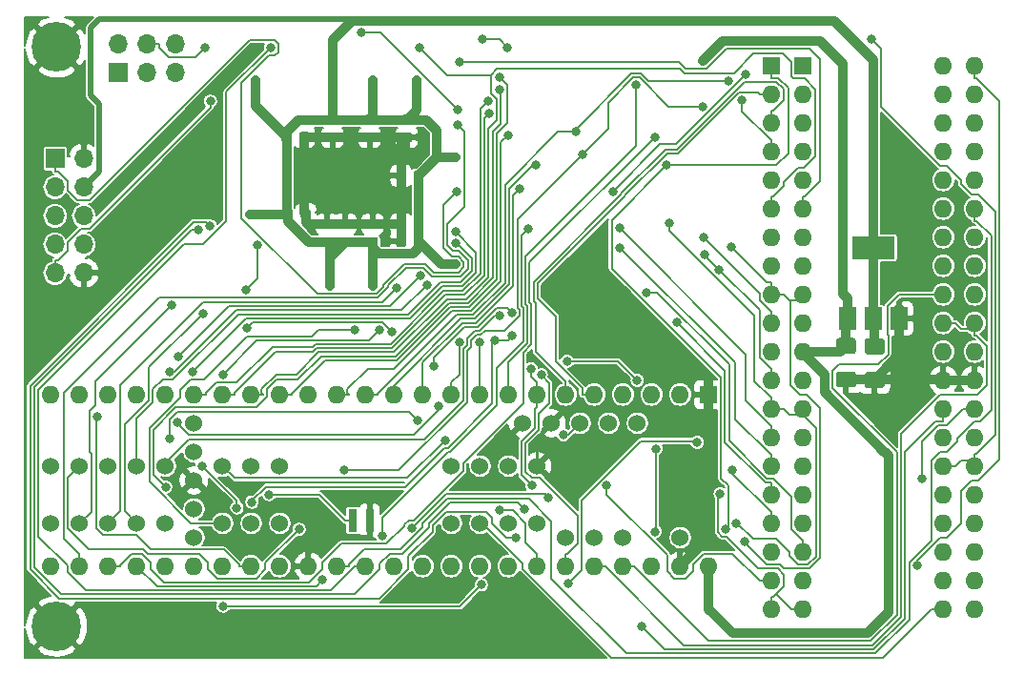
<source format=gbr>
G04 #@! TF.GenerationSoftware,KiCad,Pcbnew,(5.1.2-1)-1*
G04 #@! TF.CreationDate,2020-07-08T23:16:20+01:00*
G04 #@! TF.ProjectId,tranZPUter-SW,7472616e-5a50-4557-9465-722d53572e6b,rev?*
G04 #@! TF.SameCoordinates,Original*
G04 #@! TF.FileFunction,Copper,L2,Bot*
G04 #@! TF.FilePolarity,Positive*
%FSLAX46Y46*%
G04 Gerber Fmt 4.6, Leading zero omitted, Abs format (unit mm)*
G04 Created by KiCad (PCBNEW (5.1.2-1)-1) date 2020-07-08 23:16:20*
%MOMM*%
%LPD*%
G04 APERTURE LIST*
%ADD10O,1.700000X1.700000*%
%ADD11R,1.700000X1.700000*%
%ADD12R,1.500000X2.000000*%
%ADD13R,3.800000X2.000000*%
%ADD14C,0.100000*%
%ADD15C,1.425000*%
%ADD16C,0.875000*%
%ADD17O,1.600000X1.600000*%
%ADD18R,1.600000X1.600000*%
%ADD19C,0.700000*%
%ADD20C,4.400000*%
%ADD21R,0.800000X2.000000*%
%ADD22C,1.524000*%
%ADD23C,0.800000*%
%ADD24C,0.812800*%
%ADD25C,0.254000*%
%ADD26C,0.508000*%
%ADD27C,0.152400*%
G04 APERTURE END LIST*
D10*
X117475000Y-113030000D03*
X114935000Y-113030000D03*
X117475000Y-110490000D03*
X114935000Y-110490000D03*
X117475000Y-107950000D03*
X114935000Y-107950000D03*
X117475000Y-105410000D03*
X114935000Y-105410000D03*
X117475000Y-102870000D03*
D11*
X114935000Y-102870000D03*
D12*
X189879000Y-117069000D03*
X185279000Y-117069000D03*
X187579000Y-117069000D03*
D13*
X187579000Y-110769000D03*
D14*
G36*
X188355504Y-121807204D02*
G01*
X188379773Y-121810804D01*
X188403571Y-121816765D01*
X188426671Y-121825030D01*
X188448849Y-121835520D01*
X188469893Y-121848133D01*
X188489598Y-121862747D01*
X188507777Y-121879223D01*
X188524253Y-121897402D01*
X188538867Y-121917107D01*
X188551480Y-121938151D01*
X188561970Y-121960329D01*
X188570235Y-121983429D01*
X188576196Y-122007227D01*
X188579796Y-122031496D01*
X188581000Y-122056000D01*
X188581000Y-122981000D01*
X188579796Y-123005504D01*
X188576196Y-123029773D01*
X188570235Y-123053571D01*
X188561970Y-123076671D01*
X188551480Y-123098849D01*
X188538867Y-123119893D01*
X188524253Y-123139598D01*
X188507777Y-123157777D01*
X188489598Y-123174253D01*
X188469893Y-123188867D01*
X188448849Y-123201480D01*
X188426671Y-123211970D01*
X188403571Y-123220235D01*
X188379773Y-123226196D01*
X188355504Y-123229796D01*
X188331000Y-123231000D01*
X187081000Y-123231000D01*
X187056496Y-123229796D01*
X187032227Y-123226196D01*
X187008429Y-123220235D01*
X186985329Y-123211970D01*
X186963151Y-123201480D01*
X186942107Y-123188867D01*
X186922402Y-123174253D01*
X186904223Y-123157777D01*
X186887747Y-123139598D01*
X186873133Y-123119893D01*
X186860520Y-123098849D01*
X186850030Y-123076671D01*
X186841765Y-123053571D01*
X186835804Y-123029773D01*
X186832204Y-123005504D01*
X186831000Y-122981000D01*
X186831000Y-122056000D01*
X186832204Y-122031496D01*
X186835804Y-122007227D01*
X186841765Y-121983429D01*
X186850030Y-121960329D01*
X186860520Y-121938151D01*
X186873133Y-121917107D01*
X186887747Y-121897402D01*
X186904223Y-121879223D01*
X186922402Y-121862747D01*
X186942107Y-121848133D01*
X186963151Y-121835520D01*
X186985329Y-121825030D01*
X187008429Y-121816765D01*
X187032227Y-121810804D01*
X187056496Y-121807204D01*
X187081000Y-121806000D01*
X188331000Y-121806000D01*
X188355504Y-121807204D01*
X188355504Y-121807204D01*
G37*
D15*
X187706000Y-122518500D03*
D14*
G36*
X188355504Y-118832204D02*
G01*
X188379773Y-118835804D01*
X188403571Y-118841765D01*
X188426671Y-118850030D01*
X188448849Y-118860520D01*
X188469893Y-118873133D01*
X188489598Y-118887747D01*
X188507777Y-118904223D01*
X188524253Y-118922402D01*
X188538867Y-118942107D01*
X188551480Y-118963151D01*
X188561970Y-118985329D01*
X188570235Y-119008429D01*
X188576196Y-119032227D01*
X188579796Y-119056496D01*
X188581000Y-119081000D01*
X188581000Y-120006000D01*
X188579796Y-120030504D01*
X188576196Y-120054773D01*
X188570235Y-120078571D01*
X188561970Y-120101671D01*
X188551480Y-120123849D01*
X188538867Y-120144893D01*
X188524253Y-120164598D01*
X188507777Y-120182777D01*
X188489598Y-120199253D01*
X188469893Y-120213867D01*
X188448849Y-120226480D01*
X188426671Y-120236970D01*
X188403571Y-120245235D01*
X188379773Y-120251196D01*
X188355504Y-120254796D01*
X188331000Y-120256000D01*
X187081000Y-120256000D01*
X187056496Y-120254796D01*
X187032227Y-120251196D01*
X187008429Y-120245235D01*
X186985329Y-120236970D01*
X186963151Y-120226480D01*
X186942107Y-120213867D01*
X186922402Y-120199253D01*
X186904223Y-120182777D01*
X186887747Y-120164598D01*
X186873133Y-120144893D01*
X186860520Y-120123849D01*
X186850030Y-120101671D01*
X186841765Y-120078571D01*
X186835804Y-120054773D01*
X186832204Y-120030504D01*
X186831000Y-120006000D01*
X186831000Y-119081000D01*
X186832204Y-119056496D01*
X186835804Y-119032227D01*
X186841765Y-119008429D01*
X186850030Y-118985329D01*
X186860520Y-118963151D01*
X186873133Y-118942107D01*
X186887747Y-118922402D01*
X186904223Y-118904223D01*
X186922402Y-118887747D01*
X186942107Y-118873133D01*
X186963151Y-118860520D01*
X186985329Y-118850030D01*
X187008429Y-118841765D01*
X187032227Y-118835804D01*
X187056496Y-118832204D01*
X187081000Y-118831000D01*
X188331000Y-118831000D01*
X188355504Y-118832204D01*
X188355504Y-118832204D01*
G37*
D15*
X187706000Y-119543500D03*
D14*
G36*
X185815504Y-121770204D02*
G01*
X185839773Y-121773804D01*
X185863571Y-121779765D01*
X185886671Y-121788030D01*
X185908849Y-121798520D01*
X185929893Y-121811133D01*
X185949598Y-121825747D01*
X185967777Y-121842223D01*
X185984253Y-121860402D01*
X185998867Y-121880107D01*
X186011480Y-121901151D01*
X186021970Y-121923329D01*
X186030235Y-121946429D01*
X186036196Y-121970227D01*
X186039796Y-121994496D01*
X186041000Y-122019000D01*
X186041000Y-122944000D01*
X186039796Y-122968504D01*
X186036196Y-122992773D01*
X186030235Y-123016571D01*
X186021970Y-123039671D01*
X186011480Y-123061849D01*
X185998867Y-123082893D01*
X185984253Y-123102598D01*
X185967777Y-123120777D01*
X185949598Y-123137253D01*
X185929893Y-123151867D01*
X185908849Y-123164480D01*
X185886671Y-123174970D01*
X185863571Y-123183235D01*
X185839773Y-123189196D01*
X185815504Y-123192796D01*
X185791000Y-123194000D01*
X184541000Y-123194000D01*
X184516496Y-123192796D01*
X184492227Y-123189196D01*
X184468429Y-123183235D01*
X184445329Y-123174970D01*
X184423151Y-123164480D01*
X184402107Y-123151867D01*
X184382402Y-123137253D01*
X184364223Y-123120777D01*
X184347747Y-123102598D01*
X184333133Y-123082893D01*
X184320520Y-123061849D01*
X184310030Y-123039671D01*
X184301765Y-123016571D01*
X184295804Y-122992773D01*
X184292204Y-122968504D01*
X184291000Y-122944000D01*
X184291000Y-122019000D01*
X184292204Y-121994496D01*
X184295804Y-121970227D01*
X184301765Y-121946429D01*
X184310030Y-121923329D01*
X184320520Y-121901151D01*
X184333133Y-121880107D01*
X184347747Y-121860402D01*
X184364223Y-121842223D01*
X184382402Y-121825747D01*
X184402107Y-121811133D01*
X184423151Y-121798520D01*
X184445329Y-121788030D01*
X184468429Y-121779765D01*
X184492227Y-121773804D01*
X184516496Y-121770204D01*
X184541000Y-121769000D01*
X185791000Y-121769000D01*
X185815504Y-121770204D01*
X185815504Y-121770204D01*
G37*
D15*
X185166000Y-122481500D03*
D14*
G36*
X185815504Y-118795204D02*
G01*
X185839773Y-118798804D01*
X185863571Y-118804765D01*
X185886671Y-118813030D01*
X185908849Y-118823520D01*
X185929893Y-118836133D01*
X185949598Y-118850747D01*
X185967777Y-118867223D01*
X185984253Y-118885402D01*
X185998867Y-118905107D01*
X186011480Y-118926151D01*
X186021970Y-118948329D01*
X186030235Y-118971429D01*
X186036196Y-118995227D01*
X186039796Y-119019496D01*
X186041000Y-119044000D01*
X186041000Y-119969000D01*
X186039796Y-119993504D01*
X186036196Y-120017773D01*
X186030235Y-120041571D01*
X186021970Y-120064671D01*
X186011480Y-120086849D01*
X185998867Y-120107893D01*
X185984253Y-120127598D01*
X185967777Y-120145777D01*
X185949598Y-120162253D01*
X185929893Y-120176867D01*
X185908849Y-120189480D01*
X185886671Y-120199970D01*
X185863571Y-120208235D01*
X185839773Y-120214196D01*
X185815504Y-120217796D01*
X185791000Y-120219000D01*
X184541000Y-120219000D01*
X184516496Y-120217796D01*
X184492227Y-120214196D01*
X184468429Y-120208235D01*
X184445329Y-120199970D01*
X184423151Y-120189480D01*
X184402107Y-120176867D01*
X184382402Y-120162253D01*
X184364223Y-120145777D01*
X184347747Y-120127598D01*
X184333133Y-120107893D01*
X184320520Y-120086849D01*
X184310030Y-120064671D01*
X184301765Y-120041571D01*
X184295804Y-120017773D01*
X184292204Y-119993504D01*
X184291000Y-119969000D01*
X184291000Y-119044000D01*
X184292204Y-119019496D01*
X184295804Y-118995227D01*
X184301765Y-118971429D01*
X184310030Y-118948329D01*
X184320520Y-118926151D01*
X184333133Y-118905107D01*
X184347747Y-118885402D01*
X184364223Y-118867223D01*
X184382402Y-118850747D01*
X184402107Y-118836133D01*
X184423151Y-118823520D01*
X184445329Y-118813030D01*
X184468429Y-118804765D01*
X184492227Y-118798804D01*
X184516496Y-118795204D01*
X184541000Y-118794000D01*
X185791000Y-118794000D01*
X185815504Y-118795204D01*
X185815504Y-118795204D01*
G37*
D15*
X185166000Y-119506500D03*
D14*
G36*
X137298691Y-100491053D02*
G01*
X137319926Y-100494203D01*
X137340750Y-100499419D01*
X137360962Y-100506651D01*
X137380368Y-100515830D01*
X137398781Y-100526866D01*
X137416024Y-100539654D01*
X137431930Y-100554070D01*
X137446346Y-100569976D01*
X137459134Y-100587219D01*
X137470170Y-100605632D01*
X137479349Y-100625038D01*
X137486581Y-100645250D01*
X137491797Y-100666074D01*
X137494947Y-100687309D01*
X137496000Y-100708750D01*
X137496000Y-101221250D01*
X137494947Y-101242691D01*
X137491797Y-101263926D01*
X137486581Y-101284750D01*
X137479349Y-101304962D01*
X137470170Y-101324368D01*
X137459134Y-101342781D01*
X137446346Y-101360024D01*
X137431930Y-101375930D01*
X137416024Y-101390346D01*
X137398781Y-101403134D01*
X137380368Y-101414170D01*
X137360962Y-101423349D01*
X137340750Y-101430581D01*
X137319926Y-101435797D01*
X137298691Y-101438947D01*
X137277250Y-101440000D01*
X136839750Y-101440000D01*
X136818309Y-101438947D01*
X136797074Y-101435797D01*
X136776250Y-101430581D01*
X136756038Y-101423349D01*
X136736632Y-101414170D01*
X136718219Y-101403134D01*
X136700976Y-101390346D01*
X136685070Y-101375930D01*
X136670654Y-101360024D01*
X136657866Y-101342781D01*
X136646830Y-101324368D01*
X136637651Y-101304962D01*
X136630419Y-101284750D01*
X136625203Y-101263926D01*
X136622053Y-101242691D01*
X136621000Y-101221250D01*
X136621000Y-100708750D01*
X136622053Y-100687309D01*
X136625203Y-100666074D01*
X136630419Y-100645250D01*
X136637651Y-100625038D01*
X136646830Y-100605632D01*
X136657866Y-100587219D01*
X136670654Y-100569976D01*
X136685070Y-100554070D01*
X136700976Y-100539654D01*
X136718219Y-100526866D01*
X136736632Y-100515830D01*
X136756038Y-100506651D01*
X136776250Y-100499419D01*
X136797074Y-100494203D01*
X136818309Y-100491053D01*
X136839750Y-100490000D01*
X137277250Y-100490000D01*
X137298691Y-100491053D01*
X137298691Y-100491053D01*
G37*
D16*
X137058500Y-100965000D03*
D14*
G36*
X135723691Y-100491053D02*
G01*
X135744926Y-100494203D01*
X135765750Y-100499419D01*
X135785962Y-100506651D01*
X135805368Y-100515830D01*
X135823781Y-100526866D01*
X135841024Y-100539654D01*
X135856930Y-100554070D01*
X135871346Y-100569976D01*
X135884134Y-100587219D01*
X135895170Y-100605632D01*
X135904349Y-100625038D01*
X135911581Y-100645250D01*
X135916797Y-100666074D01*
X135919947Y-100687309D01*
X135921000Y-100708750D01*
X135921000Y-101221250D01*
X135919947Y-101242691D01*
X135916797Y-101263926D01*
X135911581Y-101284750D01*
X135904349Y-101304962D01*
X135895170Y-101324368D01*
X135884134Y-101342781D01*
X135871346Y-101360024D01*
X135856930Y-101375930D01*
X135841024Y-101390346D01*
X135823781Y-101403134D01*
X135805368Y-101414170D01*
X135785962Y-101423349D01*
X135765750Y-101430581D01*
X135744926Y-101435797D01*
X135723691Y-101438947D01*
X135702250Y-101440000D01*
X135264750Y-101440000D01*
X135243309Y-101438947D01*
X135222074Y-101435797D01*
X135201250Y-101430581D01*
X135181038Y-101423349D01*
X135161632Y-101414170D01*
X135143219Y-101403134D01*
X135125976Y-101390346D01*
X135110070Y-101375930D01*
X135095654Y-101360024D01*
X135082866Y-101342781D01*
X135071830Y-101324368D01*
X135062651Y-101304962D01*
X135055419Y-101284750D01*
X135050203Y-101263926D01*
X135047053Y-101242691D01*
X135046000Y-101221250D01*
X135046000Y-100708750D01*
X135047053Y-100687309D01*
X135050203Y-100666074D01*
X135055419Y-100645250D01*
X135062651Y-100625038D01*
X135071830Y-100605632D01*
X135082866Y-100587219D01*
X135095654Y-100569976D01*
X135110070Y-100554070D01*
X135125976Y-100539654D01*
X135143219Y-100526866D01*
X135161632Y-100515830D01*
X135181038Y-100506651D01*
X135201250Y-100499419D01*
X135222074Y-100494203D01*
X135243309Y-100491053D01*
X135264750Y-100490000D01*
X135702250Y-100490000D01*
X135723691Y-100491053D01*
X135723691Y-100491053D01*
G37*
D16*
X135483500Y-100965000D03*
D14*
G36*
X145883691Y-108238053D02*
G01*
X145904926Y-108241203D01*
X145925750Y-108246419D01*
X145945962Y-108253651D01*
X145965368Y-108262830D01*
X145983781Y-108273866D01*
X146001024Y-108286654D01*
X146016930Y-108301070D01*
X146031346Y-108316976D01*
X146044134Y-108334219D01*
X146055170Y-108352632D01*
X146064349Y-108372038D01*
X146071581Y-108392250D01*
X146076797Y-108413074D01*
X146079947Y-108434309D01*
X146081000Y-108455750D01*
X146081000Y-108968250D01*
X146079947Y-108989691D01*
X146076797Y-109010926D01*
X146071581Y-109031750D01*
X146064349Y-109051962D01*
X146055170Y-109071368D01*
X146044134Y-109089781D01*
X146031346Y-109107024D01*
X146016930Y-109122930D01*
X146001024Y-109137346D01*
X145983781Y-109150134D01*
X145965368Y-109161170D01*
X145945962Y-109170349D01*
X145925750Y-109177581D01*
X145904926Y-109182797D01*
X145883691Y-109185947D01*
X145862250Y-109187000D01*
X145424750Y-109187000D01*
X145403309Y-109185947D01*
X145382074Y-109182797D01*
X145361250Y-109177581D01*
X145341038Y-109170349D01*
X145321632Y-109161170D01*
X145303219Y-109150134D01*
X145285976Y-109137346D01*
X145270070Y-109122930D01*
X145255654Y-109107024D01*
X145242866Y-109089781D01*
X145231830Y-109071368D01*
X145222651Y-109051962D01*
X145215419Y-109031750D01*
X145210203Y-109010926D01*
X145207053Y-108989691D01*
X145206000Y-108968250D01*
X145206000Y-108455750D01*
X145207053Y-108434309D01*
X145210203Y-108413074D01*
X145215419Y-108392250D01*
X145222651Y-108372038D01*
X145231830Y-108352632D01*
X145242866Y-108334219D01*
X145255654Y-108316976D01*
X145270070Y-108301070D01*
X145285976Y-108286654D01*
X145303219Y-108273866D01*
X145321632Y-108262830D01*
X145341038Y-108253651D01*
X145361250Y-108246419D01*
X145382074Y-108241203D01*
X145403309Y-108238053D01*
X145424750Y-108237000D01*
X145862250Y-108237000D01*
X145883691Y-108238053D01*
X145883691Y-108238053D01*
G37*
D16*
X145643500Y-108712000D03*
D14*
G36*
X147458691Y-108238053D02*
G01*
X147479926Y-108241203D01*
X147500750Y-108246419D01*
X147520962Y-108253651D01*
X147540368Y-108262830D01*
X147558781Y-108273866D01*
X147576024Y-108286654D01*
X147591930Y-108301070D01*
X147606346Y-108316976D01*
X147619134Y-108334219D01*
X147630170Y-108352632D01*
X147639349Y-108372038D01*
X147646581Y-108392250D01*
X147651797Y-108413074D01*
X147654947Y-108434309D01*
X147656000Y-108455750D01*
X147656000Y-108968250D01*
X147654947Y-108989691D01*
X147651797Y-109010926D01*
X147646581Y-109031750D01*
X147639349Y-109051962D01*
X147630170Y-109071368D01*
X147619134Y-109089781D01*
X147606346Y-109107024D01*
X147591930Y-109122930D01*
X147576024Y-109137346D01*
X147558781Y-109150134D01*
X147540368Y-109161170D01*
X147520962Y-109170349D01*
X147500750Y-109177581D01*
X147479926Y-109182797D01*
X147458691Y-109185947D01*
X147437250Y-109187000D01*
X146999750Y-109187000D01*
X146978309Y-109185947D01*
X146957074Y-109182797D01*
X146936250Y-109177581D01*
X146916038Y-109170349D01*
X146896632Y-109161170D01*
X146878219Y-109150134D01*
X146860976Y-109137346D01*
X146845070Y-109122930D01*
X146830654Y-109107024D01*
X146817866Y-109089781D01*
X146806830Y-109071368D01*
X146797651Y-109051962D01*
X146790419Y-109031750D01*
X146785203Y-109010926D01*
X146782053Y-108989691D01*
X146781000Y-108968250D01*
X146781000Y-108455750D01*
X146782053Y-108434309D01*
X146785203Y-108413074D01*
X146790419Y-108392250D01*
X146797651Y-108372038D01*
X146806830Y-108352632D01*
X146817866Y-108334219D01*
X146830654Y-108316976D01*
X146845070Y-108301070D01*
X146860976Y-108286654D01*
X146878219Y-108273866D01*
X146896632Y-108262830D01*
X146916038Y-108253651D01*
X146936250Y-108246419D01*
X146957074Y-108241203D01*
X146978309Y-108238053D01*
X146999750Y-108237000D01*
X147437250Y-108237000D01*
X147458691Y-108238053D01*
X147458691Y-108238053D01*
G37*
D16*
X147218500Y-108712000D03*
D14*
G36*
X139850691Y-100554053D02*
G01*
X139871926Y-100557203D01*
X139892750Y-100562419D01*
X139912962Y-100569651D01*
X139932368Y-100578830D01*
X139950781Y-100589866D01*
X139968024Y-100602654D01*
X139983930Y-100617070D01*
X139998346Y-100632976D01*
X140011134Y-100650219D01*
X140022170Y-100668632D01*
X140031349Y-100688038D01*
X140038581Y-100708250D01*
X140043797Y-100729074D01*
X140046947Y-100750309D01*
X140048000Y-100771750D01*
X140048000Y-101209250D01*
X140046947Y-101230691D01*
X140043797Y-101251926D01*
X140038581Y-101272750D01*
X140031349Y-101292962D01*
X140022170Y-101312368D01*
X140011134Y-101330781D01*
X139998346Y-101348024D01*
X139983930Y-101363930D01*
X139968024Y-101378346D01*
X139950781Y-101391134D01*
X139932368Y-101402170D01*
X139912962Y-101411349D01*
X139892750Y-101418581D01*
X139871926Y-101423797D01*
X139850691Y-101426947D01*
X139829250Y-101428000D01*
X139316750Y-101428000D01*
X139295309Y-101426947D01*
X139274074Y-101423797D01*
X139253250Y-101418581D01*
X139233038Y-101411349D01*
X139213632Y-101402170D01*
X139195219Y-101391134D01*
X139177976Y-101378346D01*
X139162070Y-101363930D01*
X139147654Y-101348024D01*
X139134866Y-101330781D01*
X139123830Y-101312368D01*
X139114651Y-101292962D01*
X139107419Y-101272750D01*
X139102203Y-101251926D01*
X139099053Y-101230691D01*
X139098000Y-101209250D01*
X139098000Y-100771750D01*
X139099053Y-100750309D01*
X139102203Y-100729074D01*
X139107419Y-100708250D01*
X139114651Y-100688038D01*
X139123830Y-100668632D01*
X139134866Y-100650219D01*
X139147654Y-100632976D01*
X139162070Y-100617070D01*
X139177976Y-100602654D01*
X139195219Y-100589866D01*
X139213632Y-100578830D01*
X139233038Y-100569651D01*
X139253250Y-100562419D01*
X139274074Y-100557203D01*
X139295309Y-100554053D01*
X139316750Y-100553000D01*
X139829250Y-100553000D01*
X139850691Y-100554053D01*
X139850691Y-100554053D01*
G37*
D16*
X139573000Y-100990500D03*
D14*
G36*
X139850691Y-98979053D02*
G01*
X139871926Y-98982203D01*
X139892750Y-98987419D01*
X139912962Y-98994651D01*
X139932368Y-99003830D01*
X139950781Y-99014866D01*
X139968024Y-99027654D01*
X139983930Y-99042070D01*
X139998346Y-99057976D01*
X140011134Y-99075219D01*
X140022170Y-99093632D01*
X140031349Y-99113038D01*
X140038581Y-99133250D01*
X140043797Y-99154074D01*
X140046947Y-99175309D01*
X140048000Y-99196750D01*
X140048000Y-99634250D01*
X140046947Y-99655691D01*
X140043797Y-99676926D01*
X140038581Y-99697750D01*
X140031349Y-99717962D01*
X140022170Y-99737368D01*
X140011134Y-99755781D01*
X139998346Y-99773024D01*
X139983930Y-99788930D01*
X139968024Y-99803346D01*
X139950781Y-99816134D01*
X139932368Y-99827170D01*
X139912962Y-99836349D01*
X139892750Y-99843581D01*
X139871926Y-99848797D01*
X139850691Y-99851947D01*
X139829250Y-99853000D01*
X139316750Y-99853000D01*
X139295309Y-99851947D01*
X139274074Y-99848797D01*
X139253250Y-99843581D01*
X139233038Y-99836349D01*
X139213632Y-99827170D01*
X139195219Y-99816134D01*
X139177976Y-99803346D01*
X139162070Y-99788930D01*
X139147654Y-99773024D01*
X139134866Y-99755781D01*
X139123830Y-99737368D01*
X139114651Y-99717962D01*
X139107419Y-99697750D01*
X139102203Y-99676926D01*
X139099053Y-99655691D01*
X139098000Y-99634250D01*
X139098000Y-99196750D01*
X139099053Y-99175309D01*
X139102203Y-99154074D01*
X139107419Y-99133250D01*
X139114651Y-99113038D01*
X139123830Y-99093632D01*
X139134866Y-99075219D01*
X139147654Y-99057976D01*
X139162070Y-99042070D01*
X139177976Y-99027654D01*
X139195219Y-99014866D01*
X139213632Y-99003830D01*
X139233038Y-98994651D01*
X139253250Y-98987419D01*
X139274074Y-98982203D01*
X139295309Y-98979053D01*
X139316750Y-98978000D01*
X139829250Y-98978000D01*
X139850691Y-98979053D01*
X139850691Y-98979053D01*
G37*
D16*
X139573000Y-99415500D03*
D10*
X125603000Y-92710000D03*
X125603000Y-95250000D03*
X123063000Y-92710000D03*
X123063000Y-95250000D03*
X120523000Y-92710000D03*
D11*
X120523000Y-95250000D03*
D14*
G36*
X145883691Y-109762053D02*
G01*
X145904926Y-109765203D01*
X145925750Y-109770419D01*
X145945962Y-109777651D01*
X145965368Y-109786830D01*
X145983781Y-109797866D01*
X146001024Y-109810654D01*
X146016930Y-109825070D01*
X146031346Y-109840976D01*
X146044134Y-109858219D01*
X146055170Y-109876632D01*
X146064349Y-109896038D01*
X146071581Y-109916250D01*
X146076797Y-109937074D01*
X146079947Y-109958309D01*
X146081000Y-109979750D01*
X146081000Y-110492250D01*
X146079947Y-110513691D01*
X146076797Y-110534926D01*
X146071581Y-110555750D01*
X146064349Y-110575962D01*
X146055170Y-110595368D01*
X146044134Y-110613781D01*
X146031346Y-110631024D01*
X146016930Y-110646930D01*
X146001024Y-110661346D01*
X145983781Y-110674134D01*
X145965368Y-110685170D01*
X145945962Y-110694349D01*
X145925750Y-110701581D01*
X145904926Y-110706797D01*
X145883691Y-110709947D01*
X145862250Y-110711000D01*
X145424750Y-110711000D01*
X145403309Y-110709947D01*
X145382074Y-110706797D01*
X145361250Y-110701581D01*
X145341038Y-110694349D01*
X145321632Y-110685170D01*
X145303219Y-110674134D01*
X145285976Y-110661346D01*
X145270070Y-110646930D01*
X145255654Y-110631024D01*
X145242866Y-110613781D01*
X145231830Y-110595368D01*
X145222651Y-110575962D01*
X145215419Y-110555750D01*
X145210203Y-110534926D01*
X145207053Y-110513691D01*
X145206000Y-110492250D01*
X145206000Y-109979750D01*
X145207053Y-109958309D01*
X145210203Y-109937074D01*
X145215419Y-109916250D01*
X145222651Y-109896038D01*
X145231830Y-109876632D01*
X145242866Y-109858219D01*
X145255654Y-109840976D01*
X145270070Y-109825070D01*
X145285976Y-109810654D01*
X145303219Y-109797866D01*
X145321632Y-109786830D01*
X145341038Y-109777651D01*
X145361250Y-109770419D01*
X145382074Y-109765203D01*
X145403309Y-109762053D01*
X145424750Y-109761000D01*
X145862250Y-109761000D01*
X145883691Y-109762053D01*
X145883691Y-109762053D01*
G37*
D16*
X145643500Y-110236000D03*
D14*
G36*
X147458691Y-109762053D02*
G01*
X147479926Y-109765203D01*
X147500750Y-109770419D01*
X147520962Y-109777651D01*
X147540368Y-109786830D01*
X147558781Y-109797866D01*
X147576024Y-109810654D01*
X147591930Y-109825070D01*
X147606346Y-109840976D01*
X147619134Y-109858219D01*
X147630170Y-109876632D01*
X147639349Y-109896038D01*
X147646581Y-109916250D01*
X147651797Y-109937074D01*
X147654947Y-109958309D01*
X147656000Y-109979750D01*
X147656000Y-110492250D01*
X147654947Y-110513691D01*
X147651797Y-110534926D01*
X147646581Y-110555750D01*
X147639349Y-110575962D01*
X147630170Y-110595368D01*
X147619134Y-110613781D01*
X147606346Y-110631024D01*
X147591930Y-110646930D01*
X147576024Y-110661346D01*
X147558781Y-110674134D01*
X147540368Y-110685170D01*
X147520962Y-110694349D01*
X147500750Y-110701581D01*
X147479926Y-110706797D01*
X147458691Y-110709947D01*
X147437250Y-110711000D01*
X146999750Y-110711000D01*
X146978309Y-110709947D01*
X146957074Y-110706797D01*
X146936250Y-110701581D01*
X146916038Y-110694349D01*
X146896632Y-110685170D01*
X146878219Y-110674134D01*
X146860976Y-110661346D01*
X146845070Y-110646930D01*
X146830654Y-110631024D01*
X146817866Y-110613781D01*
X146806830Y-110595368D01*
X146797651Y-110575962D01*
X146790419Y-110555750D01*
X146785203Y-110534926D01*
X146782053Y-110513691D01*
X146781000Y-110492250D01*
X146781000Y-109979750D01*
X146782053Y-109958309D01*
X146785203Y-109937074D01*
X146790419Y-109916250D01*
X146797651Y-109896038D01*
X146806830Y-109876632D01*
X146817866Y-109858219D01*
X146830654Y-109840976D01*
X146845070Y-109825070D01*
X146860976Y-109810654D01*
X146878219Y-109797866D01*
X146896632Y-109786830D01*
X146916038Y-109777651D01*
X146936250Y-109770419D01*
X146957074Y-109765203D01*
X146978309Y-109762053D01*
X146999750Y-109761000D01*
X147437250Y-109761000D01*
X147458691Y-109762053D01*
X147458691Y-109762053D01*
G37*
D16*
X147218500Y-110236000D03*
D14*
G36*
X145883691Y-103920053D02*
G01*
X145904926Y-103923203D01*
X145925750Y-103928419D01*
X145945962Y-103935651D01*
X145965368Y-103944830D01*
X145983781Y-103955866D01*
X146001024Y-103968654D01*
X146016930Y-103983070D01*
X146031346Y-103998976D01*
X146044134Y-104016219D01*
X146055170Y-104034632D01*
X146064349Y-104054038D01*
X146071581Y-104074250D01*
X146076797Y-104095074D01*
X146079947Y-104116309D01*
X146081000Y-104137750D01*
X146081000Y-104650250D01*
X146079947Y-104671691D01*
X146076797Y-104692926D01*
X146071581Y-104713750D01*
X146064349Y-104733962D01*
X146055170Y-104753368D01*
X146044134Y-104771781D01*
X146031346Y-104789024D01*
X146016930Y-104804930D01*
X146001024Y-104819346D01*
X145983781Y-104832134D01*
X145965368Y-104843170D01*
X145945962Y-104852349D01*
X145925750Y-104859581D01*
X145904926Y-104864797D01*
X145883691Y-104867947D01*
X145862250Y-104869000D01*
X145424750Y-104869000D01*
X145403309Y-104867947D01*
X145382074Y-104864797D01*
X145361250Y-104859581D01*
X145341038Y-104852349D01*
X145321632Y-104843170D01*
X145303219Y-104832134D01*
X145285976Y-104819346D01*
X145270070Y-104804930D01*
X145255654Y-104789024D01*
X145242866Y-104771781D01*
X145231830Y-104753368D01*
X145222651Y-104733962D01*
X145215419Y-104713750D01*
X145210203Y-104692926D01*
X145207053Y-104671691D01*
X145206000Y-104650250D01*
X145206000Y-104137750D01*
X145207053Y-104116309D01*
X145210203Y-104095074D01*
X145215419Y-104074250D01*
X145222651Y-104054038D01*
X145231830Y-104034632D01*
X145242866Y-104016219D01*
X145255654Y-103998976D01*
X145270070Y-103983070D01*
X145285976Y-103968654D01*
X145303219Y-103955866D01*
X145321632Y-103944830D01*
X145341038Y-103935651D01*
X145361250Y-103928419D01*
X145382074Y-103923203D01*
X145403309Y-103920053D01*
X145424750Y-103919000D01*
X145862250Y-103919000D01*
X145883691Y-103920053D01*
X145883691Y-103920053D01*
G37*
D16*
X145643500Y-104394000D03*
D14*
G36*
X147458691Y-103920053D02*
G01*
X147479926Y-103923203D01*
X147500750Y-103928419D01*
X147520962Y-103935651D01*
X147540368Y-103944830D01*
X147558781Y-103955866D01*
X147576024Y-103968654D01*
X147591930Y-103983070D01*
X147606346Y-103998976D01*
X147619134Y-104016219D01*
X147630170Y-104034632D01*
X147639349Y-104054038D01*
X147646581Y-104074250D01*
X147651797Y-104095074D01*
X147654947Y-104116309D01*
X147656000Y-104137750D01*
X147656000Y-104650250D01*
X147654947Y-104671691D01*
X147651797Y-104692926D01*
X147646581Y-104713750D01*
X147639349Y-104733962D01*
X147630170Y-104753368D01*
X147619134Y-104771781D01*
X147606346Y-104789024D01*
X147591930Y-104804930D01*
X147576024Y-104819346D01*
X147558781Y-104832134D01*
X147540368Y-104843170D01*
X147520962Y-104852349D01*
X147500750Y-104859581D01*
X147479926Y-104864797D01*
X147458691Y-104867947D01*
X147437250Y-104869000D01*
X146999750Y-104869000D01*
X146978309Y-104867947D01*
X146957074Y-104864797D01*
X146936250Y-104859581D01*
X146916038Y-104852349D01*
X146896632Y-104843170D01*
X146878219Y-104832134D01*
X146860976Y-104819346D01*
X146845070Y-104804930D01*
X146830654Y-104789024D01*
X146817866Y-104771781D01*
X146806830Y-104753368D01*
X146797651Y-104733962D01*
X146790419Y-104713750D01*
X146785203Y-104692926D01*
X146782053Y-104671691D01*
X146781000Y-104650250D01*
X146781000Y-104137750D01*
X146782053Y-104116309D01*
X146785203Y-104095074D01*
X146790419Y-104074250D01*
X146797651Y-104054038D01*
X146806830Y-104034632D01*
X146817866Y-104016219D01*
X146830654Y-103998976D01*
X146845070Y-103983070D01*
X146860976Y-103968654D01*
X146878219Y-103955866D01*
X146896632Y-103944830D01*
X146916038Y-103935651D01*
X146936250Y-103928419D01*
X146957074Y-103923203D01*
X146978309Y-103920053D01*
X146999750Y-103919000D01*
X147437250Y-103919000D01*
X147458691Y-103920053D01*
X147458691Y-103920053D01*
G37*
D16*
X147218500Y-104394000D03*
D14*
G36*
X146454691Y-100554053D02*
G01*
X146475926Y-100557203D01*
X146496750Y-100562419D01*
X146516962Y-100569651D01*
X146536368Y-100578830D01*
X146554781Y-100589866D01*
X146572024Y-100602654D01*
X146587930Y-100617070D01*
X146602346Y-100632976D01*
X146615134Y-100650219D01*
X146626170Y-100668632D01*
X146635349Y-100688038D01*
X146642581Y-100708250D01*
X146647797Y-100729074D01*
X146650947Y-100750309D01*
X146652000Y-100771750D01*
X146652000Y-101209250D01*
X146650947Y-101230691D01*
X146647797Y-101251926D01*
X146642581Y-101272750D01*
X146635349Y-101292962D01*
X146626170Y-101312368D01*
X146615134Y-101330781D01*
X146602346Y-101348024D01*
X146587930Y-101363930D01*
X146572024Y-101378346D01*
X146554781Y-101391134D01*
X146536368Y-101402170D01*
X146516962Y-101411349D01*
X146496750Y-101418581D01*
X146475926Y-101423797D01*
X146454691Y-101426947D01*
X146433250Y-101428000D01*
X145920750Y-101428000D01*
X145899309Y-101426947D01*
X145878074Y-101423797D01*
X145857250Y-101418581D01*
X145837038Y-101411349D01*
X145817632Y-101402170D01*
X145799219Y-101391134D01*
X145781976Y-101378346D01*
X145766070Y-101363930D01*
X145751654Y-101348024D01*
X145738866Y-101330781D01*
X145727830Y-101312368D01*
X145718651Y-101292962D01*
X145711419Y-101272750D01*
X145706203Y-101251926D01*
X145703053Y-101230691D01*
X145702000Y-101209250D01*
X145702000Y-100771750D01*
X145703053Y-100750309D01*
X145706203Y-100729074D01*
X145711419Y-100708250D01*
X145718651Y-100688038D01*
X145727830Y-100668632D01*
X145738866Y-100650219D01*
X145751654Y-100632976D01*
X145766070Y-100617070D01*
X145781976Y-100602654D01*
X145799219Y-100589866D01*
X145817632Y-100578830D01*
X145837038Y-100569651D01*
X145857250Y-100562419D01*
X145878074Y-100557203D01*
X145899309Y-100554053D01*
X145920750Y-100553000D01*
X146433250Y-100553000D01*
X146454691Y-100554053D01*
X146454691Y-100554053D01*
G37*
D16*
X146177000Y-100990500D03*
D14*
G36*
X146454691Y-98979053D02*
G01*
X146475926Y-98982203D01*
X146496750Y-98987419D01*
X146516962Y-98994651D01*
X146536368Y-99003830D01*
X146554781Y-99014866D01*
X146572024Y-99027654D01*
X146587930Y-99042070D01*
X146602346Y-99057976D01*
X146615134Y-99075219D01*
X146626170Y-99093632D01*
X146635349Y-99113038D01*
X146642581Y-99133250D01*
X146647797Y-99154074D01*
X146650947Y-99175309D01*
X146652000Y-99196750D01*
X146652000Y-99634250D01*
X146650947Y-99655691D01*
X146647797Y-99676926D01*
X146642581Y-99697750D01*
X146635349Y-99717962D01*
X146626170Y-99737368D01*
X146615134Y-99755781D01*
X146602346Y-99773024D01*
X146587930Y-99788930D01*
X146572024Y-99803346D01*
X146554781Y-99816134D01*
X146536368Y-99827170D01*
X146516962Y-99836349D01*
X146496750Y-99843581D01*
X146475926Y-99848797D01*
X146454691Y-99851947D01*
X146433250Y-99853000D01*
X145920750Y-99853000D01*
X145899309Y-99851947D01*
X145878074Y-99848797D01*
X145857250Y-99843581D01*
X145837038Y-99836349D01*
X145817632Y-99827170D01*
X145799219Y-99816134D01*
X145781976Y-99803346D01*
X145766070Y-99788930D01*
X145751654Y-99773024D01*
X145738866Y-99755781D01*
X145727830Y-99737368D01*
X145718651Y-99717962D01*
X145711419Y-99697750D01*
X145706203Y-99676926D01*
X145703053Y-99655691D01*
X145702000Y-99634250D01*
X145702000Y-99196750D01*
X145703053Y-99175309D01*
X145706203Y-99154074D01*
X145711419Y-99133250D01*
X145718651Y-99113038D01*
X145727830Y-99093632D01*
X145738866Y-99075219D01*
X145751654Y-99057976D01*
X145766070Y-99042070D01*
X145781976Y-99027654D01*
X145799219Y-99014866D01*
X145817632Y-99003830D01*
X145837038Y-98994651D01*
X145857250Y-98987419D01*
X145878074Y-98982203D01*
X145899309Y-98979053D01*
X145920750Y-98978000D01*
X146433250Y-98978000D01*
X146454691Y-98979053D01*
X146454691Y-98979053D01*
G37*
D16*
X146177000Y-99415500D03*
D14*
G36*
X143152691Y-100554053D02*
G01*
X143173926Y-100557203D01*
X143194750Y-100562419D01*
X143214962Y-100569651D01*
X143234368Y-100578830D01*
X143252781Y-100589866D01*
X143270024Y-100602654D01*
X143285930Y-100617070D01*
X143300346Y-100632976D01*
X143313134Y-100650219D01*
X143324170Y-100668632D01*
X143333349Y-100688038D01*
X143340581Y-100708250D01*
X143345797Y-100729074D01*
X143348947Y-100750309D01*
X143350000Y-100771750D01*
X143350000Y-101209250D01*
X143348947Y-101230691D01*
X143345797Y-101251926D01*
X143340581Y-101272750D01*
X143333349Y-101292962D01*
X143324170Y-101312368D01*
X143313134Y-101330781D01*
X143300346Y-101348024D01*
X143285930Y-101363930D01*
X143270024Y-101378346D01*
X143252781Y-101391134D01*
X143234368Y-101402170D01*
X143214962Y-101411349D01*
X143194750Y-101418581D01*
X143173926Y-101423797D01*
X143152691Y-101426947D01*
X143131250Y-101428000D01*
X142618750Y-101428000D01*
X142597309Y-101426947D01*
X142576074Y-101423797D01*
X142555250Y-101418581D01*
X142535038Y-101411349D01*
X142515632Y-101402170D01*
X142497219Y-101391134D01*
X142479976Y-101378346D01*
X142464070Y-101363930D01*
X142449654Y-101348024D01*
X142436866Y-101330781D01*
X142425830Y-101312368D01*
X142416651Y-101292962D01*
X142409419Y-101272750D01*
X142404203Y-101251926D01*
X142401053Y-101230691D01*
X142400000Y-101209250D01*
X142400000Y-100771750D01*
X142401053Y-100750309D01*
X142404203Y-100729074D01*
X142409419Y-100708250D01*
X142416651Y-100688038D01*
X142425830Y-100668632D01*
X142436866Y-100650219D01*
X142449654Y-100632976D01*
X142464070Y-100617070D01*
X142479976Y-100602654D01*
X142497219Y-100589866D01*
X142515632Y-100578830D01*
X142535038Y-100569651D01*
X142555250Y-100562419D01*
X142576074Y-100557203D01*
X142597309Y-100554053D01*
X142618750Y-100553000D01*
X143131250Y-100553000D01*
X143152691Y-100554053D01*
X143152691Y-100554053D01*
G37*
D16*
X142875000Y-100990500D03*
D14*
G36*
X143152691Y-98979053D02*
G01*
X143173926Y-98982203D01*
X143194750Y-98987419D01*
X143214962Y-98994651D01*
X143234368Y-99003830D01*
X143252781Y-99014866D01*
X143270024Y-99027654D01*
X143285930Y-99042070D01*
X143300346Y-99057976D01*
X143313134Y-99075219D01*
X143324170Y-99093632D01*
X143333349Y-99113038D01*
X143340581Y-99133250D01*
X143345797Y-99154074D01*
X143348947Y-99175309D01*
X143350000Y-99196750D01*
X143350000Y-99634250D01*
X143348947Y-99655691D01*
X143345797Y-99676926D01*
X143340581Y-99697750D01*
X143333349Y-99717962D01*
X143324170Y-99737368D01*
X143313134Y-99755781D01*
X143300346Y-99773024D01*
X143285930Y-99788930D01*
X143270024Y-99803346D01*
X143252781Y-99816134D01*
X143234368Y-99827170D01*
X143214962Y-99836349D01*
X143194750Y-99843581D01*
X143173926Y-99848797D01*
X143152691Y-99851947D01*
X143131250Y-99853000D01*
X142618750Y-99853000D01*
X142597309Y-99851947D01*
X142576074Y-99848797D01*
X142555250Y-99843581D01*
X142535038Y-99836349D01*
X142515632Y-99827170D01*
X142497219Y-99816134D01*
X142479976Y-99803346D01*
X142464070Y-99788930D01*
X142449654Y-99773024D01*
X142436866Y-99755781D01*
X142425830Y-99737368D01*
X142416651Y-99717962D01*
X142409419Y-99697750D01*
X142404203Y-99676926D01*
X142401053Y-99655691D01*
X142400000Y-99634250D01*
X142400000Y-99196750D01*
X142401053Y-99175309D01*
X142404203Y-99154074D01*
X142409419Y-99133250D01*
X142416651Y-99113038D01*
X142425830Y-99093632D01*
X142436866Y-99075219D01*
X142449654Y-99057976D01*
X142464070Y-99042070D01*
X142479976Y-99027654D01*
X142497219Y-99014866D01*
X142515632Y-99003830D01*
X142535038Y-98994651D01*
X142555250Y-98987419D01*
X142576074Y-98982203D01*
X142597309Y-98979053D01*
X142618750Y-98978000D01*
X143131250Y-98978000D01*
X143152691Y-98979053D01*
X143152691Y-98979053D01*
G37*
D16*
X142875000Y-99415500D03*
D14*
G36*
X137425691Y-107349053D02*
G01*
X137446926Y-107352203D01*
X137467750Y-107357419D01*
X137487962Y-107364651D01*
X137507368Y-107373830D01*
X137525781Y-107384866D01*
X137543024Y-107397654D01*
X137558930Y-107412070D01*
X137573346Y-107427976D01*
X137586134Y-107445219D01*
X137597170Y-107463632D01*
X137606349Y-107483038D01*
X137613581Y-107503250D01*
X137618797Y-107524074D01*
X137621947Y-107545309D01*
X137623000Y-107566750D01*
X137623000Y-108079250D01*
X137621947Y-108100691D01*
X137618797Y-108121926D01*
X137613581Y-108142750D01*
X137606349Y-108162962D01*
X137597170Y-108182368D01*
X137586134Y-108200781D01*
X137573346Y-108218024D01*
X137558930Y-108233930D01*
X137543024Y-108248346D01*
X137525781Y-108261134D01*
X137507368Y-108272170D01*
X137487962Y-108281349D01*
X137467750Y-108288581D01*
X137446926Y-108293797D01*
X137425691Y-108296947D01*
X137404250Y-108298000D01*
X136966750Y-108298000D01*
X136945309Y-108296947D01*
X136924074Y-108293797D01*
X136903250Y-108288581D01*
X136883038Y-108281349D01*
X136863632Y-108272170D01*
X136845219Y-108261134D01*
X136827976Y-108248346D01*
X136812070Y-108233930D01*
X136797654Y-108218024D01*
X136784866Y-108200781D01*
X136773830Y-108182368D01*
X136764651Y-108162962D01*
X136757419Y-108142750D01*
X136752203Y-108121926D01*
X136749053Y-108100691D01*
X136748000Y-108079250D01*
X136748000Y-107566750D01*
X136749053Y-107545309D01*
X136752203Y-107524074D01*
X136757419Y-107503250D01*
X136764651Y-107483038D01*
X136773830Y-107463632D01*
X136784866Y-107445219D01*
X136797654Y-107427976D01*
X136812070Y-107412070D01*
X136827976Y-107397654D01*
X136845219Y-107384866D01*
X136863632Y-107373830D01*
X136883038Y-107364651D01*
X136903250Y-107357419D01*
X136924074Y-107352203D01*
X136945309Y-107349053D01*
X136966750Y-107348000D01*
X137404250Y-107348000D01*
X137425691Y-107349053D01*
X137425691Y-107349053D01*
G37*
D16*
X137185500Y-107823000D03*
D14*
G36*
X135850691Y-107349053D02*
G01*
X135871926Y-107352203D01*
X135892750Y-107357419D01*
X135912962Y-107364651D01*
X135932368Y-107373830D01*
X135950781Y-107384866D01*
X135968024Y-107397654D01*
X135983930Y-107412070D01*
X135998346Y-107427976D01*
X136011134Y-107445219D01*
X136022170Y-107463632D01*
X136031349Y-107483038D01*
X136038581Y-107503250D01*
X136043797Y-107524074D01*
X136046947Y-107545309D01*
X136048000Y-107566750D01*
X136048000Y-108079250D01*
X136046947Y-108100691D01*
X136043797Y-108121926D01*
X136038581Y-108142750D01*
X136031349Y-108162962D01*
X136022170Y-108182368D01*
X136011134Y-108200781D01*
X135998346Y-108218024D01*
X135983930Y-108233930D01*
X135968024Y-108248346D01*
X135950781Y-108261134D01*
X135932368Y-108272170D01*
X135912962Y-108281349D01*
X135892750Y-108288581D01*
X135871926Y-108293797D01*
X135850691Y-108296947D01*
X135829250Y-108298000D01*
X135391750Y-108298000D01*
X135370309Y-108296947D01*
X135349074Y-108293797D01*
X135328250Y-108288581D01*
X135308038Y-108281349D01*
X135288632Y-108272170D01*
X135270219Y-108261134D01*
X135252976Y-108248346D01*
X135237070Y-108233930D01*
X135222654Y-108218024D01*
X135209866Y-108200781D01*
X135198830Y-108182368D01*
X135189651Y-108162962D01*
X135182419Y-108142750D01*
X135177203Y-108121926D01*
X135174053Y-108100691D01*
X135173000Y-108079250D01*
X135173000Y-107566750D01*
X135174053Y-107545309D01*
X135177203Y-107524074D01*
X135182419Y-107503250D01*
X135189651Y-107483038D01*
X135198830Y-107463632D01*
X135209866Y-107445219D01*
X135222654Y-107427976D01*
X135237070Y-107412070D01*
X135252976Y-107397654D01*
X135270219Y-107384866D01*
X135288632Y-107373830D01*
X135308038Y-107364651D01*
X135328250Y-107357419D01*
X135349074Y-107352203D01*
X135370309Y-107349053D01*
X135391750Y-107348000D01*
X135829250Y-107348000D01*
X135850691Y-107349053D01*
X135850691Y-107349053D01*
G37*
D16*
X135610500Y-107823000D03*
D14*
G36*
X139342691Y-108250053D02*
G01*
X139363926Y-108253203D01*
X139384750Y-108258419D01*
X139404962Y-108265651D01*
X139424368Y-108274830D01*
X139442781Y-108285866D01*
X139460024Y-108298654D01*
X139475930Y-108313070D01*
X139490346Y-108328976D01*
X139503134Y-108346219D01*
X139514170Y-108364632D01*
X139523349Y-108384038D01*
X139530581Y-108404250D01*
X139535797Y-108425074D01*
X139538947Y-108446309D01*
X139540000Y-108467750D01*
X139540000Y-108905250D01*
X139538947Y-108926691D01*
X139535797Y-108947926D01*
X139530581Y-108968750D01*
X139523349Y-108988962D01*
X139514170Y-109008368D01*
X139503134Y-109026781D01*
X139490346Y-109044024D01*
X139475930Y-109059930D01*
X139460024Y-109074346D01*
X139442781Y-109087134D01*
X139424368Y-109098170D01*
X139404962Y-109107349D01*
X139384750Y-109114581D01*
X139363926Y-109119797D01*
X139342691Y-109122947D01*
X139321250Y-109124000D01*
X138808750Y-109124000D01*
X138787309Y-109122947D01*
X138766074Y-109119797D01*
X138745250Y-109114581D01*
X138725038Y-109107349D01*
X138705632Y-109098170D01*
X138687219Y-109087134D01*
X138669976Y-109074346D01*
X138654070Y-109059930D01*
X138639654Y-109044024D01*
X138626866Y-109026781D01*
X138615830Y-109008368D01*
X138606651Y-108988962D01*
X138599419Y-108968750D01*
X138594203Y-108947926D01*
X138591053Y-108926691D01*
X138590000Y-108905250D01*
X138590000Y-108467750D01*
X138591053Y-108446309D01*
X138594203Y-108425074D01*
X138599419Y-108404250D01*
X138606651Y-108384038D01*
X138615830Y-108364632D01*
X138626866Y-108346219D01*
X138639654Y-108328976D01*
X138654070Y-108313070D01*
X138669976Y-108298654D01*
X138687219Y-108285866D01*
X138705632Y-108274830D01*
X138725038Y-108265651D01*
X138745250Y-108258419D01*
X138766074Y-108253203D01*
X138787309Y-108250053D01*
X138808750Y-108249000D01*
X139321250Y-108249000D01*
X139342691Y-108250053D01*
X139342691Y-108250053D01*
G37*
D16*
X139065000Y-108686500D03*
D14*
G36*
X139342691Y-109825053D02*
G01*
X139363926Y-109828203D01*
X139384750Y-109833419D01*
X139404962Y-109840651D01*
X139424368Y-109849830D01*
X139442781Y-109860866D01*
X139460024Y-109873654D01*
X139475930Y-109888070D01*
X139490346Y-109903976D01*
X139503134Y-109921219D01*
X139514170Y-109939632D01*
X139523349Y-109959038D01*
X139530581Y-109979250D01*
X139535797Y-110000074D01*
X139538947Y-110021309D01*
X139540000Y-110042750D01*
X139540000Y-110480250D01*
X139538947Y-110501691D01*
X139535797Y-110522926D01*
X139530581Y-110543750D01*
X139523349Y-110563962D01*
X139514170Y-110583368D01*
X139503134Y-110601781D01*
X139490346Y-110619024D01*
X139475930Y-110634930D01*
X139460024Y-110649346D01*
X139442781Y-110662134D01*
X139424368Y-110673170D01*
X139404962Y-110682349D01*
X139384750Y-110689581D01*
X139363926Y-110694797D01*
X139342691Y-110697947D01*
X139321250Y-110699000D01*
X138808750Y-110699000D01*
X138787309Y-110697947D01*
X138766074Y-110694797D01*
X138745250Y-110689581D01*
X138725038Y-110682349D01*
X138705632Y-110673170D01*
X138687219Y-110662134D01*
X138669976Y-110649346D01*
X138654070Y-110634930D01*
X138639654Y-110619024D01*
X138626866Y-110601781D01*
X138615830Y-110583368D01*
X138606651Y-110563962D01*
X138599419Y-110543750D01*
X138594203Y-110522926D01*
X138591053Y-110501691D01*
X138590000Y-110480250D01*
X138590000Y-110042750D01*
X138591053Y-110021309D01*
X138594203Y-110000074D01*
X138599419Y-109979250D01*
X138606651Y-109959038D01*
X138615830Y-109939632D01*
X138626866Y-109921219D01*
X138639654Y-109903976D01*
X138654070Y-109888070D01*
X138669976Y-109873654D01*
X138687219Y-109860866D01*
X138705632Y-109849830D01*
X138725038Y-109840651D01*
X138745250Y-109833419D01*
X138766074Y-109828203D01*
X138787309Y-109825053D01*
X138808750Y-109824000D01*
X139321250Y-109824000D01*
X139342691Y-109825053D01*
X139342691Y-109825053D01*
G37*
D16*
X139065000Y-110261500D03*
D14*
G36*
X140993691Y-108250053D02*
G01*
X141014926Y-108253203D01*
X141035750Y-108258419D01*
X141055962Y-108265651D01*
X141075368Y-108274830D01*
X141093781Y-108285866D01*
X141111024Y-108298654D01*
X141126930Y-108313070D01*
X141141346Y-108328976D01*
X141154134Y-108346219D01*
X141165170Y-108364632D01*
X141174349Y-108384038D01*
X141181581Y-108404250D01*
X141186797Y-108425074D01*
X141189947Y-108446309D01*
X141191000Y-108467750D01*
X141191000Y-108905250D01*
X141189947Y-108926691D01*
X141186797Y-108947926D01*
X141181581Y-108968750D01*
X141174349Y-108988962D01*
X141165170Y-109008368D01*
X141154134Y-109026781D01*
X141141346Y-109044024D01*
X141126930Y-109059930D01*
X141111024Y-109074346D01*
X141093781Y-109087134D01*
X141075368Y-109098170D01*
X141055962Y-109107349D01*
X141035750Y-109114581D01*
X141014926Y-109119797D01*
X140993691Y-109122947D01*
X140972250Y-109124000D01*
X140459750Y-109124000D01*
X140438309Y-109122947D01*
X140417074Y-109119797D01*
X140396250Y-109114581D01*
X140376038Y-109107349D01*
X140356632Y-109098170D01*
X140338219Y-109087134D01*
X140320976Y-109074346D01*
X140305070Y-109059930D01*
X140290654Y-109044024D01*
X140277866Y-109026781D01*
X140266830Y-109008368D01*
X140257651Y-108988962D01*
X140250419Y-108968750D01*
X140245203Y-108947926D01*
X140242053Y-108926691D01*
X140241000Y-108905250D01*
X140241000Y-108467750D01*
X140242053Y-108446309D01*
X140245203Y-108425074D01*
X140250419Y-108404250D01*
X140257651Y-108384038D01*
X140266830Y-108364632D01*
X140277866Y-108346219D01*
X140290654Y-108328976D01*
X140305070Y-108313070D01*
X140320976Y-108298654D01*
X140338219Y-108285866D01*
X140356632Y-108274830D01*
X140376038Y-108265651D01*
X140396250Y-108258419D01*
X140417074Y-108253203D01*
X140438309Y-108250053D01*
X140459750Y-108249000D01*
X140972250Y-108249000D01*
X140993691Y-108250053D01*
X140993691Y-108250053D01*
G37*
D16*
X140716000Y-108686500D03*
D14*
G36*
X140993691Y-109825053D02*
G01*
X141014926Y-109828203D01*
X141035750Y-109833419D01*
X141055962Y-109840651D01*
X141075368Y-109849830D01*
X141093781Y-109860866D01*
X141111024Y-109873654D01*
X141126930Y-109888070D01*
X141141346Y-109903976D01*
X141154134Y-109921219D01*
X141165170Y-109939632D01*
X141174349Y-109959038D01*
X141181581Y-109979250D01*
X141186797Y-110000074D01*
X141189947Y-110021309D01*
X141191000Y-110042750D01*
X141191000Y-110480250D01*
X141189947Y-110501691D01*
X141186797Y-110522926D01*
X141181581Y-110543750D01*
X141174349Y-110563962D01*
X141165170Y-110583368D01*
X141154134Y-110601781D01*
X141141346Y-110619024D01*
X141126930Y-110634930D01*
X141111024Y-110649346D01*
X141093781Y-110662134D01*
X141075368Y-110673170D01*
X141055962Y-110682349D01*
X141035750Y-110689581D01*
X141014926Y-110694797D01*
X140993691Y-110697947D01*
X140972250Y-110699000D01*
X140459750Y-110699000D01*
X140438309Y-110697947D01*
X140417074Y-110694797D01*
X140396250Y-110689581D01*
X140376038Y-110682349D01*
X140356632Y-110673170D01*
X140338219Y-110662134D01*
X140320976Y-110649346D01*
X140305070Y-110634930D01*
X140290654Y-110619024D01*
X140277866Y-110601781D01*
X140266830Y-110583368D01*
X140257651Y-110563962D01*
X140250419Y-110543750D01*
X140245203Y-110522926D01*
X140242053Y-110501691D01*
X140241000Y-110480250D01*
X140241000Y-110042750D01*
X140242053Y-110021309D01*
X140245203Y-110000074D01*
X140250419Y-109979250D01*
X140257651Y-109959038D01*
X140266830Y-109939632D01*
X140277866Y-109921219D01*
X140290654Y-109903976D01*
X140305070Y-109888070D01*
X140320976Y-109873654D01*
X140338219Y-109860866D01*
X140356632Y-109849830D01*
X140376038Y-109840651D01*
X140396250Y-109833419D01*
X140417074Y-109828203D01*
X140438309Y-109825053D01*
X140459750Y-109824000D01*
X140972250Y-109824000D01*
X140993691Y-109825053D01*
X140993691Y-109825053D01*
G37*
D16*
X140716000Y-110261500D03*
D14*
G36*
X143406691Y-108250053D02*
G01*
X143427926Y-108253203D01*
X143448750Y-108258419D01*
X143468962Y-108265651D01*
X143488368Y-108274830D01*
X143506781Y-108285866D01*
X143524024Y-108298654D01*
X143539930Y-108313070D01*
X143554346Y-108328976D01*
X143567134Y-108346219D01*
X143578170Y-108364632D01*
X143587349Y-108384038D01*
X143594581Y-108404250D01*
X143599797Y-108425074D01*
X143602947Y-108446309D01*
X143604000Y-108467750D01*
X143604000Y-108905250D01*
X143602947Y-108926691D01*
X143599797Y-108947926D01*
X143594581Y-108968750D01*
X143587349Y-108988962D01*
X143578170Y-109008368D01*
X143567134Y-109026781D01*
X143554346Y-109044024D01*
X143539930Y-109059930D01*
X143524024Y-109074346D01*
X143506781Y-109087134D01*
X143488368Y-109098170D01*
X143468962Y-109107349D01*
X143448750Y-109114581D01*
X143427926Y-109119797D01*
X143406691Y-109122947D01*
X143385250Y-109124000D01*
X142872750Y-109124000D01*
X142851309Y-109122947D01*
X142830074Y-109119797D01*
X142809250Y-109114581D01*
X142789038Y-109107349D01*
X142769632Y-109098170D01*
X142751219Y-109087134D01*
X142733976Y-109074346D01*
X142718070Y-109059930D01*
X142703654Y-109044024D01*
X142690866Y-109026781D01*
X142679830Y-109008368D01*
X142670651Y-108988962D01*
X142663419Y-108968750D01*
X142658203Y-108947926D01*
X142655053Y-108926691D01*
X142654000Y-108905250D01*
X142654000Y-108467750D01*
X142655053Y-108446309D01*
X142658203Y-108425074D01*
X142663419Y-108404250D01*
X142670651Y-108384038D01*
X142679830Y-108364632D01*
X142690866Y-108346219D01*
X142703654Y-108328976D01*
X142718070Y-108313070D01*
X142733976Y-108298654D01*
X142751219Y-108285866D01*
X142769632Y-108274830D01*
X142789038Y-108265651D01*
X142809250Y-108258419D01*
X142830074Y-108253203D01*
X142851309Y-108250053D01*
X142872750Y-108249000D01*
X143385250Y-108249000D01*
X143406691Y-108250053D01*
X143406691Y-108250053D01*
G37*
D16*
X143129000Y-108686500D03*
D14*
G36*
X143406691Y-109825053D02*
G01*
X143427926Y-109828203D01*
X143448750Y-109833419D01*
X143468962Y-109840651D01*
X143488368Y-109849830D01*
X143506781Y-109860866D01*
X143524024Y-109873654D01*
X143539930Y-109888070D01*
X143554346Y-109903976D01*
X143567134Y-109921219D01*
X143578170Y-109939632D01*
X143587349Y-109959038D01*
X143594581Y-109979250D01*
X143599797Y-110000074D01*
X143602947Y-110021309D01*
X143604000Y-110042750D01*
X143604000Y-110480250D01*
X143602947Y-110501691D01*
X143599797Y-110522926D01*
X143594581Y-110543750D01*
X143587349Y-110563962D01*
X143578170Y-110583368D01*
X143567134Y-110601781D01*
X143554346Y-110619024D01*
X143539930Y-110634930D01*
X143524024Y-110649346D01*
X143506781Y-110662134D01*
X143488368Y-110673170D01*
X143468962Y-110682349D01*
X143448750Y-110689581D01*
X143427926Y-110694797D01*
X143406691Y-110697947D01*
X143385250Y-110699000D01*
X142872750Y-110699000D01*
X142851309Y-110697947D01*
X142830074Y-110694797D01*
X142809250Y-110689581D01*
X142789038Y-110682349D01*
X142769632Y-110673170D01*
X142751219Y-110662134D01*
X142733976Y-110649346D01*
X142718070Y-110634930D01*
X142703654Y-110619024D01*
X142690866Y-110601781D01*
X142679830Y-110583368D01*
X142670651Y-110563962D01*
X142663419Y-110543750D01*
X142658203Y-110522926D01*
X142655053Y-110501691D01*
X142654000Y-110480250D01*
X142654000Y-110042750D01*
X142655053Y-110021309D01*
X142658203Y-110000074D01*
X142663419Y-109979250D01*
X142670651Y-109959038D01*
X142679830Y-109939632D01*
X142690866Y-109921219D01*
X142703654Y-109903976D01*
X142718070Y-109888070D01*
X142733976Y-109873654D01*
X142751219Y-109860866D01*
X142769632Y-109849830D01*
X142789038Y-109840651D01*
X142809250Y-109833419D01*
X142830074Y-109828203D01*
X142851309Y-109825053D01*
X142872750Y-109824000D01*
X143385250Y-109824000D01*
X143406691Y-109825053D01*
X143406691Y-109825053D01*
G37*
D16*
X143129000Y-110261500D03*
D17*
X196596000Y-94615000D03*
X181356000Y-142875000D03*
X196596000Y-97155000D03*
X181356000Y-140335000D03*
X196596000Y-99695000D03*
X181356000Y-137795000D03*
X196596000Y-102235000D03*
X181356000Y-135255000D03*
X196596000Y-104775000D03*
X181356000Y-132715000D03*
X196596000Y-107315000D03*
X181356000Y-130175000D03*
X196596000Y-109855000D03*
X181356000Y-127635000D03*
X196596000Y-112395000D03*
X181356000Y-125095000D03*
X196596000Y-114935000D03*
X181356000Y-122555000D03*
X196596000Y-117475000D03*
X181356000Y-120015000D03*
X196596000Y-120015000D03*
X181356000Y-117475000D03*
X196596000Y-122555000D03*
X181356000Y-114935000D03*
X196596000Y-125095000D03*
X181356000Y-112395000D03*
X196596000Y-127635000D03*
X181356000Y-109855000D03*
X196596000Y-130175000D03*
X181356000Y-107315000D03*
X196596000Y-132715000D03*
X181356000Y-104775000D03*
X196596000Y-135255000D03*
X181356000Y-102235000D03*
X196596000Y-137795000D03*
X181356000Y-99695000D03*
X196596000Y-140335000D03*
X181356000Y-97155000D03*
X196596000Y-142875000D03*
D18*
X181356000Y-94615000D03*
D17*
X193802000Y-94615000D03*
X178562000Y-142875000D03*
X193802000Y-97155000D03*
X178562000Y-140335000D03*
X193802000Y-99695000D03*
X178562000Y-137795000D03*
X193802000Y-102235000D03*
X178562000Y-135255000D03*
X193802000Y-104775000D03*
X178562000Y-132715000D03*
X193802000Y-107315000D03*
X178562000Y-130175000D03*
X193802000Y-109855000D03*
X178562000Y-127635000D03*
X193802000Y-112395000D03*
X178562000Y-125095000D03*
X193802000Y-114935000D03*
X178562000Y-122555000D03*
X193802000Y-117475000D03*
X178562000Y-120015000D03*
X193802000Y-120015000D03*
X178562000Y-117475000D03*
X193802000Y-122555000D03*
X178562000Y-114935000D03*
X193802000Y-125095000D03*
X178562000Y-112395000D03*
X193802000Y-127635000D03*
X178562000Y-109855000D03*
X193802000Y-130175000D03*
X178562000Y-107315000D03*
X193802000Y-132715000D03*
X178562000Y-104775000D03*
X193802000Y-135255000D03*
X178562000Y-102235000D03*
X193802000Y-137795000D03*
X178562000Y-99695000D03*
X193802000Y-140335000D03*
X178562000Y-97155000D03*
X193802000Y-142875000D03*
D18*
X178562000Y-94615000D03*
D19*
X116228726Y-143232274D03*
X115062000Y-142749000D03*
X113895274Y-143232274D03*
X113412000Y-144399000D03*
X113895274Y-145565726D03*
X115062000Y-146049000D03*
X116228726Y-145565726D03*
X116712000Y-144399000D03*
D20*
X115062000Y-144399000D03*
D19*
X116228726Y-91797274D03*
X115062000Y-91314000D03*
X113895274Y-91797274D03*
X113412000Y-92964000D03*
X113895274Y-94130726D03*
X115062000Y-94614000D03*
X116228726Y-94130726D03*
X116712000Y-92964000D03*
D20*
X115062000Y-92964000D03*
D21*
X142863000Y-135001000D03*
X141363000Y-135001000D03*
D22*
X157734000Y-130175000D03*
X155194000Y-130175000D03*
X152654000Y-130175000D03*
X150114000Y-130175000D03*
X150114000Y-135255000D03*
X152654000Y-135255000D03*
X155194000Y-135255000D03*
X157734000Y-135255000D03*
X129794000Y-135255000D03*
X132334000Y-135255000D03*
X134874000Y-135255000D03*
X134874000Y-130175000D03*
X132334000Y-130175000D03*
X129794000Y-130175000D03*
X124714000Y-130175000D03*
X122174000Y-130175000D03*
X119634000Y-130175000D03*
X117094000Y-130175000D03*
X114554000Y-130175000D03*
X114554000Y-135255000D03*
X117094000Y-135255000D03*
X119634000Y-135255000D03*
X122174000Y-135255000D03*
X124714000Y-135255000D03*
X160274000Y-136525000D03*
X162814000Y-136525000D03*
X165354000Y-136525000D03*
X170434000Y-136525000D03*
X156464000Y-126365000D03*
X159004000Y-126365000D03*
X161544000Y-126365000D03*
X164084000Y-126365000D03*
X166624000Y-126365000D03*
X127254000Y-136525000D03*
X127254000Y-133985000D03*
X127254000Y-131445000D03*
X127254000Y-128905000D03*
X127254000Y-126365000D03*
D17*
X172974000Y-139065000D03*
X114554000Y-123825000D03*
X170434000Y-139065000D03*
X117094000Y-123825000D03*
X167894000Y-139065000D03*
X119634000Y-123825000D03*
X165354000Y-139065000D03*
X122174000Y-123825000D03*
X162814000Y-139065000D03*
X124714000Y-123825000D03*
X160274000Y-139065000D03*
X127254000Y-123825000D03*
X157734000Y-139065000D03*
X129794000Y-123825000D03*
X155194000Y-139065000D03*
X132334000Y-123825000D03*
X152654000Y-139065000D03*
X134874000Y-123825000D03*
X150114000Y-139065000D03*
X137414000Y-123825000D03*
X147574000Y-139065000D03*
X139954000Y-123825000D03*
X145034000Y-139065000D03*
X142494000Y-123825000D03*
X142494000Y-139065000D03*
X145034000Y-123825000D03*
X139954000Y-139065000D03*
X147574000Y-123825000D03*
X137414000Y-139065000D03*
X150114000Y-123825000D03*
X134874000Y-139065000D03*
X152654000Y-123825000D03*
X132334000Y-139065000D03*
X155194000Y-123825000D03*
X129794000Y-139065000D03*
X157734000Y-123825000D03*
X127254000Y-139065000D03*
X160274000Y-123825000D03*
X124714000Y-139065000D03*
X162814000Y-123825000D03*
X122174000Y-139065000D03*
X165354000Y-123825000D03*
X119634000Y-139065000D03*
X167894000Y-123825000D03*
X117094000Y-139065000D03*
X170434000Y-123825000D03*
X114554000Y-139065000D03*
D18*
X172974000Y-123825000D03*
D23*
X188976000Y-135636000D03*
X172466000Y-94234000D03*
X189275000Y-120949000D03*
X137033000Y-102362000D03*
X138176000Y-100965000D03*
X140716000Y-100965000D03*
X141732000Y-100965000D03*
X158496000Y-114554000D03*
X137033000Y-104267000D03*
X141986000Y-108585000D03*
X144399000Y-108712000D03*
X144526000Y-110236000D03*
X145796000Y-107442000D03*
X137668000Y-108966000D03*
X147192986Y-100965000D03*
X150495000Y-112268000D03*
X150495000Y-102743000D03*
X147066000Y-95885000D03*
X132207000Y-107823000D03*
X143129000Y-114173000D03*
X139573000Y-95885000D03*
X139319000Y-114173000D03*
X132715000Y-95885000D03*
X143134899Y-95890453D03*
X154398900Y-134103000D03*
X171961000Y-128062100D03*
X160477900Y-140624600D03*
X167017400Y-144427800D03*
X141524300Y-118084300D03*
X158098000Y-122060100D03*
X153358800Y-97795000D03*
X172632400Y-111374500D03*
X173879100Y-112707400D03*
X150469600Y-109377200D03*
X127097000Y-121815700D03*
X150663900Y-99864100D03*
X165089100Y-110756300D03*
X165038000Y-109057000D03*
X156966700Y-109099600D03*
X144002500Y-136384600D03*
X168172500Y-100994200D03*
X172430800Y-98236000D03*
X140634100Y-130553100D03*
X138682100Y-140292100D03*
X161755900Y-102494000D03*
X174447000Y-135752900D03*
X152771500Y-140722800D03*
X129854300Y-142608000D03*
X169239600Y-103440800D03*
X156193400Y-105533800D03*
X157660000Y-103390000D03*
X191486300Y-138984200D03*
X164459900Y-105795800D03*
X176279400Y-95353200D03*
X174682400Y-95951100D03*
X161161100Y-100504600D03*
X175395800Y-135238100D03*
X147124800Y-126088000D03*
X125084700Y-127751400D03*
X169491300Y-108590200D03*
X155173200Y-100779000D03*
X172505400Y-109877400D03*
X150513300Y-110377800D03*
X176150300Y-136843700D03*
X158687500Y-132939700D03*
X146599200Y-135663100D03*
X136592200Y-135790000D03*
X174942200Y-110698000D03*
X175944000Y-97692800D03*
X153466600Y-98831300D03*
X154423900Y-116811300D03*
X154428600Y-96779000D03*
X124734700Y-132022700D03*
X125898400Y-120455300D03*
X147375700Y-113230500D03*
X154427500Y-95641400D03*
X173999400Y-132630100D03*
X150832200Y-119192500D03*
X163913400Y-131917600D03*
X152609900Y-119188500D03*
X167449200Y-114753700D03*
X132423400Y-133360400D03*
X175094600Y-130506000D03*
X155524900Y-118626500D03*
X153956700Y-119019100D03*
X170109700Y-117414000D03*
X147965900Y-114055000D03*
X125095300Y-121812000D03*
X191914600Y-131283100D03*
X160387500Y-120845300D03*
X166624000Y-122558500D03*
X187444500Y-92246400D03*
X152864800Y-92294600D03*
X155041300Y-92975700D03*
X166541000Y-96346000D03*
X150852100Y-94300400D03*
X149536700Y-127870800D03*
X143749200Y-118063800D03*
X129816700Y-122047400D03*
X157258900Y-131910500D03*
X157196800Y-121546400D03*
X145279200Y-114338100D03*
X125259800Y-115902700D03*
X128062800Y-116600700D03*
X133925300Y-132683700D03*
X148536000Y-121304400D03*
X155475900Y-116544600D03*
X147292200Y-93017200D03*
X168292600Y-128628100D03*
X168218500Y-135984200D03*
X128713800Y-97779000D03*
X142088000Y-91678200D03*
X150658400Y-98537200D03*
X150551500Y-105779000D03*
X134057300Y-93026200D03*
X128221700Y-92988700D03*
X132931900Y-110533100D03*
X131904900Y-114531200D03*
X131960400Y-117911400D03*
X144850300Y-118214900D03*
X125790800Y-126308900D03*
X149014100Y-124823500D03*
X160074600Y-127403500D03*
X127640800Y-109161800D03*
X156562300Y-133968900D03*
X128701300Y-108869700D03*
X155872400Y-136525000D03*
X118679600Y-125793500D03*
X127975100Y-130175000D03*
X131070300Y-133889400D03*
D24*
X188976000Y-135636000D02*
X188976000Y-143129000D01*
X188976000Y-143129000D02*
X187071000Y-145034000D01*
X187071000Y-145034000D02*
X175133000Y-145034000D01*
X175133000Y-145034000D02*
X172974000Y-142875000D01*
X172974000Y-142875000D02*
X172974000Y-139065000D01*
X185279000Y-117069000D02*
X185279000Y-115256000D01*
X185279000Y-115256000D02*
X184912000Y-114889000D01*
X184912000Y-114889000D02*
X184912000Y-94488000D01*
X184912000Y-94488000D02*
X182880000Y-92456000D01*
X182880000Y-92456000D02*
X174244000Y-92456000D01*
X174244000Y-92456000D02*
X172466000Y-94234000D01*
X181356000Y-120015000D02*
X181356000Y-120142000D01*
X181356000Y-120142000D02*
X183261000Y-122047000D01*
X183261000Y-122047000D02*
X183261000Y-123613000D01*
X183261000Y-123613000D02*
X188553000Y-128905000D01*
X188553000Y-128905000D02*
X188595000Y-128905000D01*
X188595000Y-128905000D02*
X188976000Y-129286000D01*
X188976000Y-129286000D02*
X188976000Y-135636000D01*
X185166000Y-119506500D02*
X185166000Y-117182000D01*
X185166000Y-117182000D02*
X185279000Y-117069000D01*
X181356000Y-120015000D02*
X184658000Y-120015000D01*
X184658000Y-120015000D02*
X185166000Y-119507000D01*
X185166000Y-119507000D02*
X185166000Y-119506500D01*
D25*
X137895100Y-136328300D02*
X137895100Y-136047100D01*
X137895100Y-136047100D02*
X136008000Y-134160000D01*
X136008000Y-134160000D02*
X131828300Y-134160000D01*
X131828300Y-134160000D02*
X131371500Y-134616800D01*
X131371500Y-134616800D02*
X130769000Y-134616800D01*
X130769000Y-134616800D02*
X127597200Y-131445000D01*
X127597200Y-131445000D02*
X127254000Y-131445000D01*
X137414000Y-137937700D02*
X137895100Y-137456600D01*
X137895100Y-137456600D02*
X137895100Y-136328300D01*
X137895100Y-136328300D02*
X142863000Y-136328300D01*
X159004000Y-126365000D02*
X160106800Y-125262200D01*
X160106800Y-125262200D02*
X172940300Y-125262200D01*
X172940300Y-125262200D02*
X172974000Y-125295900D01*
X159004000Y-126365000D02*
X157734000Y-127635000D01*
X157734000Y-127635000D02*
X157734000Y-130175000D01*
D24*
X172974000Y-125295900D02*
X172974000Y-123825000D01*
X170434000Y-139065000D02*
X172974000Y-136525000D01*
X172974000Y-136525000D02*
X172974000Y-125295900D01*
D25*
X145644000Y-105118000D02*
X145643500Y-105117500D01*
X145643500Y-105117500D02*
X145643500Y-104394000D01*
D24*
X145644000Y-105118000D02*
X145644000Y-101524000D01*
X145644000Y-101524000D02*
X146177000Y-100990000D01*
X145644000Y-108712000D02*
X145644000Y-105118000D01*
D25*
X143129500Y-108686000D02*
X143129000Y-108686500D01*
D24*
X143129500Y-108686000D02*
X145618000Y-108686000D01*
X145618000Y-108686000D02*
X145643500Y-108711500D01*
X140716000Y-108686000D02*
X143129500Y-108686000D01*
X142875000Y-100990000D02*
X139573000Y-100990000D01*
X146177000Y-100990000D02*
X142875000Y-100990000D01*
D25*
X142875000Y-100990000D02*
X142875000Y-100990500D01*
X114173000Y-92964000D02*
X113412000Y-92964000D01*
D24*
X115062000Y-92964000D02*
X114173000Y-92964000D01*
D25*
X137414000Y-139065000D02*
X137414000Y-137937700D01*
X142863000Y-135001000D02*
X142863000Y-136328300D01*
X187706000Y-122518500D02*
X187706000Y-122518000D01*
X185166000Y-122481500D02*
X185166000Y-122482000D01*
X145643500Y-108711500D02*
X145643500Y-108712000D01*
D24*
X145643500Y-108711500D02*
X145644000Y-108712000D01*
X139573000Y-100990000D02*
X137084000Y-100990000D01*
X137084000Y-100990000D02*
X137071000Y-100977500D01*
D25*
X139573000Y-100990500D02*
X139573000Y-100990000D01*
X145643500Y-110236000D02*
X145644000Y-110236000D01*
X146177000Y-100990500D02*
X146177000Y-100990000D01*
D24*
X137185700Y-107822800D02*
X137186000Y-107823000D01*
X137186000Y-107823000D02*
X137186000Y-108484000D01*
X137071000Y-100977500D02*
X137058000Y-100965000D01*
X137058000Y-100965000D02*
X137058000Y-107696000D01*
X137058000Y-107696000D02*
X137185700Y-107822800D01*
D25*
X137185500Y-107823000D02*
X137185700Y-107822800D01*
D24*
X139065000Y-108686000D02*
X140716000Y-108686000D01*
X137388000Y-108686000D02*
X139065000Y-108686000D01*
D25*
X139065000Y-108686500D02*
X139065000Y-108686000D01*
X140716000Y-108686500D02*
X140716000Y-108686000D01*
X116228700Y-143232300D02*
X116712000Y-143715600D01*
X116712000Y-143715600D02*
X116712000Y-144399000D01*
X116712000Y-144399000D02*
X116228700Y-144882300D01*
X116228700Y-144882300D02*
X116228700Y-145565700D01*
X137071000Y-100977500D02*
X137058500Y-100965000D01*
D24*
X172974000Y-123825000D02*
X172974000Y-122212000D01*
X172974000Y-122212000D02*
X165316000Y-114554000D01*
X165316000Y-114554000D02*
X158496000Y-114554000D01*
X137186000Y-108484000D02*
X137388000Y-108686000D01*
X137388000Y-108686000D02*
X137668000Y-108966000D01*
X137186000Y-108484000D02*
X137388000Y-108686000D01*
X145644000Y-110236000D02*
X145644000Y-108712000D01*
X189275000Y-120949000D02*
X189879000Y-120346000D01*
X189879000Y-120346000D02*
X189879000Y-117069000D01*
X187706000Y-122518000D02*
X193766000Y-122518000D01*
X193766000Y-122518000D02*
X193802000Y-122555000D01*
X187706000Y-122518000D02*
X189275000Y-120949000D01*
X185166000Y-122482000D02*
X187670000Y-122482000D01*
X187670000Y-122482000D02*
X187706000Y-122518000D01*
X189879000Y-117069000D02*
X189879000Y-116154000D01*
X115062000Y-144399000D02*
X114173000Y-144399000D01*
X196596000Y-122555000D02*
X193802000Y-122555000D01*
X135236000Y-100717500D02*
X135484000Y-100965000D01*
X135484000Y-100965000D02*
X135484000Y-107696000D01*
X135484000Y-107696000D02*
X135610000Y-107823000D01*
X134988000Y-100470000D02*
X135236000Y-100717500D01*
D25*
X135236000Y-100717500D02*
X135483500Y-100965000D01*
D24*
X147218000Y-108712000D02*
X147218000Y-110236000D01*
X147218000Y-104394000D02*
X147218000Y-108712000D01*
D25*
X147218500Y-108712000D02*
X147218000Y-108712000D01*
X147218500Y-110236000D02*
X147218000Y-110236000D01*
D24*
X147218300Y-104393800D02*
X147218000Y-104394000D01*
X150495000Y-102743000D02*
X148870000Y-102743000D01*
X148870000Y-102743000D02*
X147218300Y-104393800D01*
D25*
X147218500Y-104394000D02*
X147218300Y-104393800D01*
X135610500Y-107823000D02*
X135610000Y-107823000D01*
X139065000Y-110261500D02*
X139065000Y-110262000D01*
X140716000Y-110261500D02*
X140716000Y-110262000D01*
X143129000Y-110261500D02*
X143129000Y-110262000D01*
D24*
X139319000Y-111506000D02*
X139319000Y-110516000D01*
X139319000Y-110516000D02*
X139065000Y-110262000D01*
X139319000Y-114173000D02*
X139319000Y-111506000D01*
X140716000Y-110262000D02*
X143129000Y-110262000D01*
X139065000Y-110262000D02*
X140716000Y-110262000D01*
X142875000Y-99415500D02*
X139573000Y-99415500D01*
X146177000Y-99415500D02*
X142875000Y-99415500D01*
X143129000Y-110799000D02*
X143129000Y-110262000D01*
X143129000Y-114173000D02*
X143129000Y-110799000D01*
X187706000Y-119544000D02*
X187706000Y-119543500D01*
X146406000Y-99415500D02*
X146177000Y-99415500D01*
D26*
X141246000Y-90656400D02*
X141093000Y-90504000D01*
X141093000Y-90504000D02*
X118876000Y-90504000D01*
X118876000Y-90504000D02*
X118110000Y-91269800D01*
X118110000Y-91269800D02*
X118110000Y-97282000D01*
X118110000Y-97282000D02*
X118872000Y-98044000D01*
X118872000Y-98044000D02*
X118872000Y-104013000D01*
X118872000Y-104013000D02*
X117475000Y-105410000D01*
D24*
X187579000Y-110769000D02*
X187579000Y-94107000D01*
X187579000Y-94107000D02*
X184128000Y-90656400D01*
X184128000Y-90656400D02*
X141246000Y-90656400D01*
X141246000Y-90656400D02*
X139573000Y-92329000D01*
X139573000Y-92329000D02*
X139573000Y-95885000D01*
X139573000Y-95885000D02*
X139573000Y-99415500D01*
X147066000Y-99314000D02*
X146304000Y-99314000D01*
X146304000Y-99314000D02*
X146406000Y-99415500D01*
X146406000Y-99415500D02*
X147641000Y-99415500D01*
X187706000Y-119543500D02*
X187706000Y-117196000D01*
X187706000Y-117196000D02*
X187579000Y-117069000D01*
X187579000Y-110769000D02*
X187579000Y-117069000D01*
X139573000Y-99415500D02*
X139573000Y-99441000D01*
X139573000Y-99441000D02*
X136525000Y-99441000D01*
X136525000Y-99441000D02*
X135496000Y-100470000D01*
X135496000Y-100470000D02*
X134988000Y-100470000D01*
X143129000Y-110262000D02*
X143129000Y-110799000D01*
X150495000Y-112268000D02*
X149250000Y-112268000D01*
X149250000Y-112268000D02*
X147218000Y-110236000D01*
X132715000Y-95885000D02*
X132715000Y-98196500D01*
X132715000Y-98196500D02*
X134988000Y-100470000D01*
X135610000Y-107823000D02*
X135610000Y-108398000D01*
X135610000Y-108398000D02*
X137474000Y-110262000D01*
X137474000Y-110262000D02*
X139065000Y-110262000D01*
X132207000Y-107823000D02*
X135610000Y-107823000D01*
X147066000Y-95885000D02*
X147066000Y-98526500D01*
X147066000Y-98526500D02*
X146177000Y-99415500D01*
X139319000Y-111506000D02*
X139472000Y-111506000D01*
X139472000Y-111506000D02*
X140716000Y-110262000D01*
X146712000Y-111317000D02*
X147218000Y-110811000D01*
X146204456Y-111317000D02*
X146712000Y-111317000D01*
X146204046Y-111317410D02*
X146204456Y-111317000D01*
X145082954Y-111317410D02*
X146204046Y-111317410D01*
X147218000Y-110811000D02*
X147218000Y-110236000D01*
X145082544Y-111317000D02*
X145082954Y-111317410D01*
X143647000Y-111317000D02*
X145082544Y-111317000D01*
X143129000Y-110799000D02*
X143647000Y-111317000D01*
X148834413Y-102777587D02*
X148834413Y-100354939D01*
X147894974Y-99415500D02*
X146406000Y-99415500D01*
X147218000Y-104394000D02*
X148834413Y-102777587D01*
X148834413Y-100354939D02*
X147894974Y-99415500D01*
X143129000Y-95896352D02*
X143134899Y-95890453D01*
X143129000Y-99314000D02*
X143129000Y-95896352D01*
X143027500Y-99415500D02*
X143129000Y-99314000D01*
X142875000Y-99415500D02*
X143027500Y-99415500D01*
D27*
X171961000Y-128062100D02*
X171842800Y-127943900D01*
X171842800Y-127943900D02*
X166930400Y-127943900D01*
X166930400Y-127943900D02*
X161674100Y-133200200D01*
X161674100Y-133200200D02*
X161674100Y-139428400D01*
X161674100Y-139428400D02*
X160477900Y-140624600D01*
X157734000Y-137988500D02*
X156695400Y-136949900D01*
X156695400Y-136949900D02*
X156695400Y-135225700D01*
X156695400Y-135225700D02*
X155572700Y-134103000D01*
X155572700Y-134103000D02*
X154398900Y-134103000D01*
X157734000Y-139065000D02*
X157734000Y-137988500D01*
X193802000Y-125095000D02*
X193802000Y-126171500D01*
X167017400Y-144427800D02*
X169052100Y-146462500D01*
X169052100Y-146462500D02*
X187626000Y-146462500D01*
X187626000Y-146462500D02*
X190393500Y-143695000D01*
X190393500Y-143695000D02*
X190393500Y-128907200D01*
X190393500Y-128907200D02*
X193129200Y-126171500D01*
X193129200Y-126171500D02*
X193802000Y-126171500D01*
X141524300Y-118084300D02*
X138295100Y-118084300D01*
X138295100Y-118084300D02*
X137699100Y-118680300D01*
X137699100Y-118680300D02*
X131982900Y-118680300D01*
X131982900Y-118680300D02*
X128154300Y-122508900D01*
X128154300Y-122508900D02*
X126986700Y-122508900D01*
X126986700Y-122508900D02*
X126047200Y-123448400D01*
X126047200Y-123448400D02*
X126047200Y-124051000D01*
X126047200Y-124051000D02*
X123296700Y-126801500D01*
X123296700Y-126801500D02*
X123296700Y-131560200D01*
X123296700Y-131560200D02*
X126991500Y-135255000D01*
X126991500Y-135255000D02*
X129794000Y-135255000D01*
X160274000Y-137988500D02*
X160405000Y-137988500D01*
X160405000Y-137988500D02*
X161321300Y-137072200D01*
X161321300Y-137072200D02*
X161321300Y-134595700D01*
X161321300Y-134595700D02*
X157959500Y-131233900D01*
X157959500Y-131233900D02*
X157253600Y-131233900D01*
X157253600Y-131233900D02*
X156687700Y-130668000D01*
X156687700Y-130668000D02*
X156687700Y-128110500D01*
X156687700Y-128110500D02*
X157855300Y-126942900D01*
X157855300Y-126942900D02*
X157855300Y-125557900D01*
X157855300Y-125557900D02*
X158825900Y-124587300D01*
X158825900Y-124587300D02*
X158825900Y-122788000D01*
X158825900Y-122788000D02*
X158098000Y-122060100D01*
X160274000Y-139065000D02*
X160274000Y-137988500D01*
X153358800Y-97795000D02*
X152681500Y-98472300D01*
X152681500Y-98472300D02*
X152681500Y-113088100D01*
X152681500Y-113088100D02*
X151137300Y-114632300D01*
X151137300Y-114632300D02*
X149441400Y-114632300D01*
X149441400Y-114632300D02*
X144721300Y-119352400D01*
X144721300Y-119352400D02*
X138024800Y-119352400D01*
X138024800Y-119352400D02*
X137786100Y-119591100D01*
X137786100Y-119591100D02*
X134210100Y-119591100D01*
X134210100Y-119591100D02*
X131052700Y-122748500D01*
X131052700Y-122748500D02*
X129272300Y-122748500D01*
X129272300Y-122748500D02*
X128330500Y-123690300D01*
X128330500Y-123690300D02*
X128330500Y-123825000D01*
X127254000Y-123825000D02*
X128330500Y-123825000D01*
X150469600Y-109377200D02*
X152276900Y-111184500D01*
X152276900Y-111184500D02*
X152276900Y-112966700D01*
X152276900Y-112966700D02*
X151065400Y-114178200D01*
X151065400Y-114178200D02*
X149298600Y-114178200D01*
X149298600Y-114178200D02*
X146442200Y-117034600D01*
X146442200Y-117034600D02*
X131878100Y-117034600D01*
X131878100Y-117034600D02*
X127097000Y-121815700D01*
X173879100Y-112707400D02*
X172632400Y-111460700D01*
X172632400Y-111460700D02*
X172632400Y-111374500D01*
X178562000Y-121478500D02*
X178427300Y-121478500D01*
X178427300Y-121478500D02*
X177485500Y-120536700D01*
X177485500Y-120536700D02*
X177485500Y-116313800D01*
X177485500Y-116313800D02*
X173879100Y-112707400D01*
X178562000Y-122555000D02*
X178562000Y-121478500D01*
X150663900Y-99864100D02*
X151228900Y-100429100D01*
X151228900Y-100429100D02*
X151228900Y-107182000D01*
X151228900Y-107182000D02*
X149737900Y-108673000D01*
X149737900Y-108673000D02*
X149737900Y-110559400D01*
X149737900Y-110559400D02*
X150232800Y-111054300D01*
X150232800Y-111054300D02*
X150746200Y-111054300D01*
X150746200Y-111054300D02*
X151571500Y-111879600D01*
X151571500Y-111879600D02*
X151571500Y-112674300D01*
X151571500Y-112674300D02*
X150918900Y-113326900D01*
X150918900Y-113326900D02*
X148428900Y-113326900D01*
X148428900Y-113326900D02*
X147656000Y-112554000D01*
X147656000Y-112554000D02*
X146082300Y-112554000D01*
X146082300Y-112554000D02*
X144508200Y-114128100D01*
X144508200Y-114128100D02*
X144508200Y-114305600D01*
X144508200Y-114305600D02*
X143602800Y-115211000D01*
X143602800Y-115211000D02*
X124149900Y-115211000D01*
X124149900Y-115211000D02*
X115690800Y-123670100D01*
X115690800Y-123670100D02*
X115690800Y-136585300D01*
X115690800Y-136585300D02*
X117094000Y-137988500D01*
X117094000Y-139065000D02*
X117094000Y-137988500D01*
X178562000Y-130175000D02*
X178562000Y-129098500D01*
X178562000Y-129098500D02*
X178427400Y-129098500D01*
X178427400Y-129098500D02*
X175325000Y-125996100D01*
X175325000Y-125996100D02*
X175325000Y-120992200D01*
X175325000Y-120992200D02*
X165089100Y-110756300D01*
X178562000Y-126558500D02*
X178427400Y-126558500D01*
X178427400Y-126558500D02*
X176240200Y-124371300D01*
X176240200Y-124371300D02*
X176240200Y-120259200D01*
X176240200Y-120259200D02*
X165038000Y-109057000D01*
X178562000Y-127635000D02*
X178562000Y-126558500D01*
X160274000Y-123825000D02*
X160274000Y-122672600D01*
X160274000Y-122672600D02*
X157631800Y-120030400D01*
X157631800Y-120030400D02*
X157631800Y-115715100D01*
X157631800Y-115715100D02*
X157442700Y-115526000D01*
X157442700Y-115526000D02*
X157442700Y-113813800D01*
X157442700Y-113813800D02*
X165180400Y-106076100D01*
X165180400Y-106076100D02*
X165180400Y-106002800D01*
X165180400Y-106002800D02*
X169116300Y-102066900D01*
X169116300Y-102066900D02*
X170114000Y-102066900D01*
X170114000Y-102066900D02*
X176136600Y-96044300D01*
X176136600Y-96044300D02*
X178996800Y-96044300D01*
X178996800Y-96044300D02*
X179638500Y-96686000D01*
X179638500Y-96686000D02*
X179638500Y-97676700D01*
X179638500Y-97676700D02*
X178696700Y-98618500D01*
X178696700Y-98618500D02*
X178562000Y-98618500D01*
X178562000Y-99695000D02*
X178562000Y-98618500D01*
X144002500Y-136384600D02*
X144002500Y-134725800D01*
X144002500Y-134725800D02*
X149828300Y-128900000D01*
X149828300Y-128900000D02*
X149963200Y-128900000D01*
X149963200Y-128900000D02*
X154115500Y-124747700D01*
X154115500Y-124747700D02*
X154115500Y-121493700D01*
X154115500Y-121493700D02*
X156528400Y-119080800D01*
X156528400Y-119080800D02*
X156528400Y-116108400D01*
X156528400Y-116108400D02*
X156357100Y-115937100D01*
X156357100Y-115937100D02*
X156357100Y-109709200D01*
X156357100Y-109709200D02*
X156966700Y-109099600D01*
X120710500Y-139065000D02*
X120710500Y-138975200D01*
X120710500Y-138975200D02*
X121703300Y-137982400D01*
X121703300Y-137982400D02*
X122687200Y-137982400D01*
X122687200Y-137982400D02*
X123444000Y-138739200D01*
X123444000Y-138739200D02*
X123444000Y-139334200D01*
X123444000Y-139334200D02*
X124620100Y-140510300D01*
X124620100Y-140510300D02*
X137491300Y-140510300D01*
X137491300Y-140510300D02*
X138684000Y-139317600D01*
X138684000Y-139317600D02*
X138684000Y-138758000D01*
X138684000Y-138758000D02*
X140380900Y-137061100D01*
X140380900Y-137061100D02*
X144352100Y-137061100D01*
X144352100Y-137061100D02*
X145922700Y-135490500D01*
X145922700Y-135490500D02*
X145922700Y-135382900D01*
X145922700Y-135382900D02*
X146319000Y-134986600D01*
X146319000Y-134986600D02*
X146816700Y-134986600D01*
X146816700Y-134986600D02*
X151193000Y-130610300D01*
X151193000Y-130610300D02*
X151193000Y-129901700D01*
X151193000Y-129901700D02*
X156520200Y-124574500D01*
X156520200Y-124574500D02*
X156520200Y-120086800D01*
X156520200Y-120086800D02*
X157233800Y-119373200D01*
X157233800Y-119373200D02*
X157233800Y-115816000D01*
X157233800Y-115816000D02*
X157062500Y-115644700D01*
X157062500Y-115644700D02*
X157062500Y-112104200D01*
X157062500Y-112104200D02*
X168172500Y-100994200D01*
X119634000Y-139065000D02*
X120710500Y-139065000D01*
X193802000Y-117475000D02*
X194878500Y-117475000D01*
X196596000Y-118013200D02*
X195416700Y-118013200D01*
X195416700Y-118013200D02*
X194878500Y-117475000D01*
X196596000Y-118013200D02*
X196596000Y-118551500D01*
X196596000Y-117475000D02*
X196596000Y-118013200D01*
X163890500Y-139065000D02*
X163890500Y-139199700D01*
X163890500Y-139199700D02*
X170761500Y-146070700D01*
X170761500Y-146070700D02*
X187509300Y-146070700D01*
X187509300Y-146070700D02*
X190040700Y-143539300D01*
X190040700Y-143539300D02*
X190040700Y-127294500D01*
X190040700Y-127294500D02*
X193510200Y-123825000D01*
X193510200Y-123825000D02*
X196848800Y-123825000D01*
X196848800Y-123825000D02*
X197672500Y-123001300D01*
X197672500Y-123001300D02*
X197672500Y-119493300D01*
X197672500Y-119493300D02*
X196730700Y-118551500D01*
X196730700Y-118551500D02*
X196596000Y-118551500D01*
X162814000Y-139065000D02*
X163890500Y-139065000D01*
X172430800Y-98236000D02*
X169387800Y-98236000D01*
X169387800Y-98236000D02*
X166821300Y-95669500D01*
X166821300Y-95669500D02*
X166260800Y-95669500D01*
X166260800Y-95669500D02*
X164028900Y-97901400D01*
X164028900Y-97901400D02*
X164028900Y-100221000D01*
X164028900Y-100221000D02*
X161755900Y-102494000D01*
X161755900Y-102494000D02*
X156002600Y-108247300D01*
X156002600Y-108247300D02*
X156002600Y-116114300D01*
X156002600Y-116114300D02*
X156169000Y-116280700D01*
X156169000Y-116280700D02*
X156169000Y-116808700D01*
X156169000Y-116808700D02*
X154828900Y-118148800D01*
X154828900Y-118148800D02*
X153108700Y-118148800D01*
X153108700Y-118148800D02*
X152745500Y-118512000D01*
X152745500Y-118512000D02*
X152326900Y-118512000D01*
X152326900Y-118512000D02*
X151861500Y-118977400D01*
X151861500Y-118977400D02*
X151861500Y-119619000D01*
X151861500Y-119619000D02*
X151543300Y-119937200D01*
X151543300Y-119937200D02*
X151543300Y-124475900D01*
X151543300Y-124475900D02*
X145466100Y-130553100D01*
X145466100Y-130553100D02*
X140634100Y-130553100D01*
X122174000Y-139065000D02*
X123972000Y-140863000D01*
X123972000Y-140863000D02*
X138111200Y-140863000D01*
X138111200Y-140863000D02*
X138682100Y-140292100D01*
X165354000Y-139065000D02*
X166430500Y-139065000D01*
X166430500Y-139065000D02*
X166430500Y-139199600D01*
X166430500Y-139199600D02*
X172948800Y-145717900D01*
X172948800Y-145717900D02*
X187363200Y-145717900D01*
X187363200Y-145717900D02*
X189687900Y-143393200D01*
X189687900Y-143393200D02*
X189687900Y-128954900D01*
X189687900Y-128954900D02*
X183978700Y-123245700D01*
X183978700Y-123245700D02*
X183978700Y-121745400D01*
X183978700Y-121745400D02*
X184568300Y-121155800D01*
X184568300Y-121155800D02*
X187983700Y-121155800D01*
X187983700Y-121155800D02*
X188903900Y-120235600D01*
X188903900Y-120235600D02*
X188903900Y-118601500D01*
X188903900Y-118601500D02*
X188821200Y-118518800D01*
X188821200Y-118518800D02*
X188821200Y-115984400D01*
X188821200Y-115984400D02*
X189870600Y-114935000D01*
X189870600Y-114935000D02*
X193802000Y-114935000D01*
X169239600Y-103440800D02*
X164361500Y-108318900D01*
X164361500Y-108318900D02*
X164361500Y-112633600D01*
X164361500Y-112633600D02*
X174057600Y-122329700D01*
X174057600Y-122329700D02*
X174057600Y-131255100D01*
X174057600Y-131255100D02*
X174706700Y-131904200D01*
X174706700Y-131904200D02*
X174706700Y-135493200D01*
X174706700Y-135493200D02*
X174447000Y-135752900D01*
X152771500Y-140722800D02*
X150886300Y-142608000D01*
X150886300Y-142608000D02*
X129854300Y-142608000D01*
X178562000Y-95691500D02*
X179150700Y-95691500D01*
X179150700Y-95691500D02*
X180013100Y-96553900D01*
X180013100Y-96553900D02*
X180013100Y-102374800D01*
X180013100Y-102374800D02*
X178947100Y-103440800D01*
X178947100Y-103440800D02*
X169239600Y-103440800D01*
X178562000Y-94615000D02*
X178562000Y-95691500D01*
X156193400Y-105533800D02*
X155572600Y-106154600D01*
X155572600Y-106154600D02*
X155572600Y-114188200D01*
X155572600Y-114188200D02*
X152306900Y-117453900D01*
X152306900Y-117453900D02*
X151115000Y-117453900D01*
X151115000Y-117453900D02*
X147574000Y-120994900D01*
X147574000Y-120994900D02*
X147574000Y-122748500D01*
X147574000Y-123825000D02*
X147574000Y-122748500D01*
X157660000Y-103390000D02*
X157380500Y-103390000D01*
X157380500Y-103390000D02*
X155219900Y-105550600D01*
X155219900Y-105550600D02*
X155219900Y-114042000D01*
X155219900Y-114042000D02*
X152160700Y-117101200D01*
X152160700Y-117101200D02*
X150968800Y-117101200D01*
X150968800Y-117101200D02*
X145034000Y-123036000D01*
X145034000Y-123036000D02*
X145034000Y-123825000D01*
X164459900Y-105795800D02*
X168666100Y-101589600D01*
X168666100Y-101589600D02*
X170043000Y-101589600D01*
X170043000Y-101589600D02*
X176279400Y-95353200D01*
X196596000Y-94615000D02*
X196596000Y-95691500D01*
X191486300Y-138984200D02*
X191486300Y-138562300D01*
X191486300Y-138562300D02*
X193523600Y-136525000D01*
X193523600Y-136525000D02*
X194116400Y-136525000D01*
X194116400Y-136525000D02*
X195392400Y-135249000D01*
X195392400Y-135249000D02*
X195392400Y-132372400D01*
X195392400Y-132372400D02*
X196319800Y-131445000D01*
X196319800Y-131445000D02*
X196911700Y-131445000D01*
X196911700Y-131445000D02*
X198761300Y-129595400D01*
X198761300Y-129595400D02*
X198761300Y-97722200D01*
X198761300Y-97722200D02*
X196730600Y-95691500D01*
X196730600Y-95691500D02*
X196596000Y-95691500D01*
X196596000Y-108391500D02*
X196730600Y-108391500D01*
X196730600Y-108391500D02*
X198055700Y-109716600D01*
X198055700Y-109716600D02*
X198055700Y-125193200D01*
X198055700Y-125193200D02*
X197077300Y-126171600D01*
X197077300Y-126171600D02*
X196523600Y-126171600D01*
X196523600Y-126171600D02*
X195005600Y-127689600D01*
X195005600Y-127689600D02*
X195005600Y-127993600D01*
X195005600Y-127993600D02*
X194094200Y-128905000D01*
X194094200Y-128905000D02*
X193495300Y-128905000D01*
X193495300Y-128905000D02*
X192725400Y-129674900D01*
X192725400Y-129674900D02*
X192725400Y-136788400D01*
X192725400Y-136788400D02*
X190809800Y-138704000D01*
X190809800Y-138704000D02*
X190809800Y-143778400D01*
X190809800Y-143778400D02*
X187772900Y-146815300D01*
X187772900Y-146815300D02*
X165666900Y-146815300D01*
X165666900Y-146815300D02*
X159007400Y-140155800D01*
X159007400Y-140155800D02*
X159007400Y-135057000D01*
X159007400Y-135057000D02*
X157001000Y-133050600D01*
X157001000Y-133050600D02*
X149750500Y-133050600D01*
X149750500Y-133050600D02*
X147576900Y-135224200D01*
X147576900Y-135224200D02*
X147576900Y-135643500D01*
X147576900Y-135643500D02*
X145632200Y-137588200D01*
X145632200Y-137588200D02*
X142372700Y-137588200D01*
X142372700Y-137588200D02*
X141030500Y-138930400D01*
X141030500Y-138930400D02*
X141030500Y-139065000D01*
X196596000Y-107315000D02*
X196596000Y-108391500D01*
X139954000Y-139065000D02*
X141030500Y-139065000D01*
X174682400Y-95951100D02*
X167601800Y-95951100D01*
X167601800Y-95951100D02*
X166967500Y-95316800D01*
X166967500Y-95316800D02*
X166114600Y-95316800D01*
X166114600Y-95316800D02*
X161161100Y-100270300D01*
X161161100Y-100270300D02*
X161161100Y-100504600D01*
X143570500Y-123825000D02*
X143570500Y-123742900D01*
X143570500Y-123742900D02*
X150564900Y-116748500D01*
X150564900Y-116748500D02*
X152014500Y-116748500D01*
X152014500Y-116748500D02*
X154867200Y-113895800D01*
X154867200Y-113895800D02*
X154867200Y-105226100D01*
X154867200Y-105226100D02*
X159588700Y-100504600D01*
X159588700Y-100504600D02*
X161161100Y-100504600D01*
X142494000Y-123825000D02*
X143570500Y-123825000D01*
X181356000Y-125633200D02*
X182482300Y-126759500D01*
X182482300Y-126759500D02*
X182482300Y-138203100D01*
X182482300Y-138203100D02*
X181779800Y-138905600D01*
X181779800Y-138905600D02*
X180885400Y-138905600D01*
X180885400Y-138905600D02*
X180103200Y-138123400D01*
X180103200Y-138123400D02*
X180103200Y-137780400D01*
X180103200Y-137780400D02*
X178977800Y-136655000D01*
X178977800Y-136655000D02*
X176920900Y-136655000D01*
X176920900Y-136655000D02*
X175504000Y-135238100D01*
X175504000Y-135238100D02*
X175395800Y-135238100D01*
X147124800Y-126088000D02*
X146358400Y-125321600D01*
X146358400Y-125321600D02*
X125774400Y-125321600D01*
X125774400Y-125321600D02*
X125084700Y-126011300D01*
X125084700Y-126011300D02*
X125084700Y-127751400D01*
X178562000Y-125095000D02*
X179638500Y-125095000D01*
X181356000Y-125633200D02*
X180176700Y-125633200D01*
X180176700Y-125633200D02*
X179638500Y-125095000D01*
X181356000Y-125095000D02*
X181356000Y-125633200D01*
X178562000Y-124018500D02*
X178427400Y-124018500D01*
X178427400Y-124018500D02*
X177016200Y-122607300D01*
X177016200Y-122607300D02*
X177016200Y-116824400D01*
X177016200Y-116824400D02*
X169491300Y-109299500D01*
X169491300Y-109299500D02*
X169491300Y-108590200D01*
X178562000Y-125095000D02*
X178562000Y-124018500D01*
X155173200Y-100779000D02*
X154514500Y-101437700D01*
X154514500Y-101437700D02*
X154514500Y-113749600D01*
X154514500Y-113749600D02*
X151868300Y-116395800D01*
X151868300Y-116395800D02*
X150172500Y-116395800D01*
X150172500Y-116395800D02*
X145037400Y-121530900D01*
X145037400Y-121530900D02*
X142691100Y-121530900D01*
X142691100Y-121530900D02*
X140885200Y-123336800D01*
X140885200Y-123336800D02*
X140885200Y-123629200D01*
X140885200Y-123629200D02*
X141009800Y-123753800D01*
X141009800Y-123753800D02*
X141009800Y-123753900D01*
X141009800Y-123753900D02*
X141030500Y-123774600D01*
X141030500Y-123774600D02*
X141030500Y-123825000D01*
X139954000Y-123825000D02*
X141030500Y-123825000D01*
X122174000Y-130175000D02*
X122174000Y-125966400D01*
X122174000Y-125966400D02*
X123603200Y-124537200D01*
X123603200Y-124537200D02*
X123603200Y-123360500D01*
X123603200Y-123360500D02*
X124475200Y-122488500D01*
X124475200Y-122488500D02*
X125400400Y-122488500D01*
X125400400Y-122488500D02*
X131207000Y-116681900D01*
X131207000Y-116681900D02*
X146296000Y-116681900D01*
X146296000Y-116681900D02*
X149152400Y-113825500D01*
X149152400Y-113825500D02*
X150919200Y-113825500D01*
X150919200Y-113825500D02*
X151924200Y-112820500D01*
X151924200Y-112820500D02*
X151924200Y-111733400D01*
X151924200Y-111733400D02*
X150568600Y-110377800D01*
X150568600Y-110377800D02*
X150513300Y-110377800D01*
X178562000Y-117475000D02*
X178562000Y-116398500D01*
X178562000Y-116398500D02*
X178448900Y-116398500D01*
X178448900Y-116398500D02*
X177485400Y-115435000D01*
X177485400Y-115435000D02*
X177485400Y-114857400D01*
X177485400Y-114857400D02*
X172505400Y-109877400D01*
X161737500Y-123825000D02*
X161737500Y-123216300D01*
X161737500Y-123216300D02*
X159403500Y-120882300D01*
X159403500Y-120882300D02*
X159403500Y-116884200D01*
X159403500Y-116884200D02*
X157795600Y-115276300D01*
X157795600Y-115276300D02*
X157795600Y-113959800D01*
X157795600Y-113959800D02*
X165533100Y-106222300D01*
X165533100Y-106222300D02*
X165533100Y-106149000D01*
X165533100Y-106149000D02*
X169262500Y-102419600D01*
X169262500Y-102419600D02*
X170260300Y-102419600D01*
X170260300Y-102419600D02*
X175680500Y-96999400D01*
X175680500Y-96999400D02*
X177329900Y-96999400D01*
X177329900Y-96999400D02*
X177485500Y-97155000D01*
X178562000Y-97155000D02*
X177485500Y-97155000D01*
X162814000Y-123825000D02*
X161737500Y-123825000D01*
X180231200Y-115473200D02*
X180231200Y-123006800D01*
X180231200Y-123006800D02*
X181049400Y-123825000D01*
X181049400Y-123825000D02*
X181648300Y-123825000D01*
X181648300Y-123825000D02*
X182858100Y-125034800D01*
X182858100Y-125034800D02*
X182858100Y-138336400D01*
X182858100Y-138336400D02*
X181936100Y-139258400D01*
X181936100Y-139258400D02*
X179638600Y-139258400D01*
X179638600Y-139258400D02*
X179251700Y-138871500D01*
X179251700Y-138871500D02*
X178078600Y-138871500D01*
X178078600Y-138871500D02*
X176150300Y-136943200D01*
X176150300Y-136943200D02*
X176150300Y-136843700D01*
X117094000Y-130175000D02*
X116043600Y-131225400D01*
X116043600Y-131225400D02*
X116043600Y-135696000D01*
X116043600Y-135696000D02*
X117881400Y-137533800D01*
X117881400Y-137533800D02*
X122737500Y-137533800D01*
X122737500Y-137533800D02*
X123142800Y-137939100D01*
X123142800Y-137939100D02*
X127725600Y-137939100D01*
X127725600Y-137939100D02*
X128524000Y-138737500D01*
X128524000Y-138737500D02*
X128524000Y-139351900D01*
X128524000Y-139351900D02*
X129329600Y-140157500D01*
X129329600Y-140157500D02*
X132820800Y-140157500D01*
X132820800Y-140157500D02*
X133609500Y-139368800D01*
X133609500Y-139368800D02*
X133609500Y-138772700D01*
X133609500Y-138772700D02*
X136592200Y-135790000D01*
X158687500Y-132939700D02*
X158423000Y-132675200D01*
X158423000Y-132675200D02*
X149627000Y-132675200D01*
X149627000Y-132675200D02*
X146639100Y-135663100D01*
X146639100Y-135663100D02*
X146599200Y-135663100D01*
X180231200Y-115473200D02*
X180176700Y-115473200D01*
X180176700Y-115473200D02*
X179638500Y-114935000D01*
X181356000Y-115473200D02*
X180231200Y-115473200D01*
X178562000Y-113858500D02*
X178102700Y-113858500D01*
X178102700Y-113858500D02*
X174942200Y-110698000D01*
X178562000Y-114935000D02*
X179638500Y-114935000D01*
X181356000Y-114935000D02*
X181356000Y-115473200D01*
X178562000Y-114935000D02*
X178562000Y-113858500D01*
X178562000Y-101158500D02*
X178449000Y-101158500D01*
X178449000Y-101158500D02*
X175944000Y-98653500D01*
X175944000Y-98653500D02*
X175944000Y-97692800D01*
X153466600Y-98831300D02*
X153034200Y-99263700D01*
X153034200Y-99263700D02*
X153034200Y-113234300D01*
X153034200Y-113234300D02*
X151283500Y-114985000D01*
X151283500Y-114985000D02*
X149587600Y-114985000D01*
X149587600Y-114985000D02*
X144867500Y-119705100D01*
X144867500Y-119705100D02*
X138171000Y-119705100D01*
X138171000Y-119705100D02*
X137818300Y-120057800D01*
X137818300Y-120057800D02*
X134503000Y-120057800D01*
X134503000Y-120057800D02*
X130870500Y-123690300D01*
X130870500Y-123690300D02*
X130870500Y-123825000D01*
X178562000Y-102235000D02*
X178562000Y-101158500D01*
X129794000Y-123825000D02*
X130870500Y-123825000D01*
X154423900Y-116811300D02*
X153947300Y-116811300D01*
X153947300Y-116811300D02*
X152599300Y-118159300D01*
X152599300Y-118159300D02*
X152180700Y-118159300D01*
X152180700Y-118159300D02*
X151508800Y-118831200D01*
X151508800Y-118831200D02*
X151508800Y-119472800D01*
X151508800Y-119472800D02*
X151190600Y-119791000D01*
X151190600Y-119791000D02*
X151190600Y-124329700D01*
X151190600Y-124329700D02*
X147672500Y-127847800D01*
X147672500Y-127847800D02*
X126834200Y-127847800D01*
X126834200Y-127847800D02*
X124714000Y-129968000D01*
X124714000Y-129968000D02*
X124714000Y-130175000D01*
X154428600Y-96779000D02*
X154495900Y-96846300D01*
X154495900Y-96846300D02*
X154495900Y-99802600D01*
X154495900Y-99802600D02*
X153809100Y-100489400D01*
X153809100Y-100489400D02*
X153809100Y-113457200D01*
X153809100Y-113457200D02*
X151575900Y-115690400D01*
X151575900Y-115690400D02*
X149880100Y-115690400D01*
X149880100Y-115690400D02*
X145160000Y-120410500D01*
X145160000Y-120410500D02*
X138551400Y-120410500D01*
X138551400Y-120410500D02*
X136447800Y-122514100D01*
X136447800Y-122514100D02*
X134586800Y-122514100D01*
X134586800Y-122514100D02*
X133780300Y-123320600D01*
X133780300Y-123320600D02*
X133780300Y-124005200D01*
X133780300Y-124005200D02*
X132816600Y-124968900D01*
X132816600Y-124968900D02*
X125628200Y-124968900D01*
X125628200Y-124968900D02*
X123649400Y-126947700D01*
X123649400Y-126947700D02*
X123649400Y-130937400D01*
X123649400Y-130937400D02*
X124734700Y-132022700D01*
X147375700Y-113230500D02*
X144629700Y-115976500D01*
X144629700Y-115976500D02*
X130377200Y-115976500D01*
X130377200Y-115976500D02*
X125898400Y-120455300D01*
X154427500Y-95641400D02*
X155105100Y-96319000D01*
X155105100Y-96319000D02*
X155105100Y-99692300D01*
X155105100Y-99692300D02*
X154161800Y-100635600D01*
X154161800Y-100635600D02*
X154161800Y-113603400D01*
X154161800Y-113603400D02*
X151722100Y-116043100D01*
X151722100Y-116043100D02*
X150026300Y-116043100D01*
X150026300Y-116043100D02*
X145243900Y-120825500D01*
X145243900Y-120825500D02*
X138883800Y-120825500D01*
X138883800Y-120825500D02*
X135950500Y-123758800D01*
X135950500Y-123758800D02*
X135950500Y-123825000D01*
X134874000Y-123825000D02*
X135950500Y-123825000D01*
X173999400Y-132630100D02*
X173773100Y-132856400D01*
X173773100Y-132856400D02*
X173773100Y-135117300D01*
X173773100Y-135117300D02*
X173770500Y-135119900D01*
X173770500Y-135119900D02*
X173770500Y-136033100D01*
X173770500Y-136033100D02*
X174166800Y-136429400D01*
X174166800Y-136429400D02*
X174519600Y-136429400D01*
X174519600Y-136429400D02*
X177348600Y-139258400D01*
X177348600Y-139258400D02*
X179085400Y-139258400D01*
X179085400Y-139258400D02*
X179638500Y-139811500D01*
X179638500Y-139811500D02*
X179638500Y-140856700D01*
X179638500Y-140856700D02*
X178949900Y-141545300D01*
X178949900Y-141545300D02*
X178696700Y-141798500D01*
X178696700Y-141798500D02*
X178562000Y-141798500D01*
X178949900Y-141545300D02*
X180279500Y-142875000D01*
X181356000Y-142875000D02*
X180279500Y-142875000D01*
X150114000Y-122748500D02*
X150832200Y-122030300D01*
X150832200Y-122030300D02*
X150832200Y-119192500D01*
X178562000Y-142875000D02*
X178562000Y-141798500D01*
X150114000Y-123825000D02*
X150114000Y-122748500D01*
X177485500Y-140335000D02*
X175095000Y-137944500D01*
X175095000Y-137944500D02*
X172520400Y-137944500D01*
X172520400Y-137944500D02*
X171579200Y-138885700D01*
X171579200Y-138885700D02*
X171579200Y-139462600D01*
X171579200Y-139462600D02*
X170897200Y-140144600D01*
X170897200Y-140144600D02*
X169927100Y-140144600D01*
X169927100Y-140144600D02*
X169302600Y-139520100D01*
X169302600Y-139520100D02*
X169302600Y-138085200D01*
X169302600Y-138085200D02*
X163913400Y-132696000D01*
X163913400Y-132696000D02*
X163913400Y-131917600D01*
X178562000Y-140335000D02*
X177485500Y-140335000D01*
X152654000Y-123825000D02*
X152654000Y-122748500D01*
X152654000Y-122748500D02*
X152609900Y-122704400D01*
X152609900Y-122704400D02*
X152609900Y-119188500D01*
X167449200Y-114753700D02*
X168406400Y-114753700D01*
X168406400Y-114753700D02*
X174773600Y-121120900D01*
X174773600Y-121120900D02*
X174773600Y-127916600D01*
X174773600Y-127916600D02*
X178142700Y-131285700D01*
X178142700Y-131285700D02*
X178709700Y-131285700D01*
X178709700Y-131285700D02*
X180279500Y-132855500D01*
X180279500Y-132855500D02*
X180279500Y-135776700D01*
X180279500Y-135776700D02*
X181221300Y-136718500D01*
X181221300Y-136718500D02*
X181356000Y-136718500D01*
X181356000Y-137795000D02*
X181356000Y-136718500D01*
X132423400Y-133360400D02*
X132423400Y-133228800D01*
X132423400Y-133228800D02*
X133645000Y-132007200D01*
X133645000Y-132007200D02*
X145999400Y-132007200D01*
X145999400Y-132007200D02*
X149459300Y-128547300D01*
X149459300Y-128547300D02*
X149817000Y-128547300D01*
X149817000Y-128547300D02*
X153746700Y-124617600D01*
X153746700Y-124617600D02*
X153746700Y-119229100D01*
X153746700Y-119229100D02*
X153956700Y-119019100D01*
X153956700Y-119019100D02*
X155132300Y-119019100D01*
X155132300Y-119019100D02*
X155524900Y-118626500D01*
X178562000Y-135255000D02*
X178562000Y-134178500D01*
X178562000Y-134178500D02*
X178427400Y-134178500D01*
X178427400Y-134178500D02*
X175094600Y-130845700D01*
X175094600Y-130845700D02*
X175094600Y-130506000D01*
X125095300Y-121812000D02*
X125539500Y-121812000D01*
X125539500Y-121812000D02*
X131022300Y-116329200D01*
X131022300Y-116329200D02*
X145691700Y-116329200D01*
X145691700Y-116329200D02*
X147965900Y-114055000D01*
X170109700Y-117414000D02*
X174410400Y-121714700D01*
X174410400Y-121714700D02*
X174410400Y-128052300D01*
X174410400Y-128052300D02*
X177996600Y-131638500D01*
X177996600Y-131638500D02*
X178562000Y-131638500D01*
X178562000Y-132715000D02*
X178562000Y-131638500D01*
X191914600Y-131283100D02*
X191914600Y-127962000D01*
X191914600Y-127962000D02*
X193352400Y-126524200D01*
X193352400Y-126524200D02*
X194090300Y-126524200D01*
X194090300Y-126524200D02*
X195519500Y-125095000D01*
X196596000Y-125095000D02*
X195519500Y-125095000D01*
X166624000Y-122558500D02*
X164910800Y-120845300D01*
X164910800Y-120845300D02*
X160387500Y-120845300D01*
X155194000Y-123825000D02*
X155194000Y-120914100D01*
X155194000Y-120914100D02*
X156881100Y-119227000D01*
X156881100Y-119227000D02*
X156881100Y-115962200D01*
X156881100Y-115962200D02*
X156709800Y-115790900D01*
X156709800Y-115790900D02*
X156709800Y-111567900D01*
X156709800Y-111567900D02*
X166540900Y-101736800D01*
X166540900Y-101736800D02*
X166540900Y-96346000D01*
X166540900Y-96346000D02*
X166541000Y-96346000D01*
X193802000Y-130175000D02*
X194878500Y-130175000D01*
X196596000Y-129636700D02*
X195416800Y-129636700D01*
X195416800Y-129636700D02*
X194878500Y-130175000D01*
X196596000Y-129636700D02*
X196596000Y-129098500D01*
X196596000Y-130175000D02*
X196596000Y-129636700D01*
X187444500Y-92246400D02*
X188262000Y-93063900D01*
X188262000Y-93063900D02*
X188262000Y-98238200D01*
X188262000Y-98238200D02*
X193528800Y-103505000D01*
X193528800Y-103505000D02*
X194072200Y-103505000D01*
X194072200Y-103505000D02*
X195392400Y-104825200D01*
X195392400Y-104825200D02*
X195392400Y-105130300D01*
X195392400Y-105130300D02*
X196307100Y-106045000D01*
X196307100Y-106045000D02*
X196904600Y-106045000D01*
X196904600Y-106045000D02*
X198408500Y-107548900D01*
X198408500Y-107548900D02*
X198408500Y-127420600D01*
X198408500Y-127420600D02*
X196730600Y-129098500D01*
X196730600Y-129098500D02*
X196596000Y-129098500D01*
X155041300Y-92975700D02*
X154360200Y-92294600D01*
X154360200Y-92294600D02*
X152864800Y-92294600D01*
X181356000Y-106238500D02*
X181490600Y-106238500D01*
X181490600Y-106238500D02*
X182840400Y-104888700D01*
X182840400Y-104888700D02*
X182840400Y-94059100D01*
X182840400Y-94059100D02*
X181920300Y-93139000D01*
X181920300Y-93139000D02*
X174526900Y-93139000D01*
X174526900Y-93139000D02*
X172747500Y-94918400D01*
X172747500Y-94918400D02*
X170930500Y-94918400D01*
X170930500Y-94918400D02*
X170312500Y-94300400D01*
X170312500Y-94300400D02*
X150852100Y-94300400D01*
X181356000Y-107315000D02*
X181356000Y-106238500D01*
X129794000Y-130175000D02*
X130860200Y-131241200D01*
X130860200Y-131241200D02*
X146166300Y-131241200D01*
X146166300Y-131241200D02*
X149536700Y-127870800D01*
X143749200Y-118063800D02*
X142813300Y-118999700D01*
X142813300Y-118999700D02*
X137878600Y-118999700D01*
X137878600Y-118999700D02*
X137845300Y-119033000D01*
X137845300Y-119033000D02*
X132831100Y-119033000D01*
X132831100Y-119033000D02*
X129816700Y-122047400D01*
X157734000Y-124901500D02*
X157502500Y-125133000D01*
X157502500Y-125133000D02*
X157502500Y-126795300D01*
X157502500Y-126795300D02*
X156329100Y-127968700D01*
X156329100Y-127968700D02*
X156329100Y-130980700D01*
X156329100Y-130980700D02*
X157258900Y-131910500D01*
X157734000Y-122748500D02*
X157196800Y-122211300D01*
X157196800Y-122211300D02*
X157196800Y-121546400D01*
X157734000Y-123825000D02*
X157734000Y-124901500D01*
X157734000Y-123825000D02*
X157734000Y-122748500D01*
X145279200Y-114338100D02*
X143993600Y-115623700D01*
X143993600Y-115623700D02*
X128083100Y-115623700D01*
X128083100Y-115623700D02*
X120724100Y-122982700D01*
X120724100Y-122982700D02*
X120724100Y-134164900D01*
X120724100Y-134164900D02*
X119634000Y-135255000D01*
X152654000Y-135255000D02*
X152908500Y-135255000D01*
X152908500Y-135255000D02*
X156464000Y-138810500D01*
X156464000Y-138810500D02*
X156464000Y-139320100D01*
X156464000Y-139320100D02*
X164311900Y-147168000D01*
X164311900Y-147168000D02*
X188432500Y-147168000D01*
X188432500Y-147168000D02*
X192725500Y-142875000D01*
X193802000Y-142875000D02*
X192725500Y-142875000D01*
X117094000Y-135255000D02*
X118143300Y-134205700D01*
X118143300Y-134205700D02*
X118143300Y-129075100D01*
X118143300Y-129075100D02*
X117994100Y-128925900D01*
X117994100Y-128925900D02*
X117994100Y-125293400D01*
X117994100Y-125293400D02*
X118522600Y-124764900D01*
X118522600Y-124764900D02*
X118522600Y-122639900D01*
X118522600Y-122639900D02*
X125259800Y-115902700D01*
X122174000Y-135255000D02*
X121097400Y-134178400D01*
X121097400Y-134178400D02*
X121097400Y-126454100D01*
X121097400Y-126454100D02*
X123250500Y-124301000D01*
X123250500Y-124301000D02*
X123250500Y-121413000D01*
X123250500Y-121413000D02*
X128062800Y-116600700D01*
X133925300Y-132683700D02*
X138369200Y-132683700D01*
X138369200Y-132683700D02*
X140686500Y-135001000D01*
X141363000Y-135001000D02*
X140686500Y-135001000D01*
X148536000Y-121304400D02*
X148536000Y-120531800D01*
X148536000Y-120531800D02*
X151261200Y-117806600D01*
X151261200Y-117806600D02*
X152453100Y-117806600D01*
X152453100Y-117806600D02*
X154124900Y-116134800D01*
X154124900Y-116134800D02*
X155066100Y-116134800D01*
X155066100Y-116134800D02*
X155475900Y-116544600D01*
X153601900Y-95505800D02*
X154189400Y-94918300D01*
X154189400Y-94918300D02*
X170431500Y-94918300D01*
X170431500Y-94918300D02*
X170784400Y-95271200D01*
X170784400Y-95271200D02*
X175223400Y-95271200D01*
X175223400Y-95271200D02*
X176960000Y-93534600D01*
X176960000Y-93534600D02*
X179527800Y-93534600D01*
X179527800Y-93534600D02*
X180279400Y-94286200D01*
X180279400Y-94286200D02*
X180279400Y-95532300D01*
X180279400Y-95532300D02*
X180507300Y-95760200D01*
X180507300Y-95760200D02*
X181494800Y-95760200D01*
X181494800Y-95760200D02*
X182432600Y-96698000D01*
X182432600Y-96698000D02*
X182432600Y-102696600D01*
X182432600Y-102696600D02*
X181430800Y-103698400D01*
X181430800Y-103698400D02*
X180906300Y-103698400D01*
X180906300Y-103698400D02*
X179638500Y-104966200D01*
X179638500Y-104966200D02*
X179638500Y-105296700D01*
X179638500Y-105296700D02*
X178696700Y-106238500D01*
X178696700Y-106238500D02*
X178562000Y-106238500D01*
X153601900Y-95505800D02*
X153601900Y-97078800D01*
X153601900Y-97078800D02*
X154143200Y-97620100D01*
X154143200Y-97620100D02*
X154143200Y-99449900D01*
X154143200Y-99449900D02*
X153386900Y-100206200D01*
X153386900Y-100206200D02*
X153386900Y-113380500D01*
X153386900Y-113380500D02*
X151429700Y-115337700D01*
X151429700Y-115337700D02*
X149733800Y-115337700D01*
X149733800Y-115337700D02*
X145013700Y-120057800D01*
X145013700Y-120057800D02*
X138317300Y-120057800D01*
X138317300Y-120057800D02*
X136338500Y-122036600D01*
X136338500Y-122036600D02*
X134565400Y-122036600D01*
X134565400Y-122036600D02*
X133265200Y-123336800D01*
X133265200Y-123336800D02*
X133265200Y-123629200D01*
X133265200Y-123629200D02*
X133389800Y-123753800D01*
X133389800Y-123753800D02*
X133389800Y-123753900D01*
X133389800Y-123753900D02*
X133410500Y-123774600D01*
X133410500Y-123774600D02*
X133410500Y-123825000D01*
X178562000Y-107315000D02*
X178562000Y-106238500D01*
X147292200Y-93017200D02*
X149780800Y-95505800D01*
X149780800Y-95505800D02*
X153601900Y-95505800D01*
X132334000Y-123825000D02*
X133410500Y-123825000D01*
X168292600Y-128628100D02*
X168292600Y-135910100D01*
X168292600Y-135910100D02*
X168218500Y-135984200D01*
X114935000Y-111903500D02*
X115216700Y-111903500D01*
X115216700Y-111903500D02*
X116061500Y-111058700D01*
X116061500Y-111058700D02*
X116061500Y-110271400D01*
X116061500Y-110271400D02*
X117256300Y-109076600D01*
X117256300Y-109076600D02*
X117962500Y-109076600D01*
X117962500Y-109076600D02*
X128713800Y-98325300D01*
X128713800Y-98325300D02*
X128713800Y-97779000D01*
X114935000Y-113030000D02*
X114935000Y-111903500D01*
X142088000Y-91678200D02*
X143852200Y-91678200D01*
X143852200Y-91678200D02*
X150658400Y-98484400D01*
X150658400Y-98484400D02*
X150658400Y-98537200D01*
X150551500Y-105779000D02*
X149384200Y-106946300D01*
X149384200Y-106946300D02*
X149384200Y-110775700D01*
X149384200Y-110775700D02*
X150148000Y-111539500D01*
X150148000Y-111539500D02*
X150732500Y-111539500D01*
X150732500Y-111539500D02*
X151218800Y-112025800D01*
X151218800Y-112025800D02*
X151218800Y-112528100D01*
X151218800Y-112528100D02*
X150772700Y-112974200D01*
X150772700Y-112974200D02*
X148575100Y-112974200D01*
X148575100Y-112974200D02*
X147802200Y-112201300D01*
X147802200Y-112201300D02*
X145936100Y-112201300D01*
X145936100Y-112201300D02*
X144030700Y-114106700D01*
X144030700Y-114106700D02*
X144030700Y-114284200D01*
X144030700Y-114284200D02*
X143456600Y-114858300D01*
X143456600Y-114858300D02*
X138218800Y-114858300D01*
X138218800Y-114858300D02*
X131490700Y-108130200D01*
X131490700Y-108130200D02*
X131490700Y-96110400D01*
X131490700Y-96110400D02*
X133898400Y-93702700D01*
X133898400Y-93702700D02*
X134452900Y-93702700D01*
X134452900Y-93702700D02*
X134737400Y-93418200D01*
X134737400Y-93418200D02*
X134737400Y-92681900D01*
X134737400Y-92681900D02*
X134405200Y-92349700D01*
X134405200Y-92349700D02*
X132195400Y-92349700D01*
X132195400Y-92349700D02*
X118001800Y-106543300D01*
X118001800Y-106543300D02*
X116931700Y-106543300D01*
X116931700Y-106543300D02*
X116061500Y-105673100D01*
X116061500Y-105673100D02*
X116061500Y-104841300D01*
X116061500Y-104841300D02*
X115216700Y-103996500D01*
X115216700Y-103996500D02*
X114935000Y-103996500D01*
X114935000Y-102870000D02*
X114935000Y-103996500D01*
X134057300Y-93026200D02*
X130139400Y-96944100D01*
X130139400Y-96944100D02*
X130139400Y-108431800D01*
X130139400Y-108431800D02*
X128112000Y-110459200D01*
X128112000Y-110459200D02*
X126397200Y-110459200D01*
X126397200Y-110459200D02*
X113452500Y-123403900D01*
X113452500Y-123403900D02*
X113452500Y-136435900D01*
X113452500Y-136435900D02*
X116017400Y-139000800D01*
X116017400Y-139000800D02*
X116017400Y-139544700D01*
X116017400Y-139544700D02*
X117688400Y-141215700D01*
X117688400Y-141215700D02*
X139401400Y-141215700D01*
X139401400Y-141215700D02*
X141417500Y-139199600D01*
X141417500Y-139199600D02*
X141417500Y-139065000D01*
X142494000Y-139065000D02*
X141417500Y-139065000D01*
X124189500Y-92710000D02*
X124189500Y-92991600D01*
X124189500Y-92991600D02*
X125042600Y-93844700D01*
X125042600Y-93844700D02*
X127365700Y-93844700D01*
X127365700Y-93844700D02*
X128221700Y-92988700D01*
X123063000Y-92710000D02*
X124189500Y-92710000D01*
X132931900Y-110533100D02*
X132931900Y-113504200D01*
X132931900Y-113504200D02*
X131904900Y-114531200D01*
X144850300Y-118214900D02*
X144850300Y-118208100D01*
X144850300Y-118208100D02*
X144029500Y-117387300D01*
X144029500Y-117387300D02*
X132484500Y-117387300D01*
X132484500Y-117387300D02*
X131960400Y-117911400D01*
X125790800Y-126308900D02*
X125790800Y-126397700D01*
X125790800Y-126397700D02*
X126821000Y-127427900D01*
X126821000Y-127427900D02*
X146741700Y-127427900D01*
X146741700Y-127427900D02*
X149014100Y-125155500D01*
X149014100Y-125155500D02*
X149014100Y-124823500D01*
X161544000Y-126365000D02*
X160505500Y-127403500D01*
X160505500Y-127403500D02*
X160074600Y-127403500D01*
X127640800Y-109161800D02*
X127095100Y-109161800D01*
X127095100Y-109161800D02*
X113099700Y-123157200D01*
X113099700Y-123157200D02*
X113099700Y-139189400D01*
X113099700Y-139189400D02*
X115478700Y-141568400D01*
X115478700Y-141568400D02*
X141514000Y-141568400D01*
X141514000Y-141568400D02*
X143764000Y-139318400D01*
X143764000Y-139318400D02*
X143764000Y-138807700D01*
X143764000Y-138807700D02*
X144630700Y-137941000D01*
X144630700Y-137941000D02*
X145801300Y-137941000D01*
X145801300Y-137941000D02*
X148105900Y-135636400D01*
X148105900Y-135636400D02*
X148105900Y-135260800D01*
X148105900Y-135260800D02*
X149963300Y-133403400D01*
X149963300Y-133403400D02*
X155996800Y-133403400D01*
X155996800Y-133403400D02*
X156562300Y-133968900D01*
X155872400Y-136525000D02*
X154969900Y-136525000D01*
X154969900Y-136525000D02*
X153722300Y-135277400D01*
X153722300Y-135277400D02*
X153722300Y-134734900D01*
X153722300Y-134734900D02*
X153200700Y-134213300D01*
X153200700Y-134213300D02*
X149683400Y-134213300D01*
X149683400Y-134213300D02*
X148458600Y-135438100D01*
X148458600Y-135438100D02*
X148458600Y-136008000D01*
X148458600Y-136008000D02*
X146304000Y-138162600D01*
X146304000Y-138162600D02*
X146304000Y-139327900D01*
X146304000Y-139327900D02*
X143710800Y-141921100D01*
X143710800Y-141921100D02*
X115299800Y-141921100D01*
X115299800Y-141921100D02*
X112708600Y-139329900D01*
X112708600Y-139329900D02*
X112708600Y-123032500D01*
X112708600Y-123032500D02*
X127255900Y-108485200D01*
X127255900Y-108485200D02*
X128316800Y-108485200D01*
X128316800Y-108485200D02*
X128701300Y-108869700D01*
X132334000Y-139065000D02*
X131257500Y-139065000D01*
X131257500Y-139065000D02*
X131257500Y-138930400D01*
X131257500Y-138930400D02*
X129913400Y-137586300D01*
X129913400Y-137586300D02*
X123441100Y-137586300D01*
X123441100Y-137586300D02*
X122163200Y-136308400D01*
X122163200Y-136308400D02*
X119215900Y-136308400D01*
X119215900Y-136308400D02*
X118557400Y-135649900D01*
X118557400Y-135649900D02*
X118557400Y-125915700D01*
X118557400Y-125915700D02*
X118679600Y-125793500D01*
X127975100Y-130175000D02*
X131070300Y-133270200D01*
X131070300Y-133270200D02*
X131070300Y-133889400D01*
G36*
X113928825Y-90406094D02*
G01*
X113564737Y-90600703D01*
X113316964Y-90967517D01*
X115062000Y-92712553D01*
X116807036Y-90967517D01*
X116559263Y-90600703D01*
X116069437Y-90354012D01*
X115797164Y-90278600D01*
X118351545Y-90278600D01*
X117753540Y-90876450D01*
X117733278Y-90893078D01*
X117697380Y-90936821D01*
X117667061Y-90973754D01*
X117667045Y-90973784D01*
X117667022Y-90973812D01*
X117642861Y-91019015D01*
X117617816Y-91065855D01*
X117617805Y-91065891D01*
X117617789Y-91065921D01*
X117602782Y-91115393D01*
X117587486Y-91165795D01*
X117587483Y-91165829D01*
X117587472Y-91165864D01*
X117582242Y-91218964D01*
X117577235Y-91269731D01*
X117579800Y-91295807D01*
X117579800Y-91755792D01*
X117425297Y-91466737D01*
X117058483Y-91218964D01*
X115313447Y-92964000D01*
X117058483Y-94709036D01*
X117425297Y-94461263D01*
X117579800Y-94154483D01*
X117579801Y-97255950D01*
X117577235Y-97282000D01*
X117585716Y-97368095D01*
X117587473Y-97385937D01*
X117617790Y-97485880D01*
X117667023Y-97577988D01*
X117733279Y-97658722D01*
X117753510Y-97675325D01*
X118341800Y-98263616D01*
X118341801Y-101731037D01*
X118134385Y-101596359D01*
X117873240Y-101492192D01*
X117652800Y-101592907D01*
X117652800Y-102692200D01*
X117672800Y-102692200D01*
X117672800Y-103047800D01*
X117652800Y-103047800D01*
X117652800Y-103067800D01*
X117297200Y-103067800D01*
X117297200Y-103047800D01*
X117277200Y-103047800D01*
X117277200Y-102692200D01*
X117297200Y-102692200D01*
X117297200Y-101592907D01*
X117076760Y-101492192D01*
X116815615Y-101596359D01*
X116579810Y-101749471D01*
X116378406Y-101945645D01*
X116219144Y-102177341D01*
X116108144Y-102435656D01*
X116097199Y-102471761D01*
X116199179Y-102692198D01*
X116062536Y-102692198D01*
X116062536Y-102020000D01*
X116057203Y-101965855D01*
X116041410Y-101913792D01*
X116015763Y-101865809D01*
X115981248Y-101823752D01*
X115939191Y-101789237D01*
X115891208Y-101763590D01*
X115839145Y-101747797D01*
X115785000Y-101742464D01*
X114085000Y-101742464D01*
X114030855Y-101747797D01*
X113978792Y-101763590D01*
X113930809Y-101789237D01*
X113888752Y-101823752D01*
X113854237Y-101865809D01*
X113828590Y-101913792D01*
X113812797Y-101965855D01*
X113807464Y-102020000D01*
X113807464Y-103720000D01*
X113812797Y-103774145D01*
X113828590Y-103826208D01*
X113854237Y-103874191D01*
X113888752Y-103916248D01*
X113930809Y-103950763D01*
X113978792Y-103976410D01*
X114030855Y-103992203D01*
X114085000Y-103997536D01*
X114580997Y-103997536D01*
X114587699Y-104065582D01*
X114607850Y-104132010D01*
X114640572Y-104193230D01*
X114684610Y-104246890D01*
X114738270Y-104290928D01*
X114749011Y-104296669D01*
X114714226Y-104300095D01*
X114501937Y-104364493D01*
X114306290Y-104469068D01*
X114134803Y-104609803D01*
X113994068Y-104781290D01*
X113889493Y-104976937D01*
X113825095Y-105189226D01*
X113803351Y-105410000D01*
X113825095Y-105630774D01*
X113889493Y-105843063D01*
X113994068Y-106038710D01*
X114134803Y-106210197D01*
X114306290Y-106350932D01*
X114501937Y-106455507D01*
X114714226Y-106519905D01*
X114879675Y-106536200D01*
X114990325Y-106536200D01*
X115155774Y-106519905D01*
X115368063Y-106455507D01*
X115563710Y-106350932D01*
X115735197Y-106210197D01*
X115875932Y-106038710D01*
X115894327Y-106004295D01*
X116670275Y-106780244D01*
X116681310Y-106793690D01*
X116734970Y-106837728D01*
X116796190Y-106870450D01*
X116862617Y-106890601D01*
X116931700Y-106897405D01*
X116949011Y-106895700D01*
X117070923Y-106895700D01*
X117041937Y-106904493D01*
X116846290Y-107009068D01*
X116674803Y-107149803D01*
X116534068Y-107321290D01*
X116429493Y-107516937D01*
X116365095Y-107729226D01*
X116343351Y-107950000D01*
X116365095Y-108170774D01*
X116429493Y-108383063D01*
X116534068Y-108578710D01*
X116674803Y-108750197D01*
X116846290Y-108890932D01*
X116909704Y-108924828D01*
X115909828Y-109924704D01*
X115875932Y-109861290D01*
X115735197Y-109689803D01*
X115563710Y-109549068D01*
X115368063Y-109444493D01*
X115155774Y-109380095D01*
X114990325Y-109363800D01*
X114879675Y-109363800D01*
X114714226Y-109380095D01*
X114501937Y-109444493D01*
X114306290Y-109549068D01*
X114134803Y-109689803D01*
X113994068Y-109861290D01*
X113889493Y-110056937D01*
X113825095Y-110269226D01*
X113803351Y-110490000D01*
X113825095Y-110710774D01*
X113889493Y-110923063D01*
X113994068Y-111118710D01*
X114134803Y-111290197D01*
X114306290Y-111430932D01*
X114501937Y-111535507D01*
X114714226Y-111599905D01*
X114749011Y-111603331D01*
X114738270Y-111609072D01*
X114684610Y-111653110D01*
X114640572Y-111706770D01*
X114607850Y-111767990D01*
X114587699Y-111834418D01*
X114580895Y-111903500D01*
X114582601Y-111920821D01*
X114582601Y-111960024D01*
X114501937Y-111984493D01*
X114306290Y-112089068D01*
X114134803Y-112229803D01*
X113994068Y-112401290D01*
X113889493Y-112596937D01*
X113825095Y-112809226D01*
X113803351Y-113030000D01*
X113825095Y-113250774D01*
X113889493Y-113463063D01*
X113994068Y-113658710D01*
X114134803Y-113830197D01*
X114306290Y-113970932D01*
X114501937Y-114075507D01*
X114714226Y-114139905D01*
X114879675Y-114156200D01*
X114990325Y-114156200D01*
X115155774Y-114139905D01*
X115368063Y-114075507D01*
X115563710Y-113970932D01*
X115735197Y-113830197D01*
X115875932Y-113658710D01*
X115980507Y-113463063D01*
X116044905Y-113250774D01*
X116049137Y-113207802D01*
X116199179Y-113207802D01*
X116097199Y-113428239D01*
X116108144Y-113464344D01*
X116219144Y-113722659D01*
X116378406Y-113954355D01*
X116579810Y-114150529D01*
X116815615Y-114303641D01*
X117076760Y-114407808D01*
X117297200Y-114307093D01*
X117297200Y-113207800D01*
X117652800Y-113207800D01*
X117652800Y-114307093D01*
X117873240Y-114407808D01*
X118134385Y-114303641D01*
X118370190Y-114150529D01*
X118571594Y-113954355D01*
X118730856Y-113722659D01*
X118841856Y-113464344D01*
X118852801Y-113428239D01*
X118750820Y-113207800D01*
X117652800Y-113207800D01*
X117297200Y-113207800D01*
X117277200Y-113207800D01*
X117277200Y-112852200D01*
X117297200Y-112852200D01*
X117297200Y-112832200D01*
X117652800Y-112832200D01*
X117652800Y-112852200D01*
X118750820Y-112852200D01*
X118852801Y-112631761D01*
X118841856Y-112595656D01*
X118730856Y-112337341D01*
X118571594Y-112105645D01*
X118370190Y-111909471D01*
X118134385Y-111756359D01*
X117873240Y-111652192D01*
X117652802Y-111752906D01*
X117652802Y-111604137D01*
X117695774Y-111599905D01*
X117908063Y-111535507D01*
X118103710Y-111430932D01*
X118275197Y-111290197D01*
X118415932Y-111118710D01*
X118520507Y-110923063D01*
X118584905Y-110710774D01*
X118606649Y-110490000D01*
X118584905Y-110269226D01*
X118520507Y-110056937D01*
X118415932Y-109861290D01*
X118275197Y-109689803D01*
X118103710Y-109549068D01*
X117908063Y-109444493D01*
X117856990Y-109429000D01*
X117945196Y-109429000D01*
X117962500Y-109430704D01*
X117979804Y-109429000D01*
X117979811Y-109429000D01*
X118031582Y-109423901D01*
X118098010Y-109403750D01*
X118159230Y-109371028D01*
X118212890Y-109326990D01*
X118223929Y-109313539D01*
X128950743Y-98586725D01*
X128964189Y-98575690D01*
X129008228Y-98522030D01*
X129040950Y-98460810D01*
X129061101Y-98394382D01*
X129064705Y-98357792D01*
X129144852Y-98304239D01*
X129239039Y-98210052D01*
X129313041Y-98099301D01*
X129364014Y-97976240D01*
X129390000Y-97845600D01*
X129390000Y-97712400D01*
X129364014Y-97581760D01*
X129313041Y-97458699D01*
X129239039Y-97347948D01*
X129144852Y-97253761D01*
X129034101Y-97179759D01*
X128911040Y-97128786D01*
X128780400Y-97102800D01*
X128647200Y-97102800D01*
X128516560Y-97128786D01*
X128393499Y-97179759D01*
X128282748Y-97253761D01*
X128188561Y-97347948D01*
X128114559Y-97458699D01*
X128063586Y-97581760D01*
X128037600Y-97712400D01*
X128037600Y-97845600D01*
X128063586Y-97976240D01*
X128114559Y-98099301D01*
X128188561Y-98210052D01*
X128259621Y-98281112D01*
X118605222Y-107935510D01*
X118584905Y-107729226D01*
X118520507Y-107516937D01*
X118415932Y-107321290D01*
X118275197Y-107149803D01*
X118103710Y-107009068D01*
X117908063Y-106904493D01*
X117879077Y-106895700D01*
X117984496Y-106895700D01*
X118001800Y-106897404D01*
X118019104Y-106895700D01*
X118019111Y-106895700D01*
X118070882Y-106890601D01*
X118137310Y-106870450D01*
X118198530Y-106837728D01*
X118252190Y-106793690D01*
X118263229Y-106780239D01*
X132341369Y-92702100D01*
X133460597Y-92702100D01*
X133458059Y-92705899D01*
X133407086Y-92828960D01*
X133381100Y-92959600D01*
X133381100Y-93092800D01*
X133399555Y-93185577D01*
X129902457Y-96682675D01*
X129889010Y-96693711D01*
X129877975Y-96707157D01*
X129874993Y-96710791D01*
X129844972Y-96747371D01*
X129822299Y-96789790D01*
X129812250Y-96808591D01*
X129793246Y-96871239D01*
X129792099Y-96875019D01*
X129787000Y-96926790D01*
X129787000Y-96926796D01*
X129785296Y-96944100D01*
X129787000Y-96961404D01*
X129787001Y-108285830D01*
X129359620Y-108713211D01*
X129351514Y-108672460D01*
X129300541Y-108549399D01*
X129226539Y-108438648D01*
X129132352Y-108344461D01*
X129021601Y-108270459D01*
X128898540Y-108219486D01*
X128767900Y-108193500D01*
X128634700Y-108193500D01*
X128539845Y-108212368D01*
X128513530Y-108190772D01*
X128452310Y-108158050D01*
X128385882Y-108137899D01*
X128334111Y-108132800D01*
X128334104Y-108132800D01*
X128316800Y-108131096D01*
X128299496Y-108132800D01*
X127273204Y-108132800D01*
X127255900Y-108131096D01*
X127238596Y-108132800D01*
X127238589Y-108132800D01*
X127193096Y-108137281D01*
X127186817Y-108137899D01*
X127137176Y-108152958D01*
X127120390Y-108158050D01*
X127059170Y-108190772D01*
X127005510Y-108234810D01*
X126994475Y-108248256D01*
X112471657Y-122771075D01*
X112458211Y-122782110D01*
X112447176Y-122795556D01*
X112447175Y-122795557D01*
X112414173Y-122835770D01*
X112381450Y-122896991D01*
X112361299Y-122963418D01*
X112354496Y-123032500D01*
X112356201Y-123049814D01*
X112356200Y-139312596D01*
X112354496Y-139329900D01*
X112356200Y-139347204D01*
X112356200Y-139347210D01*
X112360167Y-139387483D01*
X112361299Y-139398982D01*
X112372481Y-139435843D01*
X112381450Y-139465409D01*
X112414172Y-139526629D01*
X112417702Y-139530930D01*
X112445535Y-139564844D01*
X112458210Y-139580289D01*
X112471657Y-139591325D01*
X114538554Y-141658223D01*
X114449621Y-141669172D01*
X113928825Y-141841094D01*
X113564737Y-142035703D01*
X113316964Y-142402517D01*
X115062000Y-144147553D01*
X116807036Y-142402517D01*
X116719888Y-142273500D01*
X129264547Y-142273500D01*
X129255059Y-142287699D01*
X129204086Y-142410760D01*
X129178100Y-142541400D01*
X129178100Y-142674600D01*
X129204086Y-142805240D01*
X129255059Y-142928301D01*
X129329061Y-143039052D01*
X129423248Y-143133239D01*
X129533999Y-143207241D01*
X129657060Y-143258214D01*
X129787700Y-143284200D01*
X129920900Y-143284200D01*
X130051540Y-143258214D01*
X130174601Y-143207241D01*
X130285352Y-143133239D01*
X130379539Y-143039052D01*
X130432093Y-142960400D01*
X150868996Y-142960400D01*
X150886300Y-142962104D01*
X150903604Y-142960400D01*
X150903611Y-142960400D01*
X150955382Y-142955301D01*
X151021810Y-142935150D01*
X151083030Y-142902428D01*
X151136690Y-142858390D01*
X151147729Y-142844939D01*
X152612123Y-141380545D01*
X152704900Y-141399000D01*
X152838100Y-141399000D01*
X152968740Y-141373014D01*
X153091801Y-141322041D01*
X153202552Y-141248039D01*
X153296739Y-141153852D01*
X153370741Y-141043101D01*
X153421714Y-140920040D01*
X153447700Y-140789400D01*
X153447700Y-140656200D01*
X153421714Y-140525560D01*
X153370741Y-140402499D01*
X153296739Y-140291748D01*
X153202552Y-140197561D01*
X153091801Y-140123559D01*
X152998793Y-140085034D01*
X153067837Y-140064090D01*
X153254798Y-139964157D01*
X153418670Y-139829670D01*
X153553157Y-139665798D01*
X153653090Y-139478837D01*
X153714628Y-139275972D01*
X153735407Y-139065000D01*
X153714628Y-138854028D01*
X153653090Y-138651163D01*
X153553157Y-138464202D01*
X153418670Y-138300330D01*
X153254798Y-138165843D01*
X153067837Y-138065910D01*
X152864972Y-138004372D01*
X152706867Y-137988800D01*
X152601133Y-137988800D01*
X152443028Y-138004372D01*
X152240163Y-138065910D01*
X152053202Y-138165843D01*
X151889330Y-138300330D01*
X151754843Y-138464202D01*
X151654910Y-138651163D01*
X151593372Y-138854028D01*
X151572593Y-139065000D01*
X151593372Y-139275972D01*
X151654910Y-139478837D01*
X151754843Y-139665798D01*
X151889330Y-139829670D01*
X152053202Y-139964157D01*
X152240163Y-140064090D01*
X152443028Y-140125628D01*
X152447451Y-140126064D01*
X152340448Y-140197561D01*
X152246261Y-140291748D01*
X152172259Y-140402499D01*
X152121286Y-140525560D01*
X152095300Y-140656200D01*
X152095300Y-140789400D01*
X152113755Y-140882177D01*
X150740332Y-142255600D01*
X143822081Y-142255600D01*
X143846310Y-142248250D01*
X143907530Y-142215528D01*
X143961190Y-142171490D01*
X143972229Y-142158039D01*
X146540944Y-139589325D01*
X146554390Y-139578290D01*
X146566192Y-139563910D01*
X146580068Y-139547001D01*
X146598428Y-139524630D01*
X146598907Y-139523733D01*
X146674843Y-139665798D01*
X146809330Y-139829670D01*
X146973202Y-139964157D01*
X147160163Y-140064090D01*
X147363028Y-140125628D01*
X147521133Y-140141200D01*
X147626867Y-140141200D01*
X147784972Y-140125628D01*
X147987837Y-140064090D01*
X148174798Y-139964157D01*
X148338670Y-139829670D01*
X148473157Y-139665798D01*
X148573090Y-139478837D01*
X148634628Y-139275972D01*
X148655407Y-139065000D01*
X149032593Y-139065000D01*
X149053372Y-139275972D01*
X149114910Y-139478837D01*
X149214843Y-139665798D01*
X149349330Y-139829670D01*
X149513202Y-139964157D01*
X149700163Y-140064090D01*
X149903028Y-140125628D01*
X150061133Y-140141200D01*
X150166867Y-140141200D01*
X150324972Y-140125628D01*
X150527837Y-140064090D01*
X150714798Y-139964157D01*
X150878670Y-139829670D01*
X151013157Y-139665798D01*
X151113090Y-139478837D01*
X151174628Y-139275972D01*
X151195407Y-139065000D01*
X151174628Y-138854028D01*
X151113090Y-138651163D01*
X151013157Y-138464202D01*
X150878670Y-138300330D01*
X150714798Y-138165843D01*
X150527837Y-138065910D01*
X150324972Y-138004372D01*
X150166867Y-137988800D01*
X150061133Y-137988800D01*
X149903028Y-138004372D01*
X149700163Y-138065910D01*
X149513202Y-138165843D01*
X149349330Y-138300330D01*
X149214843Y-138464202D01*
X149114910Y-138651163D01*
X149053372Y-138854028D01*
X149032593Y-139065000D01*
X148655407Y-139065000D01*
X148634628Y-138854028D01*
X148573090Y-138651163D01*
X148473157Y-138464202D01*
X148338670Y-138300330D01*
X148174798Y-138165843D01*
X147987837Y-138065910D01*
X147784972Y-138004372D01*
X147626867Y-137988800D01*
X147521133Y-137988800D01*
X147363028Y-138004372D01*
X147160163Y-138065910D01*
X146973202Y-138165843D01*
X146809330Y-138300330D01*
X146674843Y-138464202D01*
X146656400Y-138498706D01*
X146656400Y-138308568D01*
X148695544Y-136269425D01*
X148708990Y-136258390D01*
X148753028Y-136204730D01*
X148785750Y-136143510D01*
X148795824Y-136110301D01*
X148805901Y-136077083D01*
X148812705Y-136008000D01*
X148811000Y-135990689D01*
X148811000Y-135584068D01*
X149075800Y-135319268D01*
X149075800Y-135357254D01*
X149115698Y-135557832D01*
X149193959Y-135746772D01*
X149307578Y-135916814D01*
X149452186Y-136061422D01*
X149622228Y-136175041D01*
X149811168Y-136253302D01*
X150011746Y-136293200D01*
X150216254Y-136293200D01*
X150416832Y-136253302D01*
X150605772Y-136175041D01*
X150775814Y-136061422D01*
X150920422Y-135916814D01*
X151034041Y-135746772D01*
X151112302Y-135557832D01*
X151152200Y-135357254D01*
X151152200Y-135152746D01*
X151112302Y-134952168D01*
X151034041Y-134763228D01*
X150920422Y-134593186D01*
X150892936Y-134565700D01*
X151875064Y-134565700D01*
X151847578Y-134593186D01*
X151733959Y-134763228D01*
X151655698Y-134952168D01*
X151615800Y-135152746D01*
X151615800Y-135357254D01*
X151655698Y-135557832D01*
X151733959Y-135746772D01*
X151847578Y-135916814D01*
X151992186Y-136061422D01*
X152162228Y-136175041D01*
X152351168Y-136253302D01*
X152551746Y-136293200D01*
X152756254Y-136293200D01*
X152956832Y-136253302D01*
X153145772Y-136175041D01*
X153256312Y-136101180D01*
X155143932Y-137988800D01*
X155141133Y-137988800D01*
X154983028Y-138004372D01*
X154780163Y-138065910D01*
X154593202Y-138165843D01*
X154429330Y-138300330D01*
X154294843Y-138464202D01*
X154194910Y-138651163D01*
X154133372Y-138854028D01*
X154112593Y-139065000D01*
X154133372Y-139275972D01*
X154194910Y-139478837D01*
X154294843Y-139665798D01*
X154429330Y-139829670D01*
X154593202Y-139964157D01*
X154780163Y-140064090D01*
X154983028Y-140125628D01*
X155141133Y-140141200D01*
X155246867Y-140141200D01*
X155404972Y-140125628D01*
X155607837Y-140064090D01*
X155794798Y-139964157D01*
X155958670Y-139829670D01*
X156093157Y-139665798D01*
X156171516Y-139519198D01*
X156192446Y-139544700D01*
X156213611Y-139570490D01*
X156227057Y-139581525D01*
X163866931Y-147221400D01*
X112278600Y-147221400D01*
X112278600Y-146395483D01*
X113316964Y-146395483D01*
X113564737Y-146762297D01*
X114054563Y-147008988D01*
X114583104Y-147155379D01*
X115130048Y-147195844D01*
X115674379Y-147128828D01*
X116195175Y-146956906D01*
X116559263Y-146762297D01*
X116807036Y-146395483D01*
X115062000Y-144650447D01*
X113316964Y-146395483D01*
X112278600Y-146395483D01*
X112278600Y-144576246D01*
X112332172Y-145011379D01*
X112504094Y-145532175D01*
X112698703Y-145896263D01*
X113065517Y-146144036D01*
X114810553Y-144399000D01*
X115313447Y-144399000D01*
X117058483Y-146144036D01*
X117425297Y-145896263D01*
X117671988Y-145406437D01*
X117818379Y-144877896D01*
X117858844Y-144330952D01*
X117791828Y-143786621D01*
X117619906Y-143265825D01*
X117425297Y-142901737D01*
X117058483Y-142653964D01*
X115313447Y-144399000D01*
X114810553Y-144399000D01*
X113065517Y-142653964D01*
X112698703Y-142901737D01*
X112452012Y-143391563D01*
X112305621Y-143920104D01*
X112278600Y-144285333D01*
X112278600Y-107950000D01*
X113803351Y-107950000D01*
X113825095Y-108170774D01*
X113889493Y-108383063D01*
X113994068Y-108578710D01*
X114134803Y-108750197D01*
X114306290Y-108890932D01*
X114501937Y-108995507D01*
X114714226Y-109059905D01*
X114879675Y-109076200D01*
X114990325Y-109076200D01*
X115155774Y-109059905D01*
X115368063Y-108995507D01*
X115563710Y-108890932D01*
X115735197Y-108750197D01*
X115875932Y-108578710D01*
X115980507Y-108383063D01*
X116044905Y-108170774D01*
X116066649Y-107950000D01*
X116044905Y-107729226D01*
X115980507Y-107516937D01*
X115875932Y-107321290D01*
X115735197Y-107149803D01*
X115563710Y-107009068D01*
X115368063Y-106904493D01*
X115155774Y-106840095D01*
X114990325Y-106823800D01*
X114879675Y-106823800D01*
X114714226Y-106840095D01*
X114501937Y-106904493D01*
X114306290Y-107009068D01*
X114134803Y-107149803D01*
X113994068Y-107321290D01*
X113889493Y-107516937D01*
X113825095Y-107729226D01*
X113803351Y-107950000D01*
X112278600Y-107950000D01*
X112278600Y-94960483D01*
X113316964Y-94960483D01*
X113564737Y-95327297D01*
X114054563Y-95573988D01*
X114583104Y-95720379D01*
X115130048Y-95760844D01*
X115674379Y-95693828D01*
X116195175Y-95521906D01*
X116559263Y-95327297D01*
X116807036Y-94960483D01*
X115062000Y-93215447D01*
X113316964Y-94960483D01*
X112278600Y-94960483D01*
X112278600Y-93141246D01*
X112332172Y-93576379D01*
X112504094Y-94097175D01*
X112698703Y-94461263D01*
X113065517Y-94709036D01*
X114810553Y-92964000D01*
X113065517Y-91218964D01*
X112698703Y-91466737D01*
X112452012Y-91956563D01*
X112305621Y-92485104D01*
X112278600Y-92850333D01*
X112278600Y-90278600D01*
X114315037Y-90278600D01*
X113928825Y-90406094D01*
X113928825Y-90406094D01*
G37*
X113928825Y-90406094D02*
X113564737Y-90600703D01*
X113316964Y-90967517D01*
X115062000Y-92712553D01*
X116807036Y-90967517D01*
X116559263Y-90600703D01*
X116069437Y-90354012D01*
X115797164Y-90278600D01*
X118351545Y-90278600D01*
X117753540Y-90876450D01*
X117733278Y-90893078D01*
X117697380Y-90936821D01*
X117667061Y-90973754D01*
X117667045Y-90973784D01*
X117667022Y-90973812D01*
X117642861Y-91019015D01*
X117617816Y-91065855D01*
X117617805Y-91065891D01*
X117617789Y-91065921D01*
X117602782Y-91115393D01*
X117587486Y-91165795D01*
X117587483Y-91165829D01*
X117587472Y-91165864D01*
X117582242Y-91218964D01*
X117577235Y-91269731D01*
X117579800Y-91295807D01*
X117579800Y-91755792D01*
X117425297Y-91466737D01*
X117058483Y-91218964D01*
X115313447Y-92964000D01*
X117058483Y-94709036D01*
X117425297Y-94461263D01*
X117579800Y-94154483D01*
X117579801Y-97255950D01*
X117577235Y-97282000D01*
X117585716Y-97368095D01*
X117587473Y-97385937D01*
X117617790Y-97485880D01*
X117667023Y-97577988D01*
X117733279Y-97658722D01*
X117753510Y-97675325D01*
X118341800Y-98263616D01*
X118341801Y-101731037D01*
X118134385Y-101596359D01*
X117873240Y-101492192D01*
X117652800Y-101592907D01*
X117652800Y-102692200D01*
X117672800Y-102692200D01*
X117672800Y-103047800D01*
X117652800Y-103047800D01*
X117652800Y-103067800D01*
X117297200Y-103067800D01*
X117297200Y-103047800D01*
X117277200Y-103047800D01*
X117277200Y-102692200D01*
X117297200Y-102692200D01*
X117297200Y-101592907D01*
X117076760Y-101492192D01*
X116815615Y-101596359D01*
X116579810Y-101749471D01*
X116378406Y-101945645D01*
X116219144Y-102177341D01*
X116108144Y-102435656D01*
X116097199Y-102471761D01*
X116199179Y-102692198D01*
X116062536Y-102692198D01*
X116062536Y-102020000D01*
X116057203Y-101965855D01*
X116041410Y-101913792D01*
X116015763Y-101865809D01*
X115981248Y-101823752D01*
X115939191Y-101789237D01*
X115891208Y-101763590D01*
X115839145Y-101747797D01*
X115785000Y-101742464D01*
X114085000Y-101742464D01*
X114030855Y-101747797D01*
X113978792Y-101763590D01*
X113930809Y-101789237D01*
X113888752Y-101823752D01*
X113854237Y-101865809D01*
X113828590Y-101913792D01*
X113812797Y-101965855D01*
X113807464Y-102020000D01*
X113807464Y-103720000D01*
X113812797Y-103774145D01*
X113828590Y-103826208D01*
X113854237Y-103874191D01*
X113888752Y-103916248D01*
X113930809Y-103950763D01*
X113978792Y-103976410D01*
X114030855Y-103992203D01*
X114085000Y-103997536D01*
X114580997Y-103997536D01*
X114587699Y-104065582D01*
X114607850Y-104132010D01*
X114640572Y-104193230D01*
X114684610Y-104246890D01*
X114738270Y-104290928D01*
X114749011Y-104296669D01*
X114714226Y-104300095D01*
X114501937Y-104364493D01*
X114306290Y-104469068D01*
X114134803Y-104609803D01*
X113994068Y-104781290D01*
X113889493Y-104976937D01*
X113825095Y-105189226D01*
X113803351Y-105410000D01*
X113825095Y-105630774D01*
X113889493Y-105843063D01*
X113994068Y-106038710D01*
X114134803Y-106210197D01*
X114306290Y-106350932D01*
X114501937Y-106455507D01*
X114714226Y-106519905D01*
X114879675Y-106536200D01*
X114990325Y-106536200D01*
X115155774Y-106519905D01*
X115368063Y-106455507D01*
X115563710Y-106350932D01*
X115735197Y-106210197D01*
X115875932Y-106038710D01*
X115894327Y-106004295D01*
X116670275Y-106780244D01*
X116681310Y-106793690D01*
X116734970Y-106837728D01*
X116796190Y-106870450D01*
X116862617Y-106890601D01*
X116931700Y-106897405D01*
X116949011Y-106895700D01*
X117070923Y-106895700D01*
X117041937Y-106904493D01*
X116846290Y-107009068D01*
X116674803Y-107149803D01*
X116534068Y-107321290D01*
X116429493Y-107516937D01*
X116365095Y-107729226D01*
X116343351Y-107950000D01*
X116365095Y-108170774D01*
X116429493Y-108383063D01*
X116534068Y-108578710D01*
X116674803Y-108750197D01*
X116846290Y-108890932D01*
X116909704Y-108924828D01*
X115909828Y-109924704D01*
X115875932Y-109861290D01*
X115735197Y-109689803D01*
X115563710Y-109549068D01*
X115368063Y-109444493D01*
X115155774Y-109380095D01*
X114990325Y-109363800D01*
X114879675Y-109363800D01*
X114714226Y-109380095D01*
X114501937Y-109444493D01*
X114306290Y-109549068D01*
X114134803Y-109689803D01*
X113994068Y-109861290D01*
X113889493Y-110056937D01*
X113825095Y-110269226D01*
X113803351Y-110490000D01*
X113825095Y-110710774D01*
X113889493Y-110923063D01*
X113994068Y-111118710D01*
X114134803Y-111290197D01*
X114306290Y-111430932D01*
X114501937Y-111535507D01*
X114714226Y-111599905D01*
X114749011Y-111603331D01*
X114738270Y-111609072D01*
X114684610Y-111653110D01*
X114640572Y-111706770D01*
X114607850Y-111767990D01*
X114587699Y-111834418D01*
X114580895Y-111903500D01*
X114582601Y-111920821D01*
X114582601Y-111960024D01*
X114501937Y-111984493D01*
X114306290Y-112089068D01*
X114134803Y-112229803D01*
X113994068Y-112401290D01*
X113889493Y-112596937D01*
X113825095Y-112809226D01*
X113803351Y-113030000D01*
X113825095Y-113250774D01*
X113889493Y-113463063D01*
X113994068Y-113658710D01*
X114134803Y-113830197D01*
X114306290Y-113970932D01*
X114501937Y-114075507D01*
X114714226Y-114139905D01*
X114879675Y-114156200D01*
X114990325Y-114156200D01*
X115155774Y-114139905D01*
X115368063Y-114075507D01*
X115563710Y-113970932D01*
X115735197Y-113830197D01*
X115875932Y-113658710D01*
X115980507Y-113463063D01*
X116044905Y-113250774D01*
X116049137Y-113207802D01*
X116199179Y-113207802D01*
X116097199Y-113428239D01*
X116108144Y-113464344D01*
X116219144Y-113722659D01*
X116378406Y-113954355D01*
X116579810Y-114150529D01*
X116815615Y-114303641D01*
X117076760Y-114407808D01*
X117297200Y-114307093D01*
X117297200Y-113207800D01*
X117652800Y-113207800D01*
X117652800Y-114307093D01*
X117873240Y-114407808D01*
X118134385Y-114303641D01*
X118370190Y-114150529D01*
X118571594Y-113954355D01*
X118730856Y-113722659D01*
X118841856Y-113464344D01*
X118852801Y-113428239D01*
X118750820Y-113207800D01*
X117652800Y-113207800D01*
X117297200Y-113207800D01*
X117277200Y-113207800D01*
X117277200Y-112852200D01*
X117297200Y-112852200D01*
X117297200Y-112832200D01*
X117652800Y-112832200D01*
X117652800Y-112852200D01*
X118750820Y-112852200D01*
X118852801Y-112631761D01*
X118841856Y-112595656D01*
X118730856Y-112337341D01*
X118571594Y-112105645D01*
X118370190Y-111909471D01*
X118134385Y-111756359D01*
X117873240Y-111652192D01*
X117652802Y-111752906D01*
X117652802Y-111604137D01*
X117695774Y-111599905D01*
X117908063Y-111535507D01*
X118103710Y-111430932D01*
X118275197Y-111290197D01*
X118415932Y-111118710D01*
X118520507Y-110923063D01*
X118584905Y-110710774D01*
X118606649Y-110490000D01*
X118584905Y-110269226D01*
X118520507Y-110056937D01*
X118415932Y-109861290D01*
X118275197Y-109689803D01*
X118103710Y-109549068D01*
X117908063Y-109444493D01*
X117856990Y-109429000D01*
X117945196Y-109429000D01*
X117962500Y-109430704D01*
X117979804Y-109429000D01*
X117979811Y-109429000D01*
X118031582Y-109423901D01*
X118098010Y-109403750D01*
X118159230Y-109371028D01*
X118212890Y-109326990D01*
X118223929Y-109313539D01*
X128950743Y-98586725D01*
X128964189Y-98575690D01*
X129008228Y-98522030D01*
X129040950Y-98460810D01*
X129061101Y-98394382D01*
X129064705Y-98357792D01*
X129144852Y-98304239D01*
X129239039Y-98210052D01*
X129313041Y-98099301D01*
X129364014Y-97976240D01*
X129390000Y-97845600D01*
X129390000Y-97712400D01*
X129364014Y-97581760D01*
X129313041Y-97458699D01*
X129239039Y-97347948D01*
X129144852Y-97253761D01*
X129034101Y-97179759D01*
X128911040Y-97128786D01*
X128780400Y-97102800D01*
X128647200Y-97102800D01*
X128516560Y-97128786D01*
X128393499Y-97179759D01*
X128282748Y-97253761D01*
X128188561Y-97347948D01*
X128114559Y-97458699D01*
X128063586Y-97581760D01*
X128037600Y-97712400D01*
X128037600Y-97845600D01*
X128063586Y-97976240D01*
X128114559Y-98099301D01*
X128188561Y-98210052D01*
X128259621Y-98281112D01*
X118605222Y-107935510D01*
X118584905Y-107729226D01*
X118520507Y-107516937D01*
X118415932Y-107321290D01*
X118275197Y-107149803D01*
X118103710Y-107009068D01*
X117908063Y-106904493D01*
X117879077Y-106895700D01*
X117984496Y-106895700D01*
X118001800Y-106897404D01*
X118019104Y-106895700D01*
X118019111Y-106895700D01*
X118070882Y-106890601D01*
X118137310Y-106870450D01*
X118198530Y-106837728D01*
X118252190Y-106793690D01*
X118263229Y-106780239D01*
X132341369Y-92702100D01*
X133460597Y-92702100D01*
X133458059Y-92705899D01*
X133407086Y-92828960D01*
X133381100Y-92959600D01*
X133381100Y-93092800D01*
X133399555Y-93185577D01*
X129902457Y-96682675D01*
X129889010Y-96693711D01*
X129877975Y-96707157D01*
X129874993Y-96710791D01*
X129844972Y-96747371D01*
X129822299Y-96789790D01*
X129812250Y-96808591D01*
X129793246Y-96871239D01*
X129792099Y-96875019D01*
X129787000Y-96926790D01*
X129787000Y-96926796D01*
X129785296Y-96944100D01*
X129787000Y-96961404D01*
X129787001Y-108285830D01*
X129359620Y-108713211D01*
X129351514Y-108672460D01*
X129300541Y-108549399D01*
X129226539Y-108438648D01*
X129132352Y-108344461D01*
X129021601Y-108270459D01*
X128898540Y-108219486D01*
X128767900Y-108193500D01*
X128634700Y-108193500D01*
X128539845Y-108212368D01*
X128513530Y-108190772D01*
X128452310Y-108158050D01*
X128385882Y-108137899D01*
X128334111Y-108132800D01*
X128334104Y-108132800D01*
X128316800Y-108131096D01*
X128299496Y-108132800D01*
X127273204Y-108132800D01*
X127255900Y-108131096D01*
X127238596Y-108132800D01*
X127238589Y-108132800D01*
X127193096Y-108137281D01*
X127186817Y-108137899D01*
X127137176Y-108152958D01*
X127120390Y-108158050D01*
X127059170Y-108190772D01*
X127005510Y-108234810D01*
X126994475Y-108248256D01*
X112471657Y-122771075D01*
X112458211Y-122782110D01*
X112447176Y-122795556D01*
X112447175Y-122795557D01*
X112414173Y-122835770D01*
X112381450Y-122896991D01*
X112361299Y-122963418D01*
X112354496Y-123032500D01*
X112356201Y-123049814D01*
X112356200Y-139312596D01*
X112354496Y-139329900D01*
X112356200Y-139347204D01*
X112356200Y-139347210D01*
X112360167Y-139387483D01*
X112361299Y-139398982D01*
X112372481Y-139435843D01*
X112381450Y-139465409D01*
X112414172Y-139526629D01*
X112417702Y-139530930D01*
X112445535Y-139564844D01*
X112458210Y-139580289D01*
X112471657Y-139591325D01*
X114538554Y-141658223D01*
X114449621Y-141669172D01*
X113928825Y-141841094D01*
X113564737Y-142035703D01*
X113316964Y-142402517D01*
X115062000Y-144147553D01*
X116807036Y-142402517D01*
X116719888Y-142273500D01*
X129264547Y-142273500D01*
X129255059Y-142287699D01*
X129204086Y-142410760D01*
X129178100Y-142541400D01*
X129178100Y-142674600D01*
X129204086Y-142805240D01*
X129255059Y-142928301D01*
X129329061Y-143039052D01*
X129423248Y-143133239D01*
X129533999Y-143207241D01*
X129657060Y-143258214D01*
X129787700Y-143284200D01*
X129920900Y-143284200D01*
X130051540Y-143258214D01*
X130174601Y-143207241D01*
X130285352Y-143133239D01*
X130379539Y-143039052D01*
X130432093Y-142960400D01*
X150868996Y-142960400D01*
X150886300Y-142962104D01*
X150903604Y-142960400D01*
X150903611Y-142960400D01*
X150955382Y-142955301D01*
X151021810Y-142935150D01*
X151083030Y-142902428D01*
X151136690Y-142858390D01*
X151147729Y-142844939D01*
X152612123Y-141380545D01*
X152704900Y-141399000D01*
X152838100Y-141399000D01*
X152968740Y-141373014D01*
X153091801Y-141322041D01*
X153202552Y-141248039D01*
X153296739Y-141153852D01*
X153370741Y-141043101D01*
X153421714Y-140920040D01*
X153447700Y-140789400D01*
X153447700Y-140656200D01*
X153421714Y-140525560D01*
X153370741Y-140402499D01*
X153296739Y-140291748D01*
X153202552Y-140197561D01*
X153091801Y-140123559D01*
X152998793Y-140085034D01*
X153067837Y-140064090D01*
X153254798Y-139964157D01*
X153418670Y-139829670D01*
X153553157Y-139665798D01*
X153653090Y-139478837D01*
X153714628Y-139275972D01*
X153735407Y-139065000D01*
X153714628Y-138854028D01*
X153653090Y-138651163D01*
X153553157Y-138464202D01*
X153418670Y-138300330D01*
X153254798Y-138165843D01*
X153067837Y-138065910D01*
X152864972Y-138004372D01*
X152706867Y-137988800D01*
X152601133Y-137988800D01*
X152443028Y-138004372D01*
X152240163Y-138065910D01*
X152053202Y-138165843D01*
X151889330Y-138300330D01*
X151754843Y-138464202D01*
X151654910Y-138651163D01*
X151593372Y-138854028D01*
X151572593Y-139065000D01*
X151593372Y-139275972D01*
X151654910Y-139478837D01*
X151754843Y-139665798D01*
X151889330Y-139829670D01*
X152053202Y-139964157D01*
X152240163Y-140064090D01*
X152443028Y-140125628D01*
X152447451Y-140126064D01*
X152340448Y-140197561D01*
X152246261Y-140291748D01*
X152172259Y-140402499D01*
X152121286Y-140525560D01*
X152095300Y-140656200D01*
X152095300Y-140789400D01*
X152113755Y-140882177D01*
X150740332Y-142255600D01*
X143822081Y-142255600D01*
X143846310Y-142248250D01*
X143907530Y-142215528D01*
X143961190Y-142171490D01*
X143972229Y-142158039D01*
X146540944Y-139589325D01*
X146554390Y-139578290D01*
X146566192Y-139563910D01*
X146580068Y-139547001D01*
X146598428Y-139524630D01*
X146598907Y-139523733D01*
X146674843Y-139665798D01*
X146809330Y-139829670D01*
X146973202Y-139964157D01*
X147160163Y-140064090D01*
X147363028Y-140125628D01*
X147521133Y-140141200D01*
X147626867Y-140141200D01*
X147784972Y-140125628D01*
X147987837Y-140064090D01*
X148174798Y-139964157D01*
X148338670Y-139829670D01*
X148473157Y-139665798D01*
X148573090Y-139478837D01*
X148634628Y-139275972D01*
X148655407Y-139065000D01*
X149032593Y-139065000D01*
X149053372Y-139275972D01*
X149114910Y-139478837D01*
X149214843Y-139665798D01*
X149349330Y-139829670D01*
X149513202Y-139964157D01*
X149700163Y-140064090D01*
X149903028Y-140125628D01*
X150061133Y-140141200D01*
X150166867Y-140141200D01*
X150324972Y-140125628D01*
X150527837Y-140064090D01*
X150714798Y-139964157D01*
X150878670Y-139829670D01*
X151013157Y-139665798D01*
X151113090Y-139478837D01*
X151174628Y-139275972D01*
X151195407Y-139065000D01*
X151174628Y-138854028D01*
X151113090Y-138651163D01*
X151013157Y-138464202D01*
X150878670Y-138300330D01*
X150714798Y-138165843D01*
X150527837Y-138065910D01*
X150324972Y-138004372D01*
X150166867Y-137988800D01*
X150061133Y-137988800D01*
X149903028Y-138004372D01*
X149700163Y-138065910D01*
X149513202Y-138165843D01*
X149349330Y-138300330D01*
X149214843Y-138464202D01*
X149114910Y-138651163D01*
X149053372Y-138854028D01*
X149032593Y-139065000D01*
X148655407Y-139065000D01*
X148634628Y-138854028D01*
X148573090Y-138651163D01*
X148473157Y-138464202D01*
X148338670Y-138300330D01*
X148174798Y-138165843D01*
X147987837Y-138065910D01*
X147784972Y-138004372D01*
X147626867Y-137988800D01*
X147521133Y-137988800D01*
X147363028Y-138004372D01*
X147160163Y-138065910D01*
X146973202Y-138165843D01*
X146809330Y-138300330D01*
X146674843Y-138464202D01*
X146656400Y-138498706D01*
X146656400Y-138308568D01*
X148695544Y-136269425D01*
X148708990Y-136258390D01*
X148753028Y-136204730D01*
X148785750Y-136143510D01*
X148795824Y-136110301D01*
X148805901Y-136077083D01*
X148812705Y-136008000D01*
X148811000Y-135990689D01*
X148811000Y-135584068D01*
X149075800Y-135319268D01*
X149075800Y-135357254D01*
X149115698Y-135557832D01*
X149193959Y-135746772D01*
X149307578Y-135916814D01*
X149452186Y-136061422D01*
X149622228Y-136175041D01*
X149811168Y-136253302D01*
X150011746Y-136293200D01*
X150216254Y-136293200D01*
X150416832Y-136253302D01*
X150605772Y-136175041D01*
X150775814Y-136061422D01*
X150920422Y-135916814D01*
X151034041Y-135746772D01*
X151112302Y-135557832D01*
X151152200Y-135357254D01*
X151152200Y-135152746D01*
X151112302Y-134952168D01*
X151034041Y-134763228D01*
X150920422Y-134593186D01*
X150892936Y-134565700D01*
X151875064Y-134565700D01*
X151847578Y-134593186D01*
X151733959Y-134763228D01*
X151655698Y-134952168D01*
X151615800Y-135152746D01*
X151615800Y-135357254D01*
X151655698Y-135557832D01*
X151733959Y-135746772D01*
X151847578Y-135916814D01*
X151992186Y-136061422D01*
X152162228Y-136175041D01*
X152351168Y-136253302D01*
X152551746Y-136293200D01*
X152756254Y-136293200D01*
X152956832Y-136253302D01*
X153145772Y-136175041D01*
X153256312Y-136101180D01*
X155143932Y-137988800D01*
X155141133Y-137988800D01*
X154983028Y-138004372D01*
X154780163Y-138065910D01*
X154593202Y-138165843D01*
X154429330Y-138300330D01*
X154294843Y-138464202D01*
X154194910Y-138651163D01*
X154133372Y-138854028D01*
X154112593Y-139065000D01*
X154133372Y-139275972D01*
X154194910Y-139478837D01*
X154294843Y-139665798D01*
X154429330Y-139829670D01*
X154593202Y-139964157D01*
X154780163Y-140064090D01*
X154983028Y-140125628D01*
X155141133Y-140141200D01*
X155246867Y-140141200D01*
X155404972Y-140125628D01*
X155607837Y-140064090D01*
X155794798Y-139964157D01*
X155958670Y-139829670D01*
X156093157Y-139665798D01*
X156171516Y-139519198D01*
X156192446Y-139544700D01*
X156213611Y-139570490D01*
X156227057Y-139581525D01*
X163866931Y-147221400D01*
X112278600Y-147221400D01*
X112278600Y-146395483D01*
X113316964Y-146395483D01*
X113564737Y-146762297D01*
X114054563Y-147008988D01*
X114583104Y-147155379D01*
X115130048Y-147195844D01*
X115674379Y-147128828D01*
X116195175Y-146956906D01*
X116559263Y-146762297D01*
X116807036Y-146395483D01*
X115062000Y-144650447D01*
X113316964Y-146395483D01*
X112278600Y-146395483D01*
X112278600Y-144576246D01*
X112332172Y-145011379D01*
X112504094Y-145532175D01*
X112698703Y-145896263D01*
X113065517Y-146144036D01*
X114810553Y-144399000D01*
X115313447Y-144399000D01*
X117058483Y-146144036D01*
X117425297Y-145896263D01*
X117671988Y-145406437D01*
X117818379Y-144877896D01*
X117858844Y-144330952D01*
X117791828Y-143786621D01*
X117619906Y-143265825D01*
X117425297Y-142901737D01*
X117058483Y-142653964D01*
X115313447Y-144399000D01*
X114810553Y-144399000D01*
X113065517Y-142653964D01*
X112698703Y-142901737D01*
X112452012Y-143391563D01*
X112305621Y-143920104D01*
X112278600Y-144285333D01*
X112278600Y-107950000D01*
X113803351Y-107950000D01*
X113825095Y-108170774D01*
X113889493Y-108383063D01*
X113994068Y-108578710D01*
X114134803Y-108750197D01*
X114306290Y-108890932D01*
X114501937Y-108995507D01*
X114714226Y-109059905D01*
X114879675Y-109076200D01*
X114990325Y-109076200D01*
X115155774Y-109059905D01*
X115368063Y-108995507D01*
X115563710Y-108890932D01*
X115735197Y-108750197D01*
X115875932Y-108578710D01*
X115980507Y-108383063D01*
X116044905Y-108170774D01*
X116066649Y-107950000D01*
X116044905Y-107729226D01*
X115980507Y-107516937D01*
X115875932Y-107321290D01*
X115735197Y-107149803D01*
X115563710Y-107009068D01*
X115368063Y-106904493D01*
X115155774Y-106840095D01*
X114990325Y-106823800D01*
X114879675Y-106823800D01*
X114714226Y-106840095D01*
X114501937Y-106904493D01*
X114306290Y-107009068D01*
X114134803Y-107149803D01*
X113994068Y-107321290D01*
X113889493Y-107516937D01*
X113825095Y-107729226D01*
X113803351Y-107950000D01*
X112278600Y-107950000D01*
X112278600Y-94960483D01*
X113316964Y-94960483D01*
X113564737Y-95327297D01*
X114054563Y-95573988D01*
X114583104Y-95720379D01*
X115130048Y-95760844D01*
X115674379Y-95693828D01*
X116195175Y-95521906D01*
X116559263Y-95327297D01*
X116807036Y-94960483D01*
X115062000Y-93215447D01*
X113316964Y-94960483D01*
X112278600Y-94960483D01*
X112278600Y-93141246D01*
X112332172Y-93576379D01*
X112504094Y-94097175D01*
X112698703Y-94461263D01*
X113065517Y-94709036D01*
X114810553Y-92964000D01*
X113065517Y-91218964D01*
X112698703Y-91466737D01*
X112452012Y-91956563D01*
X112305621Y-92485104D01*
X112278600Y-92850333D01*
X112278600Y-90278600D01*
X114315037Y-90278600D01*
X113928825Y-90406094D01*
G36*
X126215800Y-129007254D02*
G01*
X126255698Y-129207832D01*
X126333959Y-129396772D01*
X126447578Y-129566814D01*
X126592186Y-129711422D01*
X126762228Y-129825041D01*
X126951168Y-129903302D01*
X127151746Y-129943200D01*
X127339201Y-129943200D01*
X127324886Y-129977760D01*
X127300762Y-130099042D01*
X127128983Y-130098075D01*
X126868613Y-130148346D01*
X126623054Y-130248446D01*
X126609636Y-130255618D01*
X126535797Y-130475349D01*
X127254000Y-131193553D01*
X127268142Y-131179410D01*
X127519590Y-131430858D01*
X127505447Y-131445000D01*
X128223651Y-132163203D01*
X128443382Y-132089364D01*
X128546238Y-131844945D01*
X128599433Y-131585157D01*
X128600925Y-131319983D01*
X128595951Y-131294219D01*
X130655220Y-133353489D01*
X130639248Y-133364161D01*
X130545061Y-133458348D01*
X130471059Y-133569099D01*
X130420086Y-133692160D01*
X130394100Y-133822800D01*
X130394100Y-133956000D01*
X130420086Y-134086640D01*
X130471059Y-134209701D01*
X130545061Y-134320452D01*
X130639248Y-134414639D01*
X130749999Y-134488641D01*
X130873060Y-134539614D01*
X131003700Y-134565600D01*
X131136900Y-134565600D01*
X131267540Y-134539614D01*
X131390601Y-134488641D01*
X131501352Y-134414639D01*
X131595539Y-134320452D01*
X131669541Y-134209701D01*
X131720514Y-134086640D01*
X131746500Y-133956000D01*
X131746500Y-133822800D01*
X131720514Y-133692160D01*
X131669541Y-133569099D01*
X131595539Y-133458348D01*
X131501352Y-133364161D01*
X131422700Y-133311607D01*
X131422700Y-133287511D01*
X131424405Y-133270200D01*
X131417601Y-133201117D01*
X131397450Y-133134690D01*
X131375322Y-133093291D01*
X131364728Y-133073470D01*
X131354619Y-133061152D01*
X131331725Y-133033256D01*
X131331720Y-133033251D01*
X131320689Y-133019810D01*
X131307249Y-133008780D01*
X129458054Y-131159586D01*
X129491168Y-131173302D01*
X129691746Y-131213200D01*
X129896254Y-131213200D01*
X130096832Y-131173302D01*
X130236204Y-131115573D01*
X130598775Y-131478144D01*
X130609810Y-131491590D01*
X130663470Y-131535628D01*
X130715607Y-131563495D01*
X130724690Y-131568350D01*
X130791117Y-131588501D01*
X130860200Y-131595305D01*
X130877511Y-131593600D01*
X145914632Y-131593600D01*
X145853432Y-131654800D01*
X133662300Y-131654800D01*
X133644999Y-131653096D01*
X133627698Y-131654800D01*
X133627689Y-131654800D01*
X133575918Y-131659899D01*
X133509490Y-131680050D01*
X133448270Y-131712772D01*
X133394610Y-131756810D01*
X133383571Y-131770261D01*
X132469632Y-132684200D01*
X132356800Y-132684200D01*
X132226160Y-132710186D01*
X132103099Y-132761159D01*
X131992348Y-132835161D01*
X131898161Y-132929348D01*
X131824159Y-133040099D01*
X131773186Y-133163160D01*
X131747200Y-133293800D01*
X131747200Y-133427000D01*
X131773186Y-133557640D01*
X131824159Y-133680701D01*
X131898161Y-133791452D01*
X131992348Y-133885639D01*
X132103099Y-133959641D01*
X132226160Y-134010614D01*
X132356800Y-134036600D01*
X132490000Y-134036600D01*
X132620640Y-134010614D01*
X132743701Y-133959641D01*
X132854452Y-133885639D01*
X132948639Y-133791452D01*
X133022641Y-133680701D01*
X133073614Y-133557640D01*
X133099600Y-133427000D01*
X133099600Y-133293800D01*
X133073614Y-133163160D01*
X133048365Y-133102203D01*
X133274180Y-132876388D01*
X133275086Y-132880940D01*
X133326059Y-133004001D01*
X133400061Y-133114752D01*
X133494248Y-133208939D01*
X133604999Y-133282941D01*
X133728060Y-133333914D01*
X133858700Y-133359900D01*
X133991900Y-133359900D01*
X134122540Y-133333914D01*
X134245601Y-133282941D01*
X134356352Y-133208939D01*
X134450539Y-133114752D01*
X134503093Y-133036100D01*
X138223232Y-133036100D01*
X140425075Y-135237944D01*
X140436110Y-135251390D01*
X140489770Y-135295428D01*
X140550990Y-135328150D01*
X140596304Y-135341896D01*
X140617417Y-135348301D01*
X140621459Y-135348699D01*
X140669189Y-135353400D01*
X140669195Y-135353400D01*
X140685464Y-135355002D01*
X140685464Y-136001000D01*
X140690797Y-136055145D01*
X140706590Y-136107208D01*
X140732237Y-136155191D01*
X140766752Y-136197248D01*
X140808809Y-136231763D01*
X140856792Y-136257410D01*
X140908855Y-136273203D01*
X140963000Y-136278536D01*
X141763000Y-136278536D01*
X141817145Y-136273203D01*
X141869208Y-136257410D01*
X141917191Y-136231763D01*
X141921874Y-136227920D01*
X141974905Y-136327135D01*
X142047909Y-136416091D01*
X142136865Y-136489095D01*
X142238354Y-136543342D01*
X142348477Y-136576747D01*
X142463000Y-136588027D01*
X142539150Y-136585200D01*
X142685200Y-136439150D01*
X142685200Y-135178800D01*
X142665200Y-135178800D01*
X142665200Y-134823200D01*
X142685200Y-134823200D01*
X142685200Y-133562850D01*
X142539150Y-133416800D01*
X142463000Y-133413973D01*
X142348477Y-133425253D01*
X142238354Y-133458658D01*
X142136865Y-133512905D01*
X142047909Y-133585909D01*
X141974905Y-133674865D01*
X141921874Y-133774080D01*
X141917191Y-133770237D01*
X141869208Y-133744590D01*
X141817145Y-133728797D01*
X141763000Y-133723464D01*
X140963000Y-133723464D01*
X140908855Y-133728797D01*
X140856792Y-133744590D01*
X140808809Y-133770237D01*
X140766752Y-133804752D01*
X140732237Y-133846809D01*
X140706590Y-133894792D01*
X140690797Y-133946855D01*
X140685464Y-134001000D01*
X140685464Y-134501595D01*
X138630629Y-132446761D01*
X138619590Y-132433310D01*
X138565930Y-132389272D01*
X138510416Y-132359600D01*
X145870332Y-132359600D01*
X143848436Y-134381496D01*
X143850027Y-134001000D01*
X143838747Y-133886477D01*
X143805342Y-133776354D01*
X143751095Y-133674865D01*
X143678091Y-133585909D01*
X143589135Y-133512905D01*
X143487646Y-133458658D01*
X143377523Y-133425253D01*
X143263000Y-133413973D01*
X143186850Y-133416800D01*
X143040800Y-133562850D01*
X143040800Y-134823200D01*
X143060800Y-134823200D01*
X143060800Y-135178800D01*
X143040800Y-135178800D01*
X143040800Y-136439150D01*
X143186850Y-136585200D01*
X143263000Y-136588027D01*
X143351777Y-136579283D01*
X143352286Y-136581840D01*
X143403259Y-136704901D01*
X143405797Y-136708700D01*
X140398204Y-136708700D01*
X140380900Y-136706996D01*
X140363596Y-136708700D01*
X140363589Y-136708700D01*
X140318096Y-136713181D01*
X140311817Y-136713799D01*
X140245390Y-136733950D01*
X140184170Y-136766672D01*
X140130510Y-136810710D01*
X140119475Y-136824156D01*
X138592915Y-138350717D01*
X138491554Y-138196146D01*
X138301344Y-138002620D01*
X138077034Y-137849921D01*
X137827244Y-137743917D01*
X137804354Y-137736982D01*
X137591800Y-137839683D01*
X137591800Y-138887200D01*
X137611800Y-138887200D01*
X137611800Y-139242800D01*
X137591800Y-139242800D01*
X137591800Y-139262800D01*
X137236200Y-139262800D01*
X137236200Y-139242800D01*
X136187309Y-139242800D01*
X136085974Y-139455355D01*
X136187646Y-139706939D01*
X136336446Y-139933854D01*
X136526656Y-140127380D01*
X136571489Y-140157900D01*
X133318768Y-140157900D01*
X133846443Y-139630225D01*
X133859889Y-139619190D01*
X133903928Y-139565530D01*
X133912588Y-139549328D01*
X133974843Y-139665798D01*
X134109330Y-139829670D01*
X134273202Y-139964157D01*
X134460163Y-140064090D01*
X134663028Y-140125628D01*
X134821133Y-140141200D01*
X134926867Y-140141200D01*
X135084972Y-140125628D01*
X135287837Y-140064090D01*
X135474798Y-139964157D01*
X135638670Y-139829670D01*
X135773157Y-139665798D01*
X135873090Y-139478837D01*
X135934628Y-139275972D01*
X135955407Y-139065000D01*
X135934628Y-138854028D01*
X135880214Y-138674645D01*
X136085974Y-138674645D01*
X136187309Y-138887200D01*
X137236200Y-138887200D01*
X137236200Y-137839683D01*
X137023646Y-137736982D01*
X137000756Y-137743917D01*
X136750966Y-137849921D01*
X136526656Y-138002620D01*
X136336446Y-138196146D01*
X136187646Y-138423061D01*
X136085974Y-138674645D01*
X135880214Y-138674645D01*
X135873090Y-138651163D01*
X135773157Y-138464202D01*
X135638670Y-138300330D01*
X135474798Y-138165843D01*
X135287837Y-138065910D01*
X135084972Y-138004372D01*
X134926867Y-137988800D01*
X134891768Y-137988800D01*
X136432823Y-136447746D01*
X136525600Y-136466200D01*
X136658800Y-136466200D01*
X136789440Y-136440214D01*
X136912501Y-136389241D01*
X137023252Y-136315239D01*
X137117439Y-136221052D01*
X137191441Y-136110301D01*
X137242414Y-135987240D01*
X137268400Y-135856600D01*
X137268400Y-135723400D01*
X137242414Y-135592760D01*
X137191441Y-135469699D01*
X137117439Y-135358948D01*
X137023252Y-135264761D01*
X136912501Y-135190759D01*
X136789440Y-135139786D01*
X136658800Y-135113800D01*
X136525600Y-135113800D01*
X136394960Y-135139786D01*
X136271899Y-135190759D01*
X136161148Y-135264761D01*
X136066961Y-135358948D01*
X135992959Y-135469699D01*
X135941986Y-135592760D01*
X135916000Y-135723400D01*
X135916000Y-135856600D01*
X135934454Y-135949377D01*
X133372557Y-138511275D01*
X133359111Y-138522310D01*
X133348076Y-138535756D01*
X133348075Y-138535757D01*
X133315073Y-138575970D01*
X133303986Y-138596713D01*
X133233157Y-138464202D01*
X133098670Y-138300330D01*
X132934798Y-138165843D01*
X132747837Y-138065910D01*
X132544972Y-138004372D01*
X132386867Y-137988800D01*
X132281133Y-137988800D01*
X132123028Y-138004372D01*
X131920163Y-138065910D01*
X131733202Y-138165843D01*
X131569330Y-138300330D01*
X131434843Y-138464202D01*
X131384276Y-138558807D01*
X130174829Y-137349361D01*
X130163790Y-137335910D01*
X130110130Y-137291872D01*
X130048910Y-137259150D01*
X129982482Y-137238999D01*
X129930711Y-137233900D01*
X129930704Y-137233900D01*
X129913400Y-137232196D01*
X129896096Y-137233900D01*
X128013336Y-137233900D01*
X128060422Y-137186814D01*
X128174041Y-137016772D01*
X128252302Y-136827832D01*
X128292200Y-136627254D01*
X128292200Y-136422746D01*
X128252302Y-136222168D01*
X128174041Y-136033228D01*
X128060422Y-135863186D01*
X127915814Y-135718578D01*
X127749425Y-135607400D01*
X128816230Y-135607400D01*
X128873959Y-135746772D01*
X128987578Y-135916814D01*
X129132186Y-136061422D01*
X129302228Y-136175041D01*
X129491168Y-136253302D01*
X129691746Y-136293200D01*
X129896254Y-136293200D01*
X130096832Y-136253302D01*
X130285772Y-136175041D01*
X130455814Y-136061422D01*
X130600422Y-135916814D01*
X130714041Y-135746772D01*
X130792302Y-135557832D01*
X130832200Y-135357254D01*
X130832200Y-135152746D01*
X131295800Y-135152746D01*
X131295800Y-135357254D01*
X131335698Y-135557832D01*
X131413959Y-135746772D01*
X131527578Y-135916814D01*
X131672186Y-136061422D01*
X131842228Y-136175041D01*
X132031168Y-136253302D01*
X132231746Y-136293200D01*
X132436254Y-136293200D01*
X132636832Y-136253302D01*
X132825772Y-136175041D01*
X132995814Y-136061422D01*
X133140422Y-135916814D01*
X133254041Y-135746772D01*
X133332302Y-135557832D01*
X133372200Y-135357254D01*
X133372200Y-135152746D01*
X133835800Y-135152746D01*
X133835800Y-135357254D01*
X133875698Y-135557832D01*
X133953959Y-135746772D01*
X134067578Y-135916814D01*
X134212186Y-136061422D01*
X134382228Y-136175041D01*
X134571168Y-136253302D01*
X134771746Y-136293200D01*
X134976254Y-136293200D01*
X135176832Y-136253302D01*
X135365772Y-136175041D01*
X135535814Y-136061422D01*
X135680422Y-135916814D01*
X135794041Y-135746772D01*
X135872302Y-135557832D01*
X135912200Y-135357254D01*
X135912200Y-135152746D01*
X135872302Y-134952168D01*
X135794041Y-134763228D01*
X135680422Y-134593186D01*
X135535814Y-134448578D01*
X135365772Y-134334959D01*
X135176832Y-134256698D01*
X134976254Y-134216800D01*
X134771746Y-134216800D01*
X134571168Y-134256698D01*
X134382228Y-134334959D01*
X134212186Y-134448578D01*
X134067578Y-134593186D01*
X133953959Y-134763228D01*
X133875698Y-134952168D01*
X133835800Y-135152746D01*
X133372200Y-135152746D01*
X133332302Y-134952168D01*
X133254041Y-134763228D01*
X133140422Y-134593186D01*
X132995814Y-134448578D01*
X132825772Y-134334959D01*
X132636832Y-134256698D01*
X132436254Y-134216800D01*
X132231746Y-134216800D01*
X132031168Y-134256698D01*
X131842228Y-134334959D01*
X131672186Y-134448578D01*
X131527578Y-134593186D01*
X131413959Y-134763228D01*
X131335698Y-134952168D01*
X131295800Y-135152746D01*
X130832200Y-135152746D01*
X130792302Y-134952168D01*
X130714041Y-134763228D01*
X130600422Y-134593186D01*
X130455814Y-134448578D01*
X130285772Y-134334959D01*
X130096832Y-134256698D01*
X129896254Y-134216800D01*
X129691746Y-134216800D01*
X129491168Y-134256698D01*
X129302228Y-134334959D01*
X129132186Y-134448578D01*
X128987578Y-134593186D01*
X128873959Y-134763228D01*
X128816230Y-134902600D01*
X127749425Y-134902600D01*
X127915814Y-134791422D01*
X128060422Y-134646814D01*
X128174041Y-134476772D01*
X128252302Y-134287832D01*
X128292200Y-134087254D01*
X128292200Y-133882746D01*
X128252302Y-133682168D01*
X128174041Y-133493228D01*
X128060422Y-133323186D01*
X127915814Y-133178578D01*
X127745772Y-133064959D01*
X127556832Y-132986698D01*
X127356254Y-132946800D01*
X127151746Y-132946800D01*
X126951168Y-132986698D01*
X126762228Y-133064959D01*
X126592186Y-133178578D01*
X126447578Y-133323186D01*
X126333959Y-133493228D01*
X126255698Y-133682168D01*
X126215800Y-133882746D01*
X126215800Y-133980932D01*
X124911790Y-132676922D01*
X124931940Y-132672914D01*
X125055001Y-132621941D01*
X125165752Y-132547939D01*
X125259939Y-132453752D01*
X125286065Y-132414651D01*
X126535797Y-132414651D01*
X126609636Y-132634382D01*
X126854055Y-132737238D01*
X127113843Y-132790433D01*
X127379017Y-132791925D01*
X127639387Y-132741654D01*
X127884946Y-132641554D01*
X127898364Y-132634382D01*
X127972203Y-132414651D01*
X127254000Y-131696447D01*
X126535797Y-132414651D01*
X125286065Y-132414651D01*
X125333941Y-132343001D01*
X125384914Y-132219940D01*
X125410900Y-132089300D01*
X125410900Y-131956100D01*
X125384914Y-131825460D01*
X125333941Y-131702399D01*
X125259939Y-131591648D01*
X125238308Y-131570017D01*
X125907075Y-131570017D01*
X125957346Y-131830387D01*
X126057446Y-132075946D01*
X126064618Y-132089364D01*
X126284349Y-132163203D01*
X127002553Y-131445000D01*
X126284349Y-130726797D01*
X126064618Y-130800636D01*
X125961762Y-131045055D01*
X125908567Y-131304843D01*
X125907075Y-131570017D01*
X125238308Y-131570017D01*
X125165752Y-131497461D01*
X125055001Y-131423459D01*
X124931940Y-131372486D01*
X124801300Y-131346500D01*
X124668100Y-131346500D01*
X124575323Y-131364955D01*
X124364227Y-131153858D01*
X124411168Y-131173302D01*
X124611746Y-131213200D01*
X124816254Y-131213200D01*
X125016832Y-131173302D01*
X125205772Y-131095041D01*
X125375814Y-130981422D01*
X125520422Y-130836814D01*
X125634041Y-130666772D01*
X125712302Y-130477832D01*
X125752200Y-130277254D01*
X125752200Y-130072746D01*
X125712302Y-129872168D01*
X125634041Y-129683228D01*
X125579206Y-129601162D01*
X126215800Y-128964569D01*
X126215800Y-129007254D01*
X126215800Y-129007254D01*
G37*
X126215800Y-129007254D02*
X126255698Y-129207832D01*
X126333959Y-129396772D01*
X126447578Y-129566814D01*
X126592186Y-129711422D01*
X126762228Y-129825041D01*
X126951168Y-129903302D01*
X127151746Y-129943200D01*
X127339201Y-129943200D01*
X127324886Y-129977760D01*
X127300762Y-130099042D01*
X127128983Y-130098075D01*
X126868613Y-130148346D01*
X126623054Y-130248446D01*
X126609636Y-130255618D01*
X126535797Y-130475349D01*
X127254000Y-131193553D01*
X127268142Y-131179410D01*
X127519590Y-131430858D01*
X127505447Y-131445000D01*
X128223651Y-132163203D01*
X128443382Y-132089364D01*
X128546238Y-131844945D01*
X128599433Y-131585157D01*
X128600925Y-131319983D01*
X128595951Y-131294219D01*
X130655220Y-133353489D01*
X130639248Y-133364161D01*
X130545061Y-133458348D01*
X130471059Y-133569099D01*
X130420086Y-133692160D01*
X130394100Y-133822800D01*
X130394100Y-133956000D01*
X130420086Y-134086640D01*
X130471059Y-134209701D01*
X130545061Y-134320452D01*
X130639248Y-134414639D01*
X130749999Y-134488641D01*
X130873060Y-134539614D01*
X131003700Y-134565600D01*
X131136900Y-134565600D01*
X131267540Y-134539614D01*
X131390601Y-134488641D01*
X131501352Y-134414639D01*
X131595539Y-134320452D01*
X131669541Y-134209701D01*
X131720514Y-134086640D01*
X131746500Y-133956000D01*
X131746500Y-133822800D01*
X131720514Y-133692160D01*
X131669541Y-133569099D01*
X131595539Y-133458348D01*
X131501352Y-133364161D01*
X131422700Y-133311607D01*
X131422700Y-133287511D01*
X131424405Y-133270200D01*
X131417601Y-133201117D01*
X131397450Y-133134690D01*
X131375322Y-133093291D01*
X131364728Y-133073470D01*
X131354619Y-133061152D01*
X131331725Y-133033256D01*
X131331720Y-133033251D01*
X131320689Y-133019810D01*
X131307249Y-133008780D01*
X129458054Y-131159586D01*
X129491168Y-131173302D01*
X129691746Y-131213200D01*
X129896254Y-131213200D01*
X130096832Y-131173302D01*
X130236204Y-131115573D01*
X130598775Y-131478144D01*
X130609810Y-131491590D01*
X130663470Y-131535628D01*
X130715607Y-131563495D01*
X130724690Y-131568350D01*
X130791117Y-131588501D01*
X130860200Y-131595305D01*
X130877511Y-131593600D01*
X145914632Y-131593600D01*
X145853432Y-131654800D01*
X133662300Y-131654800D01*
X133644999Y-131653096D01*
X133627698Y-131654800D01*
X133627689Y-131654800D01*
X133575918Y-131659899D01*
X133509490Y-131680050D01*
X133448270Y-131712772D01*
X133394610Y-131756810D01*
X133383571Y-131770261D01*
X132469632Y-132684200D01*
X132356800Y-132684200D01*
X132226160Y-132710186D01*
X132103099Y-132761159D01*
X131992348Y-132835161D01*
X131898161Y-132929348D01*
X131824159Y-133040099D01*
X131773186Y-133163160D01*
X131747200Y-133293800D01*
X131747200Y-133427000D01*
X131773186Y-133557640D01*
X131824159Y-133680701D01*
X131898161Y-133791452D01*
X131992348Y-133885639D01*
X132103099Y-133959641D01*
X132226160Y-134010614D01*
X132356800Y-134036600D01*
X132490000Y-134036600D01*
X132620640Y-134010614D01*
X132743701Y-133959641D01*
X132854452Y-133885639D01*
X132948639Y-133791452D01*
X133022641Y-133680701D01*
X133073614Y-133557640D01*
X133099600Y-133427000D01*
X133099600Y-133293800D01*
X133073614Y-133163160D01*
X133048365Y-133102203D01*
X133274180Y-132876388D01*
X133275086Y-132880940D01*
X133326059Y-133004001D01*
X133400061Y-133114752D01*
X133494248Y-133208939D01*
X133604999Y-133282941D01*
X133728060Y-133333914D01*
X133858700Y-133359900D01*
X133991900Y-133359900D01*
X134122540Y-133333914D01*
X134245601Y-133282941D01*
X134356352Y-133208939D01*
X134450539Y-133114752D01*
X134503093Y-133036100D01*
X138223232Y-133036100D01*
X140425075Y-135237944D01*
X140436110Y-135251390D01*
X140489770Y-135295428D01*
X140550990Y-135328150D01*
X140596304Y-135341896D01*
X140617417Y-135348301D01*
X140621459Y-135348699D01*
X140669189Y-135353400D01*
X140669195Y-135353400D01*
X140685464Y-135355002D01*
X140685464Y-136001000D01*
X140690797Y-136055145D01*
X140706590Y-136107208D01*
X140732237Y-136155191D01*
X140766752Y-136197248D01*
X140808809Y-136231763D01*
X140856792Y-136257410D01*
X140908855Y-136273203D01*
X140963000Y-136278536D01*
X141763000Y-136278536D01*
X141817145Y-136273203D01*
X141869208Y-136257410D01*
X141917191Y-136231763D01*
X141921874Y-136227920D01*
X141974905Y-136327135D01*
X142047909Y-136416091D01*
X142136865Y-136489095D01*
X142238354Y-136543342D01*
X142348477Y-136576747D01*
X142463000Y-136588027D01*
X142539150Y-136585200D01*
X142685200Y-136439150D01*
X142685200Y-135178800D01*
X142665200Y-135178800D01*
X142665200Y-134823200D01*
X142685200Y-134823200D01*
X142685200Y-133562850D01*
X142539150Y-133416800D01*
X142463000Y-133413973D01*
X142348477Y-133425253D01*
X142238354Y-133458658D01*
X142136865Y-133512905D01*
X142047909Y-133585909D01*
X141974905Y-133674865D01*
X141921874Y-133774080D01*
X141917191Y-133770237D01*
X141869208Y-133744590D01*
X141817145Y-133728797D01*
X141763000Y-133723464D01*
X140963000Y-133723464D01*
X140908855Y-133728797D01*
X140856792Y-133744590D01*
X140808809Y-133770237D01*
X140766752Y-133804752D01*
X140732237Y-133846809D01*
X140706590Y-133894792D01*
X140690797Y-133946855D01*
X140685464Y-134001000D01*
X140685464Y-134501595D01*
X138630629Y-132446761D01*
X138619590Y-132433310D01*
X138565930Y-132389272D01*
X138510416Y-132359600D01*
X145870332Y-132359600D01*
X143848436Y-134381496D01*
X143850027Y-134001000D01*
X143838747Y-133886477D01*
X143805342Y-133776354D01*
X143751095Y-133674865D01*
X143678091Y-133585909D01*
X143589135Y-133512905D01*
X143487646Y-133458658D01*
X143377523Y-133425253D01*
X143263000Y-133413973D01*
X143186850Y-133416800D01*
X143040800Y-133562850D01*
X143040800Y-134823200D01*
X143060800Y-134823200D01*
X143060800Y-135178800D01*
X143040800Y-135178800D01*
X143040800Y-136439150D01*
X143186850Y-136585200D01*
X143263000Y-136588027D01*
X143351777Y-136579283D01*
X143352286Y-136581840D01*
X143403259Y-136704901D01*
X143405797Y-136708700D01*
X140398204Y-136708700D01*
X140380900Y-136706996D01*
X140363596Y-136708700D01*
X140363589Y-136708700D01*
X140318096Y-136713181D01*
X140311817Y-136713799D01*
X140245390Y-136733950D01*
X140184170Y-136766672D01*
X140130510Y-136810710D01*
X140119475Y-136824156D01*
X138592915Y-138350717D01*
X138491554Y-138196146D01*
X138301344Y-138002620D01*
X138077034Y-137849921D01*
X137827244Y-137743917D01*
X137804354Y-137736982D01*
X137591800Y-137839683D01*
X137591800Y-138887200D01*
X137611800Y-138887200D01*
X137611800Y-139242800D01*
X137591800Y-139242800D01*
X137591800Y-139262800D01*
X137236200Y-139262800D01*
X137236200Y-139242800D01*
X136187309Y-139242800D01*
X136085974Y-139455355D01*
X136187646Y-139706939D01*
X136336446Y-139933854D01*
X136526656Y-140127380D01*
X136571489Y-140157900D01*
X133318768Y-140157900D01*
X133846443Y-139630225D01*
X133859889Y-139619190D01*
X133903928Y-139565530D01*
X133912588Y-139549328D01*
X133974843Y-139665798D01*
X134109330Y-139829670D01*
X134273202Y-139964157D01*
X134460163Y-140064090D01*
X134663028Y-140125628D01*
X134821133Y-140141200D01*
X134926867Y-140141200D01*
X135084972Y-140125628D01*
X135287837Y-140064090D01*
X135474798Y-139964157D01*
X135638670Y-139829670D01*
X135773157Y-139665798D01*
X135873090Y-139478837D01*
X135934628Y-139275972D01*
X135955407Y-139065000D01*
X135934628Y-138854028D01*
X135880214Y-138674645D01*
X136085974Y-138674645D01*
X136187309Y-138887200D01*
X137236200Y-138887200D01*
X137236200Y-137839683D01*
X137023646Y-137736982D01*
X137000756Y-137743917D01*
X136750966Y-137849921D01*
X136526656Y-138002620D01*
X136336446Y-138196146D01*
X136187646Y-138423061D01*
X136085974Y-138674645D01*
X135880214Y-138674645D01*
X135873090Y-138651163D01*
X135773157Y-138464202D01*
X135638670Y-138300330D01*
X135474798Y-138165843D01*
X135287837Y-138065910D01*
X135084972Y-138004372D01*
X134926867Y-137988800D01*
X134891768Y-137988800D01*
X136432823Y-136447746D01*
X136525600Y-136466200D01*
X136658800Y-136466200D01*
X136789440Y-136440214D01*
X136912501Y-136389241D01*
X137023252Y-136315239D01*
X137117439Y-136221052D01*
X137191441Y-136110301D01*
X137242414Y-135987240D01*
X137268400Y-135856600D01*
X137268400Y-135723400D01*
X137242414Y-135592760D01*
X137191441Y-135469699D01*
X137117439Y-135358948D01*
X137023252Y-135264761D01*
X136912501Y-135190759D01*
X136789440Y-135139786D01*
X136658800Y-135113800D01*
X136525600Y-135113800D01*
X136394960Y-135139786D01*
X136271899Y-135190759D01*
X136161148Y-135264761D01*
X136066961Y-135358948D01*
X135992959Y-135469699D01*
X135941986Y-135592760D01*
X135916000Y-135723400D01*
X135916000Y-135856600D01*
X135934454Y-135949377D01*
X133372557Y-138511275D01*
X133359111Y-138522310D01*
X133348076Y-138535756D01*
X133348075Y-138535757D01*
X133315073Y-138575970D01*
X133303986Y-138596713D01*
X133233157Y-138464202D01*
X133098670Y-138300330D01*
X132934798Y-138165843D01*
X132747837Y-138065910D01*
X132544972Y-138004372D01*
X132386867Y-137988800D01*
X132281133Y-137988800D01*
X132123028Y-138004372D01*
X131920163Y-138065910D01*
X131733202Y-138165843D01*
X131569330Y-138300330D01*
X131434843Y-138464202D01*
X131384276Y-138558807D01*
X130174829Y-137349361D01*
X130163790Y-137335910D01*
X130110130Y-137291872D01*
X130048910Y-137259150D01*
X129982482Y-137238999D01*
X129930711Y-137233900D01*
X129930704Y-137233900D01*
X129913400Y-137232196D01*
X129896096Y-137233900D01*
X128013336Y-137233900D01*
X128060422Y-137186814D01*
X128174041Y-137016772D01*
X128252302Y-136827832D01*
X128292200Y-136627254D01*
X128292200Y-136422746D01*
X128252302Y-136222168D01*
X128174041Y-136033228D01*
X128060422Y-135863186D01*
X127915814Y-135718578D01*
X127749425Y-135607400D01*
X128816230Y-135607400D01*
X128873959Y-135746772D01*
X128987578Y-135916814D01*
X129132186Y-136061422D01*
X129302228Y-136175041D01*
X129491168Y-136253302D01*
X129691746Y-136293200D01*
X129896254Y-136293200D01*
X130096832Y-136253302D01*
X130285772Y-136175041D01*
X130455814Y-136061422D01*
X130600422Y-135916814D01*
X130714041Y-135746772D01*
X130792302Y-135557832D01*
X130832200Y-135357254D01*
X130832200Y-135152746D01*
X131295800Y-135152746D01*
X131295800Y-135357254D01*
X131335698Y-135557832D01*
X131413959Y-135746772D01*
X131527578Y-135916814D01*
X131672186Y-136061422D01*
X131842228Y-136175041D01*
X132031168Y-136253302D01*
X132231746Y-136293200D01*
X132436254Y-136293200D01*
X132636832Y-136253302D01*
X132825772Y-136175041D01*
X132995814Y-136061422D01*
X133140422Y-135916814D01*
X133254041Y-135746772D01*
X133332302Y-135557832D01*
X133372200Y-135357254D01*
X133372200Y-135152746D01*
X133835800Y-135152746D01*
X133835800Y-135357254D01*
X133875698Y-135557832D01*
X133953959Y-135746772D01*
X134067578Y-135916814D01*
X134212186Y-136061422D01*
X134382228Y-136175041D01*
X134571168Y-136253302D01*
X134771746Y-136293200D01*
X134976254Y-136293200D01*
X135176832Y-136253302D01*
X135365772Y-136175041D01*
X135535814Y-136061422D01*
X135680422Y-135916814D01*
X135794041Y-135746772D01*
X135872302Y-135557832D01*
X135912200Y-135357254D01*
X135912200Y-135152746D01*
X135872302Y-134952168D01*
X135794041Y-134763228D01*
X135680422Y-134593186D01*
X135535814Y-134448578D01*
X135365772Y-134334959D01*
X135176832Y-134256698D01*
X134976254Y-134216800D01*
X134771746Y-134216800D01*
X134571168Y-134256698D01*
X134382228Y-134334959D01*
X134212186Y-134448578D01*
X134067578Y-134593186D01*
X133953959Y-134763228D01*
X133875698Y-134952168D01*
X133835800Y-135152746D01*
X133372200Y-135152746D01*
X133332302Y-134952168D01*
X133254041Y-134763228D01*
X133140422Y-134593186D01*
X132995814Y-134448578D01*
X132825772Y-134334959D01*
X132636832Y-134256698D01*
X132436254Y-134216800D01*
X132231746Y-134216800D01*
X132031168Y-134256698D01*
X131842228Y-134334959D01*
X131672186Y-134448578D01*
X131527578Y-134593186D01*
X131413959Y-134763228D01*
X131335698Y-134952168D01*
X131295800Y-135152746D01*
X130832200Y-135152746D01*
X130792302Y-134952168D01*
X130714041Y-134763228D01*
X130600422Y-134593186D01*
X130455814Y-134448578D01*
X130285772Y-134334959D01*
X130096832Y-134256698D01*
X129896254Y-134216800D01*
X129691746Y-134216800D01*
X129491168Y-134256698D01*
X129302228Y-134334959D01*
X129132186Y-134448578D01*
X128987578Y-134593186D01*
X128873959Y-134763228D01*
X128816230Y-134902600D01*
X127749425Y-134902600D01*
X127915814Y-134791422D01*
X128060422Y-134646814D01*
X128174041Y-134476772D01*
X128252302Y-134287832D01*
X128292200Y-134087254D01*
X128292200Y-133882746D01*
X128252302Y-133682168D01*
X128174041Y-133493228D01*
X128060422Y-133323186D01*
X127915814Y-133178578D01*
X127745772Y-133064959D01*
X127556832Y-132986698D01*
X127356254Y-132946800D01*
X127151746Y-132946800D01*
X126951168Y-132986698D01*
X126762228Y-133064959D01*
X126592186Y-133178578D01*
X126447578Y-133323186D01*
X126333959Y-133493228D01*
X126255698Y-133682168D01*
X126215800Y-133882746D01*
X126215800Y-133980932D01*
X124911790Y-132676922D01*
X124931940Y-132672914D01*
X125055001Y-132621941D01*
X125165752Y-132547939D01*
X125259939Y-132453752D01*
X125286065Y-132414651D01*
X126535797Y-132414651D01*
X126609636Y-132634382D01*
X126854055Y-132737238D01*
X127113843Y-132790433D01*
X127379017Y-132791925D01*
X127639387Y-132741654D01*
X127884946Y-132641554D01*
X127898364Y-132634382D01*
X127972203Y-132414651D01*
X127254000Y-131696447D01*
X126535797Y-132414651D01*
X125286065Y-132414651D01*
X125333941Y-132343001D01*
X125384914Y-132219940D01*
X125410900Y-132089300D01*
X125410900Y-131956100D01*
X125384914Y-131825460D01*
X125333941Y-131702399D01*
X125259939Y-131591648D01*
X125238308Y-131570017D01*
X125907075Y-131570017D01*
X125957346Y-131830387D01*
X126057446Y-132075946D01*
X126064618Y-132089364D01*
X126284349Y-132163203D01*
X127002553Y-131445000D01*
X126284349Y-130726797D01*
X126064618Y-130800636D01*
X125961762Y-131045055D01*
X125908567Y-131304843D01*
X125907075Y-131570017D01*
X125238308Y-131570017D01*
X125165752Y-131497461D01*
X125055001Y-131423459D01*
X124931940Y-131372486D01*
X124801300Y-131346500D01*
X124668100Y-131346500D01*
X124575323Y-131364955D01*
X124364227Y-131153858D01*
X124411168Y-131173302D01*
X124611746Y-131213200D01*
X124816254Y-131213200D01*
X125016832Y-131173302D01*
X125205772Y-131095041D01*
X125375814Y-130981422D01*
X125520422Y-130836814D01*
X125634041Y-130666772D01*
X125712302Y-130477832D01*
X125752200Y-130277254D01*
X125752200Y-130072746D01*
X125712302Y-129872168D01*
X125634041Y-129683228D01*
X125579206Y-129601162D01*
X126215800Y-128964569D01*
X126215800Y-129007254D01*
G36*
X164018088Y-108237000D02*
G01*
X164014199Y-108249819D01*
X164009100Y-108301590D01*
X164009100Y-108301596D01*
X164007396Y-108318900D01*
X164009100Y-108336204D01*
X164009101Y-112616286D01*
X164007396Y-112633600D01*
X164014199Y-112702682D01*
X164034350Y-112769109D01*
X164053208Y-112804390D01*
X164067073Y-112830330D01*
X164111111Y-112883990D01*
X164124557Y-112895025D01*
X173668133Y-122438602D01*
X173297850Y-122440800D01*
X173151800Y-122586850D01*
X173151800Y-123647200D01*
X173171800Y-123647200D01*
X173171800Y-124002800D01*
X173151800Y-124002800D01*
X173151800Y-125063150D01*
X173297850Y-125209200D01*
X173705200Y-125211619D01*
X173705201Y-131237786D01*
X173703496Y-131255100D01*
X173710299Y-131324182D01*
X173730450Y-131390609D01*
X173763173Y-131451830D01*
X173791666Y-131486548D01*
X173807211Y-131505490D01*
X173820656Y-131516525D01*
X174354300Y-132050169D01*
X174354300Y-132053978D01*
X174319701Y-132030859D01*
X174196640Y-131979886D01*
X174066000Y-131953900D01*
X173932800Y-131953900D01*
X173802160Y-131979886D01*
X173679099Y-132030859D01*
X173568348Y-132104861D01*
X173474161Y-132199048D01*
X173400159Y-132309799D01*
X173349186Y-132432860D01*
X173323200Y-132563500D01*
X173323200Y-132696700D01*
X173349186Y-132827340D01*
X173400159Y-132950401D01*
X173420700Y-132981143D01*
X173420701Y-135076182D01*
X173418100Y-135102590D01*
X173418100Y-135102596D01*
X173416396Y-135119900D01*
X173418100Y-135137204D01*
X173418101Y-136015787D01*
X173416396Y-136033100D01*
X173423199Y-136102182D01*
X173443350Y-136168609D01*
X173476073Y-136229830D01*
X173498708Y-136257410D01*
X173520111Y-136283490D01*
X173533556Y-136294524D01*
X173905374Y-136666343D01*
X173916410Y-136679790D01*
X173970070Y-136723828D01*
X173989797Y-136734372D01*
X174031290Y-136756550D01*
X174097717Y-136776701D01*
X174166800Y-136783505D01*
X174184111Y-136781800D01*
X174373632Y-136781800D01*
X175199894Y-137608063D01*
X175164082Y-137597199D01*
X175112311Y-137592100D01*
X175112304Y-137592100D01*
X175095000Y-137590396D01*
X175077696Y-137592100D01*
X172537711Y-137592100D01*
X172520400Y-137590395D01*
X172451317Y-137597199D01*
X172402691Y-137611950D01*
X172384890Y-137617350D01*
X172323670Y-137650072D01*
X172270010Y-137694110D01*
X172258975Y-137707556D01*
X171614063Y-138352469D01*
X171511554Y-138196146D01*
X171321344Y-138002620D01*
X171097034Y-137849921D01*
X170847244Y-137743917D01*
X170824354Y-137736982D01*
X170611800Y-137839683D01*
X170611800Y-138887200D01*
X170631800Y-138887200D01*
X170631800Y-139242800D01*
X170611800Y-139242800D01*
X170611800Y-139262800D01*
X170256200Y-139262800D01*
X170256200Y-139242800D01*
X170236200Y-139242800D01*
X170236200Y-138887200D01*
X170256200Y-138887200D01*
X170256200Y-137839683D01*
X170043646Y-137736982D01*
X170020756Y-137743917D01*
X169770966Y-137849921D01*
X169628325Y-137947024D01*
X169616904Y-137925657D01*
X169597028Y-137888470D01*
X169565391Y-137849921D01*
X169564025Y-137848256D01*
X169552990Y-137834810D01*
X169539544Y-137823775D01*
X168361059Y-136645291D01*
X168415740Y-136634414D01*
X168538801Y-136583441D01*
X168649552Y-136509439D01*
X168736245Y-136422746D01*
X169395800Y-136422746D01*
X169395800Y-136627254D01*
X169435698Y-136827832D01*
X169513959Y-137016772D01*
X169627578Y-137186814D01*
X169772186Y-137331422D01*
X169942228Y-137445041D01*
X170131168Y-137523302D01*
X170331746Y-137563200D01*
X170536254Y-137563200D01*
X170736832Y-137523302D01*
X170925772Y-137445041D01*
X171095814Y-137331422D01*
X171240422Y-137186814D01*
X171354041Y-137016772D01*
X171432302Y-136827832D01*
X171472200Y-136627254D01*
X171472200Y-136422746D01*
X171432302Y-136222168D01*
X171354041Y-136033228D01*
X171240422Y-135863186D01*
X171095814Y-135718578D01*
X170925772Y-135604959D01*
X170736832Y-135526698D01*
X170536254Y-135486800D01*
X170331746Y-135486800D01*
X170131168Y-135526698D01*
X169942228Y-135604959D01*
X169772186Y-135718578D01*
X169627578Y-135863186D01*
X169513959Y-136033228D01*
X169435698Y-136222168D01*
X169395800Y-136422746D01*
X168736245Y-136422746D01*
X168743739Y-136415252D01*
X168817741Y-136304501D01*
X168868714Y-136181440D01*
X168894700Y-136050800D01*
X168894700Y-135917600D01*
X168868714Y-135786960D01*
X168817741Y-135663899D01*
X168743739Y-135553148D01*
X168649552Y-135458961D01*
X168645000Y-135455919D01*
X168645000Y-129205893D01*
X168723652Y-129153339D01*
X168817839Y-129059152D01*
X168891841Y-128948401D01*
X168942814Y-128825340D01*
X168968800Y-128694700D01*
X168968800Y-128561500D01*
X168942814Y-128430860D01*
X168891841Y-128307799D01*
X168884158Y-128296300D01*
X171326095Y-128296300D01*
X171361759Y-128382401D01*
X171435761Y-128493152D01*
X171529948Y-128587339D01*
X171640699Y-128661341D01*
X171763760Y-128712314D01*
X171894400Y-128738300D01*
X172027600Y-128738300D01*
X172158240Y-128712314D01*
X172281301Y-128661341D01*
X172392052Y-128587339D01*
X172486239Y-128493152D01*
X172560241Y-128382401D01*
X172611214Y-128259340D01*
X172637200Y-128128700D01*
X172637200Y-127995500D01*
X172611214Y-127864860D01*
X172560241Y-127741799D01*
X172486239Y-127631048D01*
X172392052Y-127536861D01*
X172281301Y-127462859D01*
X172158240Y-127411886D01*
X172027600Y-127385900D01*
X171894400Y-127385900D01*
X171763760Y-127411886D01*
X171640699Y-127462859D01*
X171529948Y-127536861D01*
X171475309Y-127591500D01*
X166947711Y-127591500D01*
X166930400Y-127589795D01*
X166861317Y-127596599D01*
X166819198Y-127609376D01*
X166794890Y-127616750D01*
X166733670Y-127649472D01*
X166680010Y-127693510D01*
X166668975Y-127706956D01*
X161437157Y-132938775D01*
X161423710Y-132949811D01*
X161412675Y-132963257D01*
X161407446Y-132969628D01*
X161379672Y-133003471D01*
X161358998Y-133042150D01*
X161346950Y-133064691D01*
X161334453Y-133105889D01*
X161326799Y-133131119D01*
X161321700Y-133182890D01*
X161321700Y-133182896D01*
X161319996Y-133200200D01*
X161321700Y-133217504D01*
X161321700Y-134097731D01*
X158431180Y-131207212D01*
X158452203Y-131144651D01*
X157734000Y-130426447D01*
X157719858Y-130440590D01*
X157468410Y-130189142D01*
X157482553Y-130175000D01*
X157985447Y-130175000D01*
X158703651Y-130893203D01*
X158923382Y-130819364D01*
X159026238Y-130574945D01*
X159079433Y-130315157D01*
X159080925Y-130049983D01*
X159030654Y-129789613D01*
X158930554Y-129544054D01*
X158923382Y-129530636D01*
X158703651Y-129456797D01*
X157985447Y-130175000D01*
X157482553Y-130175000D01*
X157468410Y-130160858D01*
X157719858Y-129909410D01*
X157734000Y-129923553D01*
X158452203Y-129205349D01*
X158378364Y-128985618D01*
X158133945Y-128882762D01*
X157874157Y-128829567D01*
X157608983Y-128828075D01*
X157348613Y-128878346D01*
X157103054Y-128978446D01*
X157089636Y-128985618D01*
X157040100Y-129133028D01*
X157040100Y-128256468D01*
X157961917Y-127334651D01*
X158285797Y-127334651D01*
X158359636Y-127554382D01*
X158604055Y-127657238D01*
X158863843Y-127710433D01*
X159129017Y-127711925D01*
X159389387Y-127661654D01*
X159440916Y-127640648D01*
X159475359Y-127723801D01*
X159549361Y-127834552D01*
X159643548Y-127928739D01*
X159754299Y-128002741D01*
X159877360Y-128053714D01*
X160008000Y-128079700D01*
X160141200Y-128079700D01*
X160271840Y-128053714D01*
X160394901Y-128002741D01*
X160505652Y-127928739D01*
X160599839Y-127834552D01*
X160673841Y-127723801D01*
X160679533Y-127710060D01*
X160702230Y-127697928D01*
X160755890Y-127653890D01*
X160766929Y-127640439D01*
X161101796Y-127305573D01*
X161241168Y-127363302D01*
X161441746Y-127403200D01*
X161646254Y-127403200D01*
X161846832Y-127363302D01*
X162035772Y-127285041D01*
X162205814Y-127171422D01*
X162350422Y-127026814D01*
X162464041Y-126856772D01*
X162542302Y-126667832D01*
X162582200Y-126467254D01*
X162582200Y-126262746D01*
X163045800Y-126262746D01*
X163045800Y-126467254D01*
X163085698Y-126667832D01*
X163163959Y-126856772D01*
X163277578Y-127026814D01*
X163422186Y-127171422D01*
X163592228Y-127285041D01*
X163781168Y-127363302D01*
X163981746Y-127403200D01*
X164186254Y-127403200D01*
X164386832Y-127363302D01*
X164575772Y-127285041D01*
X164745814Y-127171422D01*
X164890422Y-127026814D01*
X165004041Y-126856772D01*
X165082302Y-126667832D01*
X165122200Y-126467254D01*
X165122200Y-126262746D01*
X165585800Y-126262746D01*
X165585800Y-126467254D01*
X165625698Y-126667832D01*
X165703959Y-126856772D01*
X165817578Y-127026814D01*
X165962186Y-127171422D01*
X166132228Y-127285041D01*
X166321168Y-127363302D01*
X166521746Y-127403200D01*
X166726254Y-127403200D01*
X166926832Y-127363302D01*
X167115772Y-127285041D01*
X167285814Y-127171422D01*
X167430422Y-127026814D01*
X167544041Y-126856772D01*
X167622302Y-126667832D01*
X167662200Y-126467254D01*
X167662200Y-126262746D01*
X167622302Y-126062168D01*
X167544041Y-125873228D01*
X167430422Y-125703186D01*
X167285814Y-125558578D01*
X167115772Y-125444959D01*
X166926832Y-125366698D01*
X166726254Y-125326800D01*
X166521746Y-125326800D01*
X166321168Y-125366698D01*
X166132228Y-125444959D01*
X165962186Y-125558578D01*
X165817578Y-125703186D01*
X165703959Y-125873228D01*
X165625698Y-126062168D01*
X165585800Y-126262746D01*
X165122200Y-126262746D01*
X165082302Y-126062168D01*
X165004041Y-125873228D01*
X164890422Y-125703186D01*
X164745814Y-125558578D01*
X164575772Y-125444959D01*
X164386832Y-125366698D01*
X164186254Y-125326800D01*
X163981746Y-125326800D01*
X163781168Y-125366698D01*
X163592228Y-125444959D01*
X163422186Y-125558578D01*
X163277578Y-125703186D01*
X163163959Y-125873228D01*
X163085698Y-126062168D01*
X163045800Y-126262746D01*
X162582200Y-126262746D01*
X162542302Y-126062168D01*
X162464041Y-125873228D01*
X162350422Y-125703186D01*
X162205814Y-125558578D01*
X162035772Y-125444959D01*
X161846832Y-125366698D01*
X161646254Y-125326800D01*
X161441746Y-125326800D01*
X161241168Y-125366698D01*
X161052228Y-125444959D01*
X160882186Y-125558578D01*
X160737578Y-125703186D01*
X160623959Y-125873228D01*
X160545698Y-126062168D01*
X160505800Y-126262746D01*
X160505800Y-126467254D01*
X160545698Y-126667832D01*
X160603427Y-126807204D01*
X160519011Y-126891620D01*
X160505652Y-126878261D01*
X160394901Y-126804259D01*
X160296531Y-126763513D01*
X160349433Y-126505157D01*
X160350925Y-126239983D01*
X160300654Y-125979613D01*
X160200554Y-125734054D01*
X160193382Y-125720636D01*
X159973651Y-125646797D01*
X159255447Y-126365000D01*
X159269590Y-126379142D01*
X159018142Y-126630590D01*
X159004000Y-126616447D01*
X158285797Y-127334651D01*
X157961917Y-127334651D01*
X158092249Y-127204320D01*
X158105689Y-127193290D01*
X158116720Y-127179849D01*
X158116725Y-127179844D01*
X158149727Y-127139631D01*
X158149729Y-127139629D01*
X158182450Y-127078410D01*
X158202601Y-127011982D01*
X158203956Y-126998230D01*
X158209405Y-126942900D01*
X158207700Y-126925589D01*
X158207700Y-126909852D01*
X158752553Y-126365000D01*
X158738410Y-126350858D01*
X158989858Y-126099410D01*
X159004000Y-126113553D01*
X159722203Y-125395349D01*
X159648364Y-125175618D01*
X159403945Y-125072762D01*
X159144157Y-125019567D01*
X158893413Y-125018156D01*
X159062849Y-124848720D01*
X159076289Y-124837690D01*
X159087320Y-124824249D01*
X159087325Y-124824244D01*
X159120327Y-124784031D01*
X159120329Y-124784029D01*
X159153050Y-124722810D01*
X159157702Y-124707475D01*
X159173201Y-124656383D01*
X159180005Y-124587300D01*
X159178300Y-124569989D01*
X159178300Y-122805303D01*
X159180004Y-122787999D01*
X159178300Y-122770695D01*
X159178300Y-122770689D01*
X159173201Y-122718918D01*
X159170748Y-122710830D01*
X159164034Y-122688699D01*
X159153050Y-122652490D01*
X159120328Y-122591270D01*
X159076290Y-122537610D01*
X159062844Y-122526575D01*
X158755745Y-122219477D01*
X158774200Y-122126700D01*
X158774200Y-121993500D01*
X158748214Y-121862860D01*
X158697241Y-121739799D01*
X158623239Y-121629048D01*
X158529052Y-121534861D01*
X158418301Y-121460859D01*
X158295240Y-121409886D01*
X158164600Y-121383900D01*
X158031400Y-121383900D01*
X157900760Y-121409886D01*
X157862265Y-121425831D01*
X157847014Y-121349160D01*
X157796041Y-121226099D01*
X157722039Y-121115348D01*
X157627852Y-121021161D01*
X157517101Y-120947159D01*
X157394040Y-120896186D01*
X157263400Y-120870200D01*
X157130200Y-120870200D01*
X156999560Y-120896186D01*
X156876499Y-120947159D01*
X156872600Y-120949764D01*
X156872600Y-120232768D01*
X157279400Y-119825969D01*
X157279400Y-120013096D01*
X157277696Y-120030400D01*
X157279400Y-120047704D01*
X157279400Y-120047710D01*
X157280854Y-120062469D01*
X157284499Y-120099482D01*
X157291843Y-120123690D01*
X157304650Y-120165909D01*
X157337372Y-120227129D01*
X157381410Y-120280789D01*
X157394857Y-120291825D01*
X159912933Y-122809902D01*
X159860163Y-122825910D01*
X159673202Y-122925843D01*
X159509330Y-123060330D01*
X159374843Y-123224202D01*
X159274910Y-123411163D01*
X159213372Y-123614028D01*
X159192593Y-123825000D01*
X159213372Y-124035972D01*
X159274910Y-124238837D01*
X159374843Y-124425798D01*
X159509330Y-124589670D01*
X159673202Y-124724157D01*
X159860163Y-124824090D01*
X160063028Y-124885628D01*
X160221133Y-124901200D01*
X160326867Y-124901200D01*
X160484972Y-124885628D01*
X160687837Y-124824090D01*
X160874798Y-124724157D01*
X161038670Y-124589670D01*
X161173157Y-124425798D01*
X161273090Y-124238837D01*
X161334628Y-124035972D01*
X161355407Y-123825000D01*
X161334628Y-123614028D01*
X161273090Y-123411163D01*
X161173157Y-123224202D01*
X161038670Y-123060330D01*
X160874798Y-122925843D01*
X160687837Y-122825910D01*
X160626400Y-122807273D01*
X160626400Y-122689903D01*
X160628104Y-122672599D01*
X160626400Y-122655295D01*
X160626400Y-122655289D01*
X160621930Y-122609909D01*
X160621301Y-122603517D01*
X160619103Y-122596272D01*
X161385101Y-123362270D01*
X161385100Y-123807688D01*
X161383395Y-123825000D01*
X161390199Y-123894082D01*
X161410350Y-123960510D01*
X161443072Y-124021730D01*
X161487110Y-124075390D01*
X161526728Y-124107904D01*
X161540770Y-124119428D01*
X161601990Y-124152150D01*
X161668418Y-124172301D01*
X161737500Y-124179105D01*
X161754811Y-124177400D01*
X161796273Y-124177400D01*
X161814910Y-124238837D01*
X161914843Y-124425798D01*
X162049330Y-124589670D01*
X162213202Y-124724157D01*
X162400163Y-124824090D01*
X162603028Y-124885628D01*
X162761133Y-124901200D01*
X162866867Y-124901200D01*
X163024972Y-124885628D01*
X163227837Y-124824090D01*
X163414798Y-124724157D01*
X163578670Y-124589670D01*
X163713157Y-124425798D01*
X163813090Y-124238837D01*
X163874628Y-124035972D01*
X163895407Y-123825000D01*
X164272593Y-123825000D01*
X164293372Y-124035972D01*
X164354910Y-124238837D01*
X164454843Y-124425798D01*
X164589330Y-124589670D01*
X164753202Y-124724157D01*
X164940163Y-124824090D01*
X165143028Y-124885628D01*
X165301133Y-124901200D01*
X165406867Y-124901200D01*
X165564972Y-124885628D01*
X165767837Y-124824090D01*
X165954798Y-124724157D01*
X166118670Y-124589670D01*
X166253157Y-124425798D01*
X166353090Y-124238837D01*
X166414628Y-124035972D01*
X166435407Y-123825000D01*
X166812593Y-123825000D01*
X166833372Y-124035972D01*
X166894910Y-124238837D01*
X166994843Y-124425798D01*
X167129330Y-124589670D01*
X167293202Y-124724157D01*
X167480163Y-124824090D01*
X167683028Y-124885628D01*
X167841133Y-124901200D01*
X167946867Y-124901200D01*
X168104972Y-124885628D01*
X168307837Y-124824090D01*
X168494798Y-124724157D01*
X168658670Y-124589670D01*
X168793157Y-124425798D01*
X168893090Y-124238837D01*
X168954628Y-124035972D01*
X168975407Y-123825000D01*
X169352593Y-123825000D01*
X169373372Y-124035972D01*
X169434910Y-124238837D01*
X169534843Y-124425798D01*
X169669330Y-124589670D01*
X169833202Y-124724157D01*
X170020163Y-124824090D01*
X170223028Y-124885628D01*
X170381133Y-124901200D01*
X170486867Y-124901200D01*
X170644972Y-124885628D01*
X170847837Y-124824090D01*
X171034798Y-124724157D01*
X171155620Y-124625000D01*
X171586973Y-124625000D01*
X171598253Y-124739523D01*
X171631658Y-124849646D01*
X171685905Y-124951135D01*
X171758909Y-125040091D01*
X171847865Y-125113095D01*
X171949354Y-125167342D01*
X172059477Y-125200747D01*
X172174000Y-125212027D01*
X172650150Y-125209200D01*
X172796200Y-125063150D01*
X172796200Y-124002800D01*
X171735850Y-124002800D01*
X171589800Y-124148850D01*
X171586973Y-124625000D01*
X171155620Y-124625000D01*
X171198670Y-124589670D01*
X171333157Y-124425798D01*
X171433090Y-124238837D01*
X171494628Y-124035972D01*
X171515407Y-123825000D01*
X171494628Y-123614028D01*
X171433090Y-123411163D01*
X171333157Y-123224202D01*
X171198670Y-123060330D01*
X171155621Y-123025000D01*
X171586973Y-123025000D01*
X171589800Y-123501150D01*
X171735850Y-123647200D01*
X172796200Y-123647200D01*
X172796200Y-122586850D01*
X172650150Y-122440800D01*
X172174000Y-122437973D01*
X172059477Y-122449253D01*
X171949354Y-122482658D01*
X171847865Y-122536905D01*
X171758909Y-122609909D01*
X171685905Y-122698865D01*
X171631658Y-122800354D01*
X171598253Y-122910477D01*
X171586973Y-123025000D01*
X171155621Y-123025000D01*
X171034798Y-122925843D01*
X170847837Y-122825910D01*
X170644972Y-122764372D01*
X170486867Y-122748800D01*
X170381133Y-122748800D01*
X170223028Y-122764372D01*
X170020163Y-122825910D01*
X169833202Y-122925843D01*
X169669330Y-123060330D01*
X169534843Y-123224202D01*
X169434910Y-123411163D01*
X169373372Y-123614028D01*
X169352593Y-123825000D01*
X168975407Y-123825000D01*
X168954628Y-123614028D01*
X168893090Y-123411163D01*
X168793157Y-123224202D01*
X168658670Y-123060330D01*
X168494798Y-122925843D01*
X168307837Y-122825910D01*
X168104972Y-122764372D01*
X167946867Y-122748800D01*
X167841133Y-122748800D01*
X167683028Y-122764372D01*
X167480163Y-122825910D01*
X167293202Y-122925843D01*
X167129330Y-123060330D01*
X166994843Y-123224202D01*
X166894910Y-123411163D01*
X166833372Y-123614028D01*
X166812593Y-123825000D01*
X166435407Y-123825000D01*
X166414628Y-123614028D01*
X166353090Y-123411163D01*
X166253157Y-123224202D01*
X166118670Y-123060330D01*
X165954798Y-122925843D01*
X165767837Y-122825910D01*
X165564972Y-122764372D01*
X165406867Y-122748800D01*
X165301133Y-122748800D01*
X165143028Y-122764372D01*
X164940163Y-122825910D01*
X164753202Y-122925843D01*
X164589330Y-123060330D01*
X164454843Y-123224202D01*
X164354910Y-123411163D01*
X164293372Y-123614028D01*
X164272593Y-123825000D01*
X163895407Y-123825000D01*
X163874628Y-123614028D01*
X163813090Y-123411163D01*
X163713157Y-123224202D01*
X163578670Y-123060330D01*
X163414798Y-122925843D01*
X163227837Y-122825910D01*
X163024972Y-122764372D01*
X162866867Y-122748800D01*
X162761133Y-122748800D01*
X162603028Y-122764372D01*
X162400163Y-122825910D01*
X162213202Y-122925843D01*
X162052377Y-123057829D01*
X162031928Y-123019570D01*
X161987890Y-122965910D01*
X161974444Y-122954875D01*
X160526639Y-121507071D01*
X160584740Y-121495514D01*
X160707801Y-121444541D01*
X160818552Y-121370539D01*
X160912739Y-121276352D01*
X160965293Y-121197700D01*
X164764832Y-121197700D01*
X165966255Y-122399123D01*
X165947800Y-122491900D01*
X165947800Y-122625100D01*
X165973786Y-122755740D01*
X166024759Y-122878801D01*
X166098761Y-122989552D01*
X166192948Y-123083739D01*
X166303699Y-123157741D01*
X166426760Y-123208714D01*
X166557400Y-123234700D01*
X166690600Y-123234700D01*
X166821240Y-123208714D01*
X166944301Y-123157741D01*
X167055052Y-123083739D01*
X167149239Y-122989552D01*
X167223241Y-122878801D01*
X167274214Y-122755740D01*
X167300200Y-122625100D01*
X167300200Y-122491900D01*
X167274214Y-122361260D01*
X167223241Y-122238199D01*
X167149239Y-122127448D01*
X167055052Y-122033261D01*
X166944301Y-121959259D01*
X166821240Y-121908286D01*
X166690600Y-121882300D01*
X166557400Y-121882300D01*
X166464623Y-121900755D01*
X165172229Y-120608361D01*
X165161190Y-120594910D01*
X165107530Y-120550872D01*
X165046310Y-120518150D01*
X164979882Y-120497999D01*
X164928111Y-120492900D01*
X164928104Y-120492900D01*
X164910800Y-120491196D01*
X164893496Y-120492900D01*
X160965293Y-120492900D01*
X160912739Y-120414248D01*
X160818552Y-120320061D01*
X160707801Y-120246059D01*
X160584740Y-120195086D01*
X160454100Y-120169100D01*
X160320900Y-120169100D01*
X160190260Y-120195086D01*
X160067199Y-120246059D01*
X159956448Y-120320061D01*
X159862261Y-120414248D01*
X159788259Y-120524999D01*
X159755900Y-120603121D01*
X159755900Y-116901504D01*
X159757604Y-116884200D01*
X159755900Y-116866896D01*
X159755900Y-116866889D01*
X159750801Y-116815118D01*
X159748366Y-116807089D01*
X159730650Y-116748690D01*
X159718335Y-116725650D01*
X159697928Y-116687470D01*
X159653890Y-116633810D01*
X159640444Y-116622775D01*
X158148000Y-115130332D01*
X158148000Y-114105768D01*
X164018662Y-108235107D01*
X164018088Y-108237000D01*
X164018088Y-108237000D01*
G37*
X164018088Y-108237000D02*
X164014199Y-108249819D01*
X164009100Y-108301590D01*
X164009100Y-108301596D01*
X164007396Y-108318900D01*
X164009100Y-108336204D01*
X164009101Y-112616286D01*
X164007396Y-112633600D01*
X164014199Y-112702682D01*
X164034350Y-112769109D01*
X164053208Y-112804390D01*
X164067073Y-112830330D01*
X164111111Y-112883990D01*
X164124557Y-112895025D01*
X173668133Y-122438602D01*
X173297850Y-122440800D01*
X173151800Y-122586850D01*
X173151800Y-123647200D01*
X173171800Y-123647200D01*
X173171800Y-124002800D01*
X173151800Y-124002800D01*
X173151800Y-125063150D01*
X173297850Y-125209200D01*
X173705200Y-125211619D01*
X173705201Y-131237786D01*
X173703496Y-131255100D01*
X173710299Y-131324182D01*
X173730450Y-131390609D01*
X173763173Y-131451830D01*
X173791666Y-131486548D01*
X173807211Y-131505490D01*
X173820656Y-131516525D01*
X174354300Y-132050169D01*
X174354300Y-132053978D01*
X174319701Y-132030859D01*
X174196640Y-131979886D01*
X174066000Y-131953900D01*
X173932800Y-131953900D01*
X173802160Y-131979886D01*
X173679099Y-132030859D01*
X173568348Y-132104861D01*
X173474161Y-132199048D01*
X173400159Y-132309799D01*
X173349186Y-132432860D01*
X173323200Y-132563500D01*
X173323200Y-132696700D01*
X173349186Y-132827340D01*
X173400159Y-132950401D01*
X173420700Y-132981143D01*
X173420701Y-135076182D01*
X173418100Y-135102590D01*
X173418100Y-135102596D01*
X173416396Y-135119900D01*
X173418100Y-135137204D01*
X173418101Y-136015787D01*
X173416396Y-136033100D01*
X173423199Y-136102182D01*
X173443350Y-136168609D01*
X173476073Y-136229830D01*
X173498708Y-136257410D01*
X173520111Y-136283490D01*
X173533556Y-136294524D01*
X173905374Y-136666343D01*
X173916410Y-136679790D01*
X173970070Y-136723828D01*
X173989797Y-136734372D01*
X174031290Y-136756550D01*
X174097717Y-136776701D01*
X174166800Y-136783505D01*
X174184111Y-136781800D01*
X174373632Y-136781800D01*
X175199894Y-137608063D01*
X175164082Y-137597199D01*
X175112311Y-137592100D01*
X175112304Y-137592100D01*
X175095000Y-137590396D01*
X175077696Y-137592100D01*
X172537711Y-137592100D01*
X172520400Y-137590395D01*
X172451317Y-137597199D01*
X172402691Y-137611950D01*
X172384890Y-137617350D01*
X172323670Y-137650072D01*
X172270010Y-137694110D01*
X172258975Y-137707556D01*
X171614063Y-138352469D01*
X171511554Y-138196146D01*
X171321344Y-138002620D01*
X171097034Y-137849921D01*
X170847244Y-137743917D01*
X170824354Y-137736982D01*
X170611800Y-137839683D01*
X170611800Y-138887200D01*
X170631800Y-138887200D01*
X170631800Y-139242800D01*
X170611800Y-139242800D01*
X170611800Y-139262800D01*
X170256200Y-139262800D01*
X170256200Y-139242800D01*
X170236200Y-139242800D01*
X170236200Y-138887200D01*
X170256200Y-138887200D01*
X170256200Y-137839683D01*
X170043646Y-137736982D01*
X170020756Y-137743917D01*
X169770966Y-137849921D01*
X169628325Y-137947024D01*
X169616904Y-137925657D01*
X169597028Y-137888470D01*
X169565391Y-137849921D01*
X169564025Y-137848256D01*
X169552990Y-137834810D01*
X169539544Y-137823775D01*
X168361059Y-136645291D01*
X168415740Y-136634414D01*
X168538801Y-136583441D01*
X168649552Y-136509439D01*
X168736245Y-136422746D01*
X169395800Y-136422746D01*
X169395800Y-136627254D01*
X169435698Y-136827832D01*
X169513959Y-137016772D01*
X169627578Y-137186814D01*
X169772186Y-137331422D01*
X169942228Y-137445041D01*
X170131168Y-137523302D01*
X170331746Y-137563200D01*
X170536254Y-137563200D01*
X170736832Y-137523302D01*
X170925772Y-137445041D01*
X171095814Y-137331422D01*
X171240422Y-137186814D01*
X171354041Y-137016772D01*
X171432302Y-136827832D01*
X171472200Y-136627254D01*
X171472200Y-136422746D01*
X171432302Y-136222168D01*
X171354041Y-136033228D01*
X171240422Y-135863186D01*
X171095814Y-135718578D01*
X170925772Y-135604959D01*
X170736832Y-135526698D01*
X170536254Y-135486800D01*
X170331746Y-135486800D01*
X170131168Y-135526698D01*
X169942228Y-135604959D01*
X169772186Y-135718578D01*
X169627578Y-135863186D01*
X169513959Y-136033228D01*
X169435698Y-136222168D01*
X169395800Y-136422746D01*
X168736245Y-136422746D01*
X168743739Y-136415252D01*
X168817741Y-136304501D01*
X168868714Y-136181440D01*
X168894700Y-136050800D01*
X168894700Y-135917600D01*
X168868714Y-135786960D01*
X168817741Y-135663899D01*
X168743739Y-135553148D01*
X168649552Y-135458961D01*
X168645000Y-135455919D01*
X168645000Y-129205893D01*
X168723652Y-129153339D01*
X168817839Y-129059152D01*
X168891841Y-128948401D01*
X168942814Y-128825340D01*
X168968800Y-128694700D01*
X168968800Y-128561500D01*
X168942814Y-128430860D01*
X168891841Y-128307799D01*
X168884158Y-128296300D01*
X171326095Y-128296300D01*
X171361759Y-128382401D01*
X171435761Y-128493152D01*
X171529948Y-128587339D01*
X171640699Y-128661341D01*
X171763760Y-128712314D01*
X171894400Y-128738300D01*
X172027600Y-128738300D01*
X172158240Y-128712314D01*
X172281301Y-128661341D01*
X172392052Y-128587339D01*
X172486239Y-128493152D01*
X172560241Y-128382401D01*
X172611214Y-128259340D01*
X172637200Y-128128700D01*
X172637200Y-127995500D01*
X172611214Y-127864860D01*
X172560241Y-127741799D01*
X172486239Y-127631048D01*
X172392052Y-127536861D01*
X172281301Y-127462859D01*
X172158240Y-127411886D01*
X172027600Y-127385900D01*
X171894400Y-127385900D01*
X171763760Y-127411886D01*
X171640699Y-127462859D01*
X171529948Y-127536861D01*
X171475309Y-127591500D01*
X166947711Y-127591500D01*
X166930400Y-127589795D01*
X166861317Y-127596599D01*
X166819198Y-127609376D01*
X166794890Y-127616750D01*
X166733670Y-127649472D01*
X166680010Y-127693510D01*
X166668975Y-127706956D01*
X161437157Y-132938775D01*
X161423710Y-132949811D01*
X161412675Y-132963257D01*
X161407446Y-132969628D01*
X161379672Y-133003471D01*
X161358998Y-133042150D01*
X161346950Y-133064691D01*
X161334453Y-133105889D01*
X161326799Y-133131119D01*
X161321700Y-133182890D01*
X161321700Y-133182896D01*
X161319996Y-133200200D01*
X161321700Y-133217504D01*
X161321700Y-134097731D01*
X158431180Y-131207212D01*
X158452203Y-131144651D01*
X157734000Y-130426447D01*
X157719858Y-130440590D01*
X157468410Y-130189142D01*
X157482553Y-130175000D01*
X157985447Y-130175000D01*
X158703651Y-130893203D01*
X158923382Y-130819364D01*
X159026238Y-130574945D01*
X159079433Y-130315157D01*
X159080925Y-130049983D01*
X159030654Y-129789613D01*
X158930554Y-129544054D01*
X158923382Y-129530636D01*
X158703651Y-129456797D01*
X157985447Y-130175000D01*
X157482553Y-130175000D01*
X157468410Y-130160858D01*
X157719858Y-129909410D01*
X157734000Y-129923553D01*
X158452203Y-129205349D01*
X158378364Y-128985618D01*
X158133945Y-128882762D01*
X157874157Y-128829567D01*
X157608983Y-128828075D01*
X157348613Y-128878346D01*
X157103054Y-128978446D01*
X157089636Y-128985618D01*
X157040100Y-129133028D01*
X157040100Y-128256468D01*
X157961917Y-127334651D01*
X158285797Y-127334651D01*
X158359636Y-127554382D01*
X158604055Y-127657238D01*
X158863843Y-127710433D01*
X159129017Y-127711925D01*
X159389387Y-127661654D01*
X159440916Y-127640648D01*
X159475359Y-127723801D01*
X159549361Y-127834552D01*
X159643548Y-127928739D01*
X159754299Y-128002741D01*
X159877360Y-128053714D01*
X160008000Y-128079700D01*
X160141200Y-128079700D01*
X160271840Y-128053714D01*
X160394901Y-1280027
... [81346 chars truncated]
</source>
